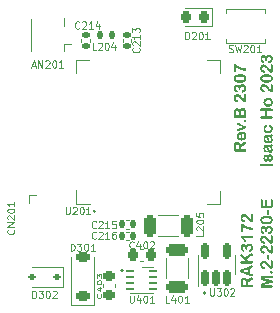
<source format=gbr>
%TF.GenerationSoftware,KiCad,Pcbnew,(7.0.0-rc2-153-g7d6218acb4)*%
%TF.CreationDate,2023-02-19T16:48:29+08:00*%
%TF.ProjectId,RAK3172-M.2-2230-Mod,52414b33-3137-4322-9d4d-2e322d323233,rev?*%
%TF.SameCoordinates,Original*%
%TF.FileFunction,Legend,Top*%
%TF.FilePolarity,Positive*%
%FSLAX46Y46*%
G04 Gerber Fmt 4.6, Leading zero omitted, Abs format (unit mm)*
G04 Created by KiCad (PCBNEW (7.0.0-rc2-153-g7d6218acb4)) date 2023-02-19 16:48:29*
%MOMM*%
%LPD*%
G01*
G04 APERTURE LIST*
G04 Aperture macros list*
%AMRoundRect*
0 Rectangle with rounded corners*
0 $1 Rounding radius*
0 $2 $3 $4 $5 $6 $7 $8 $9 X,Y pos of 4 corners*
0 Add a 4 corners polygon primitive as box body*
4,1,4,$2,$3,$4,$5,$6,$7,$8,$9,$2,$3,0*
0 Add four circle primitives for the rounded corners*
1,1,$1+$1,$2,$3*
1,1,$1+$1,$4,$5*
1,1,$1+$1,$6,$7*
1,1,$1+$1,$8,$9*
0 Add four rect primitives between the rounded corners*
20,1,$1+$1,$2,$3,$4,$5,0*
20,1,$1+$1,$4,$5,$6,$7,0*
20,1,$1+$1,$6,$7,$8,$9,0*
20,1,$1+$1,$8,$9,$2,$3,0*%
G04 Aperture macros list end*
%ADD10C,0.152400*%
%ADD11C,0.176200*%
%ADD12C,0.100000*%
%ADD13C,0.160000*%
%ADD14C,0.120000*%
%ADD15R,0.370000X1.170000*%
%ADD16R,1.170000X0.370000*%
%ADD17R,1.600000X1.600000*%
%ADD18RoundRect,0.150000X0.150000X-0.512500X0.150000X0.512500X-0.150000X0.512500X-0.150000X-0.512500X0*%
%ADD19RoundRect,0.140000X-0.170000X0.140000X-0.170000X-0.140000X0.170000X-0.140000X0.170000X0.140000X0*%
%ADD20RoundRect,0.250000X0.700000X-0.275000X0.700000X0.275000X-0.700000X0.275000X-0.700000X-0.275000X0*%
%ADD21RoundRect,0.062500X-0.300000X-0.062500X0.300000X-0.062500X0.300000X0.062500X-0.300000X0.062500X0*%
%ADD22R,0.900000X1.600000*%
%ADD23RoundRect,0.250000X-0.275000X-0.700000X0.275000X-0.700000X0.275000X0.700000X-0.275000X0.700000X0*%
%ADD24RoundRect,0.225000X0.225000X0.250000X-0.225000X0.250000X-0.225000X-0.250000X0.225000X-0.250000X0*%
%ADD25C,0.990600*%
%ADD26C,0.787400*%
%ADD27RoundRect,0.147500X0.147500X0.172500X-0.147500X0.172500X-0.147500X-0.172500X0.147500X-0.172500X0*%
%ADD28RoundRect,0.218750X0.218750X0.256250X-0.218750X0.256250X-0.218750X-0.256250X0.218750X-0.256250X0*%
%ADD29R,1.050000X1.000000*%
%ADD30R,2.200000X1.050000*%
%ADD31C,2.600000*%
%ADD32C,3.800000*%
%ADD33RoundRect,0.225000X0.250000X-0.225000X0.250000X0.225000X-0.250000X0.225000X-0.250000X-0.225000X0*%
%ADD34RoundRect,0.112500X0.187500X0.112500X-0.187500X0.112500X-0.187500X-0.112500X0.187500X-0.112500X0*%
%ADD35RoundRect,0.225000X0.375000X-0.225000X0.375000X0.225000X-0.375000X0.225000X-0.375000X-0.225000X0*%
%ADD36C,0.800000*%
%ADD37R,0.900000X1.700000*%
%ADD38RoundRect,0.140000X0.140000X0.170000X-0.140000X0.170000X-0.140000X-0.170000X0.140000X-0.170000X0*%
G04 APERTURE END LIST*
D10*
G36*
X159412763Y-94856786D02*
G01*
X158614822Y-94856786D01*
X158602917Y-94856520D01*
X158591566Y-94855721D01*
X158580769Y-94854390D01*
X158570526Y-94852527D01*
X158560836Y-94850131D01*
X158548779Y-94846109D01*
X158537706Y-94841140D01*
X158527618Y-94835225D01*
X158518514Y-94828363D01*
X158516392Y-94826500D01*
X158508492Y-94818596D01*
X158501646Y-94810151D01*
X158495852Y-94801163D01*
X158491113Y-94791634D01*
X158487426Y-94781563D01*
X158484793Y-94770950D01*
X158483213Y-94759795D01*
X158482686Y-94748098D01*
X158483205Y-94736000D01*
X158484762Y-94724498D01*
X158487357Y-94713591D01*
X158490990Y-94703279D01*
X158495662Y-94693563D01*
X158501371Y-94684442D01*
X158508118Y-94675917D01*
X158515903Y-94667986D01*
X158524662Y-94660773D01*
X158534450Y-94654522D01*
X158545270Y-94649233D01*
X158557119Y-94644905D01*
X158566683Y-94642291D01*
X158576826Y-94640217D01*
X158587548Y-94638684D01*
X158598850Y-94637692D01*
X158610732Y-94637242D01*
X158614822Y-94637212D01*
X159412763Y-94637212D01*
X159424801Y-94637482D01*
X159436276Y-94638294D01*
X159447189Y-94639646D01*
X159457540Y-94641539D01*
X159467328Y-94643974D01*
X159479503Y-94648061D01*
X159490680Y-94653110D01*
X159500856Y-94659121D01*
X159510032Y-94666093D01*
X159512170Y-94667986D01*
X159520012Y-94675917D01*
X159526809Y-94684442D01*
X159532560Y-94693563D01*
X159537266Y-94703279D01*
X159540926Y-94713591D01*
X159543540Y-94724498D01*
X159545108Y-94736000D01*
X159545631Y-94748098D01*
X159545104Y-94759684D01*
X159543524Y-94770751D01*
X159540891Y-94781300D01*
X159537205Y-94791329D01*
X159532465Y-94800839D01*
X159526672Y-94809830D01*
X159519825Y-94818302D01*
X159511926Y-94826256D01*
X159502950Y-94833411D01*
X159492997Y-94839613D01*
X159482067Y-94844860D01*
X159470160Y-94849153D01*
X159460589Y-94851747D01*
X159450468Y-94853804D01*
X159439798Y-94855325D01*
X159428578Y-94856309D01*
X159416808Y-94856756D01*
X159412763Y-94856786D01*
G37*
G36*
X159290397Y-93820952D02*
G01*
X159300412Y-93821105D01*
X159310246Y-93821563D01*
X159324656Y-93822822D01*
X159338659Y-93824768D01*
X159352254Y-93827402D01*
X159365441Y-93830722D01*
X159378220Y-93834729D01*
X159390591Y-93839423D01*
X159402555Y-93844804D01*
X159414110Y-93850872D01*
X159425258Y-93857627D01*
X159428883Y-93860031D01*
X159439444Y-93867680D01*
X159449511Y-93875973D01*
X159459084Y-93884911D01*
X159468164Y-93894492D01*
X159476750Y-93904717D01*
X159484842Y-93915587D01*
X159492441Y-93927100D01*
X159499545Y-93939257D01*
X159506156Y-93952058D01*
X159510290Y-93960950D01*
X159514203Y-93970129D01*
X159516078Y-93974825D01*
X159519656Y-93984413D01*
X159523004Y-93994246D01*
X159526121Y-94004326D01*
X159529007Y-94014652D01*
X159531662Y-94025224D01*
X159534087Y-94036042D01*
X159536280Y-94047107D01*
X159538243Y-94058417D01*
X159539974Y-94069974D01*
X159541475Y-94081777D01*
X159542745Y-94093826D01*
X159543784Y-94106121D01*
X159544592Y-94118662D01*
X159545169Y-94131450D01*
X159545516Y-94144483D01*
X159545631Y-94157763D01*
X159545507Y-94170504D01*
X159545135Y-94183019D01*
X159544515Y-94195310D01*
X159543647Y-94207375D01*
X159542530Y-94219215D01*
X159541166Y-94230830D01*
X159539554Y-94242219D01*
X159537693Y-94253384D01*
X159535585Y-94264323D01*
X159533228Y-94275038D01*
X159530623Y-94285527D01*
X159527771Y-94295791D01*
X159524670Y-94305829D01*
X159521321Y-94315643D01*
X159517724Y-94325231D01*
X159513879Y-94334595D01*
X159509816Y-94343666D01*
X159503481Y-94356715D01*
X159496859Y-94369094D01*
X159489949Y-94380803D01*
X159482751Y-94391843D01*
X159475265Y-94402213D01*
X159467492Y-94411913D01*
X159459432Y-94420943D01*
X159451083Y-94429304D01*
X159442447Y-94436995D01*
X159433524Y-94444016D01*
X159424402Y-94450388D01*
X159415263Y-94456134D01*
X159406106Y-94461253D01*
X159396933Y-94465746D01*
X159387742Y-94469611D01*
X159375462Y-94473790D01*
X159363150Y-94476854D01*
X159350808Y-94478804D01*
X159338436Y-94479640D01*
X159335338Y-94479675D01*
X159324820Y-94479085D01*
X159314792Y-94477314D01*
X159305252Y-94474362D01*
X159296202Y-94470230D01*
X159287640Y-94464917D01*
X159279568Y-94458423D01*
X159276475Y-94455495D01*
X159269439Y-94447558D01*
X159263595Y-94439013D01*
X159258944Y-94429860D01*
X159255486Y-94420099D01*
X159253220Y-94409729D01*
X159252147Y-94398751D01*
X159252051Y-94394190D01*
X159252439Y-94384408D01*
X159253927Y-94373646D01*
X159256532Y-94363949D01*
X159260981Y-94353982D01*
X159266950Y-94345463D01*
X159267927Y-94344364D01*
X159275303Y-94336883D01*
X159283755Y-94329612D01*
X159291855Y-94323547D01*
X159300745Y-94317636D01*
X159310425Y-94311880D01*
X159319186Y-94306567D01*
X159327518Y-94301070D01*
X159337960Y-94293452D01*
X159347638Y-94285507D01*
X159356553Y-94277233D01*
X159364704Y-94268631D01*
X159372093Y-94259701D01*
X159378718Y-94250443D01*
X159381744Y-94245690D01*
X159387182Y-94235650D01*
X159391895Y-94224701D01*
X159395883Y-94212844D01*
X159398399Y-94203355D01*
X159400506Y-94193355D01*
X159402205Y-94182844D01*
X159403497Y-94171822D01*
X159404381Y-94160290D01*
X159404857Y-94148246D01*
X159404947Y-94139933D01*
X159404745Y-94130036D01*
X159403849Y-94117395D01*
X159402234Y-94105387D01*
X159399902Y-94094012D01*
X159396853Y-94083271D01*
X159393087Y-94073164D01*
X159388602Y-94063690D01*
X159383401Y-94054850D01*
X159381988Y-94052739D01*
X159374694Y-94043099D01*
X159367162Y-94035093D01*
X159359391Y-94028721D01*
X159349751Y-94023231D01*
X159339768Y-94020094D01*
X159331186Y-94019277D01*
X159320439Y-94019827D01*
X159310425Y-94021475D01*
X159298938Y-94025082D01*
X159288596Y-94030406D01*
X159279399Y-94037447D01*
X159271346Y-94046205D01*
X159265729Y-94054448D01*
X159260493Y-94063958D01*
X159255287Y-94075026D01*
X159251403Y-94084348D01*
X159247536Y-94094546D01*
X159243687Y-94105620D01*
X159239854Y-94117570D01*
X159236039Y-94130395D01*
X159232241Y-94144097D01*
X159229718Y-94153718D01*
X159227203Y-94163728D01*
X159224696Y-94174127D01*
X159221632Y-94186170D01*
X159218548Y-94197937D01*
X159215442Y-94209427D01*
X159212316Y-94220640D01*
X159209168Y-94231577D01*
X159206000Y-94242237D01*
X159202810Y-94252620D01*
X159199600Y-94262726D01*
X159196369Y-94272556D01*
X159193116Y-94282109D01*
X159189843Y-94291386D01*
X159184893Y-94304782D01*
X159179896Y-94317555D01*
X159174853Y-94329706D01*
X159173161Y-94333618D01*
X159167919Y-94345037D01*
X159162359Y-94356032D01*
X159156481Y-94366601D01*
X159150286Y-94376746D01*
X159143773Y-94386465D01*
X159136942Y-94395759D01*
X159129794Y-94404629D01*
X159122328Y-94413073D01*
X159114544Y-94421092D01*
X159106442Y-94428686D01*
X159100865Y-94433513D01*
X159092206Y-94440279D01*
X159083173Y-94446379D01*
X159073767Y-94451813D01*
X159063988Y-94456583D01*
X159053835Y-94460686D01*
X159043308Y-94464125D01*
X159032408Y-94466897D01*
X159021135Y-94469005D01*
X159009488Y-94470446D01*
X158997467Y-94471223D01*
X158989246Y-94471371D01*
X158978267Y-94471064D01*
X158967404Y-94470143D01*
X158956657Y-94468608D01*
X158946026Y-94466459D01*
X158935511Y-94463696D01*
X158925112Y-94460320D01*
X158914829Y-94456329D01*
X158904661Y-94451724D01*
X158894610Y-94446506D01*
X158884675Y-94440673D01*
X158878115Y-94436444D01*
X158868504Y-94429610D01*
X158859270Y-94422204D01*
X158850415Y-94414228D01*
X158841937Y-94405681D01*
X158833837Y-94396563D01*
X158826115Y-94386873D01*
X158818770Y-94376613D01*
X158811803Y-94365782D01*
X158805215Y-94354379D01*
X158799004Y-94342406D01*
X158795073Y-94334106D01*
X158789529Y-94321228D01*
X158784531Y-94307874D01*
X158780078Y-94294043D01*
X158777413Y-94284558D01*
X158774989Y-94274860D01*
X158772808Y-94264951D01*
X158770870Y-94254831D01*
X158769173Y-94244498D01*
X158767719Y-94233954D01*
X158766508Y-94223197D01*
X158765538Y-94212229D01*
X158764811Y-94201049D01*
X158764327Y-94189658D01*
X158764084Y-94178054D01*
X158764054Y-94172173D01*
X158764193Y-94158472D01*
X158764612Y-94145028D01*
X158765310Y-94131842D01*
X158766286Y-94118913D01*
X158767542Y-94106242D01*
X158769077Y-94093829D01*
X158770891Y-94081673D01*
X158772984Y-94069774D01*
X158775356Y-94058134D01*
X158778007Y-94046751D01*
X158779930Y-94039305D01*
X158782959Y-94028390D01*
X158786187Y-94017810D01*
X158789611Y-94007565D01*
X158793233Y-93997654D01*
X158797053Y-93988079D01*
X158801070Y-93978838D01*
X158805285Y-93969932D01*
X158811211Y-93958579D01*
X158817489Y-93947820D01*
X158822428Y-93940143D01*
X158829190Y-93930422D01*
X158836167Y-93921290D01*
X158843357Y-93912745D01*
X158850760Y-93904788D01*
X158858377Y-93897419D01*
X158866209Y-93890638D01*
X158874253Y-93884444D01*
X158882512Y-93878838D01*
X158892874Y-93872646D01*
X158903201Y-93867503D01*
X158913492Y-93863410D01*
X158923747Y-93860367D01*
X158933966Y-93858373D01*
X158944150Y-93857428D01*
X158948213Y-93857344D01*
X158959199Y-93857929D01*
X158969565Y-93859682D01*
X158979311Y-93862604D01*
X158988437Y-93866694D01*
X158996942Y-93871953D01*
X159004828Y-93878382D01*
X159007808Y-93881280D01*
X159014563Y-93889231D01*
X159020173Y-93898124D01*
X159024638Y-93907960D01*
X159027958Y-93918737D01*
X159030134Y-93930457D01*
X159031050Y-93940511D01*
X159031256Y-93948447D01*
X159030629Y-93959919D01*
X159028748Y-93970703D01*
X159025614Y-93980801D01*
X159021226Y-93990212D01*
X159015585Y-93998936D01*
X159013426Y-94001692D01*
X159006099Y-94010015D01*
X158999153Y-94017214D01*
X158991444Y-94024651D01*
X158982972Y-94032326D01*
X158973736Y-94040240D01*
X158965799Y-94046743D01*
X158961646Y-94050052D01*
X158953812Y-94056560D01*
X158946491Y-94063414D01*
X158939682Y-94070613D01*
X158933387Y-94078159D01*
X158927604Y-94086050D01*
X158922334Y-94094287D01*
X158920369Y-94097679D01*
X158915866Y-94106652D01*
X158912126Y-94116627D01*
X158909149Y-94127604D01*
X158906936Y-94139582D01*
X158905715Y-94149886D01*
X158904982Y-94160831D01*
X158904738Y-94172418D01*
X158905047Y-94184290D01*
X158905974Y-94195605D01*
X158907520Y-94206363D01*
X158909684Y-94216564D01*
X158912466Y-94226208D01*
X158916813Y-94237479D01*
X158922126Y-94247880D01*
X158924521Y-94251796D01*
X158930824Y-94260662D01*
X158937521Y-94268025D01*
X158946076Y-94274877D01*
X158955198Y-94279566D01*
X158964886Y-94282090D01*
X158971660Y-94282571D01*
X158982376Y-94281496D01*
X158992297Y-94278270D01*
X159001423Y-94272894D01*
X159009755Y-94265367D01*
X159014159Y-94260101D01*
X159020390Y-94250939D01*
X159025307Y-94242320D01*
X159029973Y-94232807D01*
X159034389Y-94222399D01*
X159038555Y-94211097D01*
X159041707Y-94201411D01*
X159043224Y-94196353D01*
X159046303Y-94185591D01*
X159049559Y-94173822D01*
X159052115Y-94164334D01*
X159054771Y-94154279D01*
X159057525Y-94143657D01*
X159060378Y-94132469D01*
X159063329Y-94120713D01*
X159066380Y-94108392D01*
X159069529Y-94095503D01*
X159072777Y-94082048D01*
X159075467Y-94071149D01*
X159078227Y-94060497D01*
X159081054Y-94050091D01*
X159083951Y-94039931D01*
X159086916Y-94030017D01*
X159089950Y-94020350D01*
X159093053Y-94010928D01*
X159097836Y-93997257D01*
X159102773Y-93984141D01*
X159107865Y-93971578D01*
X159113111Y-93959568D01*
X159118512Y-93948113D01*
X159124068Y-93937212D01*
X159129758Y-93926823D01*
X159135654Y-93916907D01*
X159141756Y-93907463D01*
X159148065Y-93898492D01*
X159154579Y-93889992D01*
X159161300Y-93881965D01*
X159168226Y-93874410D01*
X159175359Y-93867328D01*
X159182698Y-93860717D01*
X159192803Y-93852638D01*
X159195387Y-93850750D01*
X159205954Y-93843766D01*
X159216895Y-93837713D01*
X159228211Y-93832592D01*
X159239900Y-93828401D01*
X159251963Y-93825142D01*
X159264401Y-93822814D01*
X159277212Y-93821418D01*
X159287066Y-93820981D01*
X159290397Y-93820952D01*
G37*
G36*
X159471602Y-92988073D02*
G01*
X159481270Y-92990237D01*
X159490617Y-92993845D01*
X159499641Y-92998896D01*
X159508343Y-93005389D01*
X159516724Y-93013326D01*
X159519986Y-93016905D01*
X159527374Y-93026331D01*
X159533510Y-93036139D01*
X159538393Y-93046328D01*
X159542025Y-93056899D01*
X159544404Y-93067852D01*
X159545531Y-93079187D01*
X159545631Y-93083827D01*
X159544921Y-93093772D01*
X159542793Y-93103610D01*
X159539245Y-93113340D01*
X159534278Y-93122963D01*
X159527891Y-93132479D01*
X159520086Y-93141887D01*
X159516566Y-93145621D01*
X159509044Y-93152978D01*
X159501011Y-93160275D01*
X159492466Y-93167511D01*
X159483410Y-93174685D01*
X159473843Y-93181799D01*
X159463764Y-93188852D01*
X159453174Y-93195843D01*
X159444895Y-93201047D01*
X159442072Y-93202773D01*
X159448094Y-93210510D01*
X159456813Y-93222161D01*
X159465153Y-93233869D01*
X159473116Y-93245632D01*
X159480701Y-93257450D01*
X159487908Y-93269325D01*
X159494737Y-93281255D01*
X159501188Y-93293242D01*
X159507262Y-93305284D01*
X159512958Y-93317382D01*
X159518276Y-93329535D01*
X159523165Y-93341809D01*
X159527572Y-93354357D01*
X159531499Y-93367179D01*
X159534945Y-93380277D01*
X159537911Y-93393649D01*
X159540395Y-93407296D01*
X159542399Y-93421218D01*
X159543921Y-93435415D01*
X159544963Y-93449886D01*
X159545391Y-93459686D01*
X159545604Y-93469609D01*
X159545631Y-93474616D01*
X159545373Y-93488337D01*
X159544601Y-93501750D01*
X159543313Y-93514853D01*
X159541509Y-93527647D01*
X159539191Y-93540132D01*
X159536357Y-93552308D01*
X159533009Y-93564175D01*
X159529145Y-93575732D01*
X159524765Y-93586981D01*
X159519871Y-93597920D01*
X159516322Y-93605041D01*
X159510644Y-93615395D01*
X159504601Y-93625297D01*
X159498193Y-93634749D01*
X159491421Y-93643750D01*
X159484283Y-93652300D01*
X159476780Y-93660400D01*
X159468913Y-93668048D01*
X159460680Y-93675246D01*
X159452083Y-93681993D01*
X159443121Y-93688289D01*
X159436943Y-93692236D01*
X159427434Y-93697692D01*
X159417775Y-93702612D01*
X159407965Y-93706994D01*
X159398005Y-93710841D01*
X159387895Y-93714150D01*
X159377635Y-93716923D01*
X159367224Y-93719159D01*
X159356663Y-93720858D01*
X159345952Y-93722021D01*
X159335091Y-93722647D01*
X159327766Y-93722766D01*
X159317936Y-93722569D01*
X159303533Y-93721532D01*
X159289542Y-93719607D01*
X159275964Y-93716792D01*
X159262798Y-93713089D01*
X159250044Y-93708498D01*
X159237702Y-93703017D01*
X159225772Y-93696648D01*
X159214255Y-93689390D01*
X159203149Y-93681243D01*
X159192456Y-93672208D01*
X159182295Y-93662402D01*
X159172787Y-93651944D01*
X159163931Y-93640832D01*
X159155728Y-93629069D01*
X159148177Y-93616652D01*
X159143506Y-93608012D01*
X159139125Y-93599082D01*
X159135034Y-93589862D01*
X159131233Y-93580352D01*
X159127722Y-93570552D01*
X159124501Y-93560461D01*
X159121570Y-93550081D01*
X159118929Y-93539411D01*
X159117718Y-93533967D01*
X159115529Y-93523630D01*
X159113378Y-93513141D01*
X159111306Y-93502887D01*
X159108921Y-93490976D01*
X159106927Y-93480956D01*
X159104756Y-93470005D01*
X159102410Y-93458121D01*
X159099888Y-93445307D01*
X159097253Y-93432206D01*
X159094661Y-93419466D01*
X159092113Y-93407087D01*
X159089607Y-93395069D01*
X159087144Y-93383411D01*
X159084724Y-93372114D01*
X159082347Y-93361177D01*
X159080013Y-93350601D01*
X159077721Y-93340386D01*
X159075473Y-93330531D01*
X159073998Y-93324162D01*
X159071018Y-93311542D01*
X159068717Y-93302021D01*
X159066361Y-93292453D01*
X159063949Y-93282839D01*
X159061481Y-93273176D01*
X159058957Y-93263467D01*
X159056377Y-93253710D01*
X159053742Y-93243907D01*
X159051051Y-93234056D01*
X159048304Y-93224157D01*
X159047376Y-93220847D01*
X159035663Y-93221588D01*
X159024521Y-93222711D01*
X159013950Y-93224215D01*
X159003950Y-93226102D01*
X158991505Y-93229213D01*
X158980075Y-93233002D01*
X158969661Y-93237471D01*
X158960261Y-93242619D01*
X158951877Y-93248447D01*
X158944492Y-93255465D01*
X158938092Y-93264185D01*
X158932677Y-93274608D01*
X158928246Y-93286732D01*
X158925569Y-93296942D01*
X158923446Y-93308110D01*
X158921877Y-93320235D01*
X158920862Y-93333317D01*
X158920400Y-93347357D01*
X158920369Y-93352250D01*
X158920533Y-93364993D01*
X158921022Y-93377117D01*
X158921838Y-93388623D01*
X158922980Y-93399511D01*
X158924448Y-93409781D01*
X158926243Y-93419432D01*
X158929143Y-93431339D01*
X158932623Y-93442147D01*
X158936684Y-93451855D01*
X158938932Y-93456297D01*
X158945216Y-93466768D01*
X158950938Y-93474836D01*
X158957279Y-93482629D01*
X158964238Y-93490147D01*
X158971815Y-93497390D01*
X158980011Y-93504359D01*
X158988824Y-93511053D01*
X158995840Y-93515893D01*
X159005049Y-93521980D01*
X159013502Y-93527662D01*
X159023006Y-93534196D01*
X159031329Y-93540099D01*
X159039758Y-93546347D01*
X159047444Y-93552486D01*
X159048353Y-93553262D01*
X159054443Y-93560910D01*
X159058345Y-93570331D01*
X159060629Y-93580435D01*
X159061785Y-93590285D01*
X159062261Y-93601434D01*
X159062274Y-93603820D01*
X159061714Y-93614367D01*
X159060032Y-93624485D01*
X159057230Y-93634174D01*
X159053306Y-93643433D01*
X159048261Y-93652263D01*
X159042096Y-93660664D01*
X159039316Y-93663904D01*
X159031825Y-93671222D01*
X159023702Y-93677299D01*
X159014947Y-93682136D01*
X159005560Y-93685733D01*
X158995542Y-93688090D01*
X158984890Y-93689206D01*
X158980453Y-93689305D01*
X158970500Y-93688985D01*
X158960606Y-93688026D01*
X158950773Y-93686426D01*
X158941000Y-93684188D01*
X158931287Y-93681309D01*
X158921634Y-93677790D01*
X158912042Y-93673632D01*
X158902509Y-93668835D01*
X158893037Y-93663397D01*
X158883624Y-93657320D01*
X158877383Y-93652913D01*
X158868199Y-93645742D01*
X158859333Y-93637875D01*
X158850785Y-93629313D01*
X158842555Y-93620055D01*
X158834642Y-93610101D01*
X158827048Y-93599452D01*
X158819770Y-93588108D01*
X158812811Y-93576068D01*
X158806169Y-93563333D01*
X158801918Y-93554456D01*
X158797808Y-93545270D01*
X158795806Y-93540561D01*
X158791961Y-93530925D01*
X158788364Y-93521007D01*
X158785015Y-93510806D01*
X158781914Y-93500322D01*
X158779062Y-93489556D01*
X158776457Y-93478508D01*
X158774100Y-93467178D01*
X158771992Y-93455565D01*
X158770131Y-93443669D01*
X158768519Y-93431492D01*
X158767155Y-93419031D01*
X158766038Y-93406289D01*
X158765170Y-93393264D01*
X158764550Y-93379956D01*
X158764178Y-93366366D01*
X158764054Y-93352494D01*
X158764172Y-93337037D01*
X158764527Y-93321991D01*
X158765119Y-93307354D01*
X158765947Y-93293128D01*
X158767012Y-93279312D01*
X158768313Y-93265906D01*
X158769851Y-93252911D01*
X158771625Y-93240326D01*
X158773637Y-93228151D01*
X158775079Y-93220603D01*
X159173893Y-93220603D01*
X159177536Y-93231536D01*
X159180638Y-93241956D01*
X159183909Y-93253865D01*
X159186472Y-93263773D01*
X159189130Y-93274519D01*
X159191882Y-93286101D01*
X159194728Y-93298521D01*
X159197669Y-93311778D01*
X159200704Y-93325873D01*
X159201737Y-93330757D01*
X159203748Y-93340424D01*
X159206636Y-93354199D01*
X159209370Y-93367103D01*
X159211949Y-93379135D01*
X159214373Y-93390296D01*
X159216643Y-93400585D01*
X159219429Y-93412947D01*
X159221940Y-93423761D01*
X159224692Y-93435099D01*
X159225673Y-93438956D01*
X159228985Y-93449810D01*
X159233241Y-93460389D01*
X159238441Y-93470693D01*
X159243497Y-93479069D01*
X159249208Y-93487255D01*
X159254249Y-93493667D01*
X159261201Y-93500984D01*
X159268928Y-93507062D01*
X159277430Y-93511899D01*
X159286707Y-93515496D01*
X159296759Y-93517852D01*
X159307587Y-93518969D01*
X159312135Y-93519068D01*
X159323850Y-93518340D01*
X159335028Y-93516158D01*
X159345669Y-93512521D01*
X159355774Y-93507428D01*
X159365342Y-93500881D01*
X159374374Y-93492879D01*
X159377836Y-93489270D01*
X159384190Y-93481462D01*
X159389697Y-93473059D01*
X159394357Y-93464060D01*
X159398169Y-93454466D01*
X159401135Y-93444276D01*
X159403253Y-93433491D01*
X159404524Y-93422111D01*
X159404947Y-93410136D01*
X159404745Y-93400136D01*
X159404140Y-93390286D01*
X159402705Y-93377387D01*
X159400553Y-93364755D01*
X159397683Y-93352390D01*
X159394096Y-93340293D01*
X159389791Y-93328462D01*
X159384769Y-93316899D01*
X159381988Y-93311217D01*
X159376046Y-93300245D01*
X159369700Y-93290044D01*
X159362949Y-93280614D01*
X159355793Y-93271955D01*
X159348233Y-93264067D01*
X159340269Y-93256950D01*
X159331899Y-93250603D01*
X159323126Y-93245027D01*
X159312215Y-93239303D01*
X159302935Y-93235511D01*
X159292715Y-93232147D01*
X159281554Y-93229214D01*
X159269453Y-93226709D01*
X159256412Y-93224634D01*
X159242431Y-93222988D01*
X159232588Y-93222130D01*
X159222327Y-93221462D01*
X159211648Y-93220985D01*
X159200551Y-93220699D01*
X159189036Y-93220603D01*
X159173893Y-93220603D01*
X158775079Y-93220603D01*
X158775884Y-93216386D01*
X158778369Y-93205032D01*
X158781090Y-93194088D01*
X158784047Y-93183554D01*
X158787242Y-93173430D01*
X158790673Y-93163716D01*
X158794340Y-93154413D01*
X158798235Y-93145453D01*
X158804599Y-93132641D01*
X158811590Y-93120586D01*
X158819207Y-93109286D01*
X158827452Y-93098741D01*
X158836324Y-93088952D01*
X158845822Y-93079919D01*
X158855947Y-93071642D01*
X158866699Y-93064120D01*
X158878078Y-93057353D01*
X158890083Y-93051343D01*
X158902761Y-93045930D01*
X158916155Y-93041050D01*
X158925483Y-93038093D01*
X158935130Y-93035372D01*
X158945095Y-93032887D01*
X158955379Y-93030639D01*
X158965982Y-93028628D01*
X158976903Y-93026854D01*
X158988143Y-93025316D01*
X158999702Y-93024014D01*
X159011579Y-93022950D01*
X159023775Y-93022121D01*
X159036289Y-93021530D01*
X159049123Y-93021175D01*
X159062274Y-93021057D01*
X159074509Y-93021059D01*
X159086392Y-93021065D01*
X159097922Y-93021076D01*
X159109100Y-93021091D01*
X159119927Y-93021110D01*
X159130401Y-93021134D01*
X159140523Y-93021162D01*
X159150293Y-93021194D01*
X159162773Y-93021244D01*
X159174626Y-93021301D01*
X159186331Y-93021370D01*
X159198364Y-93021454D01*
X159210724Y-93021553D01*
X159223414Y-93021667D01*
X159236431Y-93021797D01*
X159246409Y-93021904D01*
X159256572Y-93022020D01*
X159266920Y-93022145D01*
X159277452Y-93022278D01*
X159290485Y-93022007D01*
X159300375Y-93021448D01*
X159310363Y-93020584D01*
X159320450Y-93019416D01*
X159330636Y-93017943D01*
X159340921Y-93016164D01*
X159351304Y-93014081D01*
X159361787Y-93011694D01*
X159372367Y-93009001D01*
X159383047Y-93006004D01*
X159386629Y-93004937D01*
X159396999Y-93001794D01*
X159406679Y-92998960D01*
X159418509Y-92995663D01*
X159429111Y-92992915D01*
X159440635Y-92990254D01*
X159450239Y-92988450D01*
X159460459Y-92987368D01*
X159461612Y-92987351D01*
X159471602Y-92988073D01*
G37*
G36*
X159471602Y-92156670D02*
G01*
X159481270Y-92158835D01*
X159490617Y-92162442D01*
X159499641Y-92167493D01*
X159508343Y-92173987D01*
X159516724Y-92181923D01*
X159519986Y-92185502D01*
X159527374Y-92194928D01*
X159533510Y-92204736D01*
X159538393Y-92214926D01*
X159542025Y-92225497D01*
X159544404Y-92236449D01*
X159545531Y-92247784D01*
X159545631Y-92252424D01*
X159544921Y-92262370D01*
X159542793Y-92272207D01*
X159539245Y-92281938D01*
X159534278Y-92291561D01*
X159527891Y-92301076D01*
X159520086Y-92310485D01*
X159516566Y-92314218D01*
X159509044Y-92321576D01*
X159501011Y-92328872D01*
X159492466Y-92336108D01*
X159483410Y-92343283D01*
X159473843Y-92350396D01*
X159463764Y-92357449D01*
X159453174Y-92364440D01*
X159444895Y-92369644D01*
X159442072Y-92371371D01*
X159448094Y-92379107D01*
X159456813Y-92390759D01*
X159465153Y-92402466D01*
X159473116Y-92414229D01*
X159480701Y-92426048D01*
X159487908Y-92437922D01*
X159494737Y-92449853D01*
X159501188Y-92461839D01*
X159507262Y-92473881D01*
X159512958Y-92485979D01*
X159518276Y-92498133D01*
X159523165Y-92510406D01*
X159527572Y-92522954D01*
X159531499Y-92535777D01*
X159534945Y-92548874D01*
X159537911Y-92562247D01*
X159540395Y-92575894D01*
X159542399Y-92589815D01*
X159543921Y-92604012D01*
X159544963Y-92618483D01*
X159545391Y-92628284D01*
X159545604Y-92638206D01*
X159545631Y-92643213D01*
X159545373Y-92656935D01*
X159544601Y-92670347D01*
X159543313Y-92683450D01*
X159541509Y-92696244D01*
X159539191Y-92708729D01*
X159536357Y-92720905D01*
X159533009Y-92732772D01*
X159529145Y-92744330D01*
X159524765Y-92755578D01*
X159519871Y-92766518D01*
X159516322Y-92773639D01*
X159510644Y-92783992D01*
X159504601Y-92793895D01*
X159498193Y-92803346D01*
X159491421Y-92812347D01*
X159484283Y-92820898D01*
X159476780Y-92828997D01*
X159468913Y-92836646D01*
X159460680Y-92843843D01*
X159452083Y-92850590D01*
X159443121Y-92856886D01*
X159436943Y-92860833D01*
X159427434Y-92866290D01*
X159417775Y-92871209D01*
X159407965Y-92875592D01*
X159398005Y-92879438D01*
X159387895Y-92882747D01*
X159377635Y-92885520D01*
X159367224Y-92887756D01*
X159356663Y-92889456D01*
X159345952Y-92890618D01*
X159335091Y-92891245D01*
X159327766Y-92891364D01*
X159317936Y-92891166D01*
X159303533Y-92890129D01*
X159289542Y-92888204D01*
X159275964Y-92885390D01*
X159262798Y-92881687D01*
X159250044Y-92877095D01*
X159237702Y-92871614D01*
X159225772Y-92865245D01*
X159214255Y-92857987D01*
X159203149Y-92849841D01*
X159192456Y-92840806D01*
X159182295Y-92831000D01*
X159172787Y-92820541D01*
X159163931Y-92809430D01*
X159155728Y-92797666D01*
X159148177Y-92785250D01*
X159143506Y-92776610D01*
X159139125Y-92767680D01*
X159135034Y-92758459D01*
X159131233Y-92748949D01*
X159127722Y-92739149D01*
X159124501Y-92729059D01*
X159121570Y-92718678D01*
X159118929Y-92708008D01*
X159117718Y-92702564D01*
X159115529Y-92692227D01*
X159113378Y-92681739D01*
X159111306Y-92671484D01*
X159108921Y-92659573D01*
X159106927Y-92649554D01*
X159104756Y-92638602D01*
X159102410Y-92626719D01*
X159099888Y-92613904D01*
X159097253Y-92600804D01*
X159094661Y-92588064D01*
X159092113Y-92575685D01*
X159089607Y-92563666D01*
X159087144Y-92552008D01*
X159084724Y-92540711D01*
X159082347Y-92529775D01*
X159080013Y-92519199D01*
X159077721Y-92508983D01*
X159075473Y-92499129D01*
X159073998Y-92492759D01*
X159071018Y-92480139D01*
X159068717Y-92470618D01*
X159066361Y-92461051D01*
X159063949Y-92451436D01*
X159061481Y-92441774D01*
X159058957Y-92432064D01*
X159056377Y-92422308D01*
X159053742Y-92412504D01*
X159051051Y-92402653D01*
X159048304Y-92392755D01*
X159047376Y-92389445D01*
X159035663Y-92390185D01*
X159024521Y-92391308D01*
X159013950Y-92392813D01*
X159003950Y-92394700D01*
X158991505Y-92397810D01*
X158980075Y-92401600D01*
X158969661Y-92406068D01*
X158960261Y-92411217D01*
X158951877Y-92417044D01*
X158944492Y-92424062D01*
X158938092Y-92432783D01*
X158932677Y-92443205D01*
X158928246Y-92455329D01*
X158925569Y-92465539D01*
X158923446Y-92476707D01*
X158921877Y-92488832D01*
X158920862Y-92501915D01*
X158920400Y-92515955D01*
X158920369Y-92520847D01*
X158920533Y-92533590D01*
X158921022Y-92545714D01*
X158921838Y-92557220D01*
X158922980Y-92568108D01*
X158924448Y-92578378D01*
X158926243Y-92588029D01*
X158929143Y-92599936D01*
X158932623Y-92610744D01*
X158936684Y-92620453D01*
X158938932Y-92624895D01*
X158945216Y-92635366D01*
X158950938Y-92643433D01*
X158957279Y-92651226D01*
X158964238Y-92658744D01*
X158971815Y-92665988D01*
X158980011Y-92672956D01*
X158988824Y-92679650D01*
X158995840Y-92684490D01*
X159005049Y-92690577D01*
X159013502Y-92696260D01*
X159023006Y-92702794D01*
X159031329Y-92708696D01*
X159039758Y-92714944D01*
X159047444Y-92721083D01*
X159048353Y-92721859D01*
X159054443Y-92729507D01*
X159058345Y-92738929D01*
X159060629Y-92749032D01*
X159061785Y-92758882D01*
X159062261Y-92770032D01*
X159062274Y-92772418D01*
X159061714Y-92782965D01*
X159060032Y-92793083D01*
X159057230Y-92802771D01*
X159053306Y-92812031D01*
X159048261Y-92820861D01*
X159042096Y-92829261D01*
X159039316Y-92832501D01*
X159031825Y-92839819D01*
X159023702Y-92845896D01*
X159014947Y-92850734D01*
X159005560Y-92854330D01*
X158995542Y-92856687D01*
X158984890Y-92857803D01*
X158980453Y-92857903D01*
X158970500Y-92857583D01*
X158960606Y-92856623D01*
X158950773Y-92855024D01*
X158941000Y-92852785D01*
X158931287Y-92849906D01*
X158921634Y-92846388D01*
X158912042Y-92842230D01*
X158902509Y-92837432D01*
X158893037Y-92831994D01*
X158883624Y-92825917D01*
X158877383Y-92821510D01*
X158868199Y-92814339D01*
X158859333Y-92806472D01*
X158850785Y-92797910D01*
X158842555Y-92788652D01*
X158834642Y-92778699D01*
X158827048Y-92768050D01*
X158819770Y-92756705D01*
X158812811Y-92744665D01*
X158806169Y-92731930D01*
X158801918Y-92723053D01*
X158797808Y-92713867D01*
X158795806Y-92709159D01*
X158791961Y-92699522D01*
X158788364Y-92689604D01*
X158785015Y-92679403D01*
X158781914Y-92668920D01*
X158779062Y-92658154D01*
X158776457Y-92647106D01*
X158774100Y-92635775D01*
X158771992Y-92624162D01*
X158770131Y-92612267D01*
X158768519Y-92600089D01*
X158767155Y-92587629D01*
X158766038Y-92574886D01*
X158765170Y-92561861D01*
X158764550Y-92548554D01*
X158764178Y-92534964D01*
X158764054Y-92521092D01*
X158764172Y-92505635D01*
X158764527Y-92490588D01*
X158765119Y-92475952D01*
X158765947Y-92461725D01*
X158767012Y-92447909D01*
X158768313Y-92434504D01*
X158769851Y-92421508D01*
X158771625Y-92408923D01*
X158773637Y-92396748D01*
X158775079Y-92389200D01*
X159173893Y-92389200D01*
X159177536Y-92400133D01*
X159180638Y-92410553D01*
X159183909Y-92422462D01*
X159186472Y-92432370D01*
X159189130Y-92443116D01*
X159191882Y-92454699D01*
X159194728Y-92467118D01*
X159197669Y-92480376D01*
X159200704Y-92494470D01*
X159201737Y-92499354D01*
X159203748Y-92509022D01*
X159206636Y-92522797D01*
X159209370Y-92535700D01*
X159211949Y-92547732D01*
X159214373Y-92558893D01*
X159216643Y-92569182D01*
X159219429Y-92581545D01*
X159221940Y-92592358D01*
X159224692Y-92603696D01*
X159225673Y-92607554D01*
X159228985Y-92618407D01*
X159233241Y-92628986D01*
X159238441Y-92639290D01*
X159243497Y-92647667D01*
X159249208Y-92655853D01*
X159254249Y-92662264D01*
X159261201Y-92669582D01*
X159268928Y-92675659D01*
X159277430Y-92680496D01*
X159286707Y-92684093D01*
X159296759Y-92686450D01*
X159307587Y-92687566D01*
X159312135Y-92687665D01*
X159323850Y-92686938D01*
X159335028Y-92684755D01*
X159345669Y-92681118D01*
X159355774Y-92676026D01*
X159365342Y-92669478D01*
X159374374Y-92661476D01*
X159377836Y-92657868D01*
X159384190Y-92650059D01*
X159389697Y-92641656D01*
X159394357Y-92632657D01*
X159398169Y-92623063D01*
X159401135Y-92612873D01*
X159403253Y-92602089D01*
X159404524Y-92590708D01*
X159404947Y-92578733D01*
X159404745Y-92568733D01*
X159404140Y-92558883D01*
X159402705Y-92545984D01*
X159400553Y-92533352D01*
X159397683Y-92520988D01*
X159394096Y-92508890D01*
X159389791Y-92497059D01*
X159384769Y-92485496D01*
X159381988Y-92479815D01*
X159376046Y-92468843D01*
X159369700Y-92458642D01*
X159362949Y-92449212D01*
X159355793Y-92440553D01*
X159348233Y-92432664D01*
X159340269Y-92425547D01*
X159331899Y-92419200D01*
X159323126Y-92413625D01*
X159312215Y-92407900D01*
X159302935Y-92404108D01*
X159292715Y-92400745D01*
X159281554Y-92397811D01*
X159269453Y-92395307D01*
X159256412Y-92393231D01*
X159242431Y-92391586D01*
X159232588Y-92390727D01*
X159222327Y-92390059D01*
X159211648Y-92389582D01*
X159200551Y-92389296D01*
X159189036Y-92389200D01*
X159173893Y-92389200D01*
X158775079Y-92389200D01*
X158775884Y-92384983D01*
X158778369Y-92373629D01*
X158781090Y-92362685D01*
X158784047Y-92352151D01*
X158787242Y-92342027D01*
X158790673Y-92332314D01*
X158794340Y-92323011D01*
X158798235Y-92314050D01*
X158804599Y-92301239D01*
X158811590Y-92289183D01*
X158819207Y-92277883D01*
X158827452Y-92267339D01*
X158836324Y-92257550D01*
X158845822Y-92248517D01*
X158855947Y-92240239D01*
X158866699Y-92232717D01*
X158878078Y-92225951D01*
X158890083Y-92219940D01*
X158902761Y-92214528D01*
X158916155Y-92209648D01*
X158925483Y-92206690D01*
X158935130Y-92203969D01*
X158945095Y-92201485D01*
X158955379Y-92199237D01*
X158965982Y-92197226D01*
X158976903Y-92195451D01*
X158988143Y-92193913D01*
X158999702Y-92192612D01*
X159011579Y-92191547D01*
X159023775Y-92190719D01*
X159036289Y-92190127D01*
X159049123Y-92189772D01*
X159062274Y-92189654D01*
X159074509Y-92189656D01*
X159086392Y-92189663D01*
X159097922Y-92189673D01*
X159109100Y-92189688D01*
X159119927Y-92189708D01*
X159130401Y-92189731D01*
X159140523Y-92189759D01*
X159150293Y-92189791D01*
X159162773Y-92189841D01*
X159174626Y-92189898D01*
X159186331Y-92189967D01*
X159198364Y-92190051D01*
X159210724Y-92190150D01*
X159223414Y-92190265D01*
X159236431Y-92190394D01*
X159246409Y-92190502D01*
X159256572Y-92190618D01*
X159266920Y-92190742D01*
X159277452Y-92190875D01*
X159290485Y-92190604D01*
X159300375Y-92190045D01*
X159310363Y-92189182D01*
X159320450Y-92188013D01*
X159330636Y-92186540D01*
X159340921Y-92184762D01*
X159351304Y-92182679D01*
X159361787Y-92180291D01*
X159372367Y-92177598D01*
X159383047Y-92174601D01*
X159386629Y-92173534D01*
X159396999Y-92170391D01*
X159406679Y-92167558D01*
X159418509Y-92164260D01*
X159429111Y-92161513D01*
X159440635Y-92158851D01*
X159450239Y-92157048D01*
X159460459Y-92155966D01*
X159461612Y-92155949D01*
X159471602Y-92156670D01*
G37*
G36*
X159304563Y-91331385D02*
G01*
X159316349Y-91331921D01*
X159328348Y-91333531D01*
X159338103Y-91335592D01*
X159347995Y-91338340D01*
X159358024Y-91341775D01*
X159368191Y-91345896D01*
X159378495Y-91350705D01*
X159383698Y-91353367D01*
X159394071Y-91359148D01*
X159404306Y-91365625D01*
X159414404Y-91372795D01*
X159424364Y-91380661D01*
X159434188Y-91389221D01*
X159441465Y-91396096D01*
X159448665Y-91403363D01*
X159455787Y-91411020D01*
X159462833Y-91419068D01*
X159469711Y-91427511D01*
X159476331Y-91436353D01*
X159482694Y-91445594D01*
X159488799Y-91455235D01*
X159494646Y-91465275D01*
X159500236Y-91475714D01*
X159505569Y-91486553D01*
X159510643Y-91497790D01*
X159515460Y-91509427D01*
X159520020Y-91521464D01*
X159522916Y-91529710D01*
X159526976Y-91542312D01*
X159530636Y-91555207D01*
X159533897Y-91568393D01*
X159536758Y-91581871D01*
X159539220Y-91595641D01*
X159541283Y-91609703D01*
X159542947Y-91624057D01*
X159543834Y-91633789D01*
X159544544Y-91643650D01*
X159545076Y-91653641D01*
X159545431Y-91663762D01*
X159545609Y-91674013D01*
X159545631Y-91679187D01*
X159545529Y-91690193D01*
X159545225Y-91701048D01*
X159544717Y-91711751D01*
X159544005Y-91722303D01*
X159543091Y-91732703D01*
X159541973Y-91742951D01*
X159540652Y-91753048D01*
X159539128Y-91762992D01*
X159537401Y-91772785D01*
X159535470Y-91782427D01*
X159530999Y-91801255D01*
X159525716Y-91819475D01*
X159519619Y-91837090D01*
X159512710Y-91854097D01*
X159504988Y-91870497D01*
X159496452Y-91886291D01*
X159487104Y-91901478D01*
X159476943Y-91916058D01*
X159465970Y-91930032D01*
X159454183Y-91943398D01*
X159441584Y-91956158D01*
X159428303Y-91968225D01*
X159414473Y-91979514D01*
X159400093Y-91990024D01*
X159385163Y-91999755D01*
X159369685Y-92008708D01*
X159353656Y-92016883D01*
X159337078Y-92024279D01*
X159319951Y-92030896D01*
X159302274Y-92036735D01*
X159284047Y-92041796D01*
X159265271Y-92046077D01*
X159255677Y-92047926D01*
X159245945Y-92049581D01*
X159236076Y-92051041D01*
X159226070Y-92052306D01*
X159215926Y-92053376D01*
X159205645Y-92054252D01*
X159195227Y-92054933D01*
X159184671Y-92055420D01*
X159173977Y-92055712D01*
X159163147Y-92055809D01*
X159148506Y-92055632D01*
X159134078Y-92055099D01*
X159119861Y-92054212D01*
X159105857Y-92052970D01*
X159092063Y-92051373D01*
X159078482Y-92049421D01*
X159065113Y-92047114D01*
X159051955Y-92044452D01*
X159039009Y-92041435D01*
X159026275Y-92038063D01*
X159013753Y-92034337D01*
X159001443Y-92030255D01*
X158989344Y-92025819D01*
X158977457Y-92021027D01*
X158965782Y-92015881D01*
X158954319Y-92010380D01*
X158943123Y-92004512D01*
X158932249Y-91998328D01*
X158921698Y-91991827D01*
X158911470Y-91985009D01*
X158901564Y-91977875D01*
X158891980Y-91970423D01*
X158882719Y-91962655D01*
X158873780Y-91954570D01*
X158865164Y-91946169D01*
X158856870Y-91937450D01*
X158848899Y-91928415D01*
X158841250Y-91919064D01*
X158833924Y-91909395D01*
X158826920Y-91899410D01*
X158820238Y-91889108D01*
X158813879Y-91878489D01*
X158807846Y-91867551D01*
X158802202Y-91856354D01*
X158796947Y-91844898D01*
X158792081Y-91833182D01*
X158787604Y-91821206D01*
X158783517Y-91808971D01*
X158779819Y-91796477D01*
X158776510Y-91783722D01*
X158773591Y-91770709D01*
X158771061Y-91757436D01*
X158768920Y-91743903D01*
X158767168Y-91730111D01*
X158765806Y-91716060D01*
X158764832Y-91701748D01*
X158764249Y-91687178D01*
X158764054Y-91672348D01*
X158764245Y-91658577D01*
X158764818Y-91645016D01*
X158765773Y-91631666D01*
X158767111Y-91618527D01*
X158768830Y-91605597D01*
X158770932Y-91592878D01*
X158773416Y-91580370D01*
X158776281Y-91568071D01*
X158779529Y-91555983D01*
X158783159Y-91544106D01*
X158785792Y-91536304D01*
X158789935Y-91524794D01*
X158794307Y-91513618D01*
X158798906Y-91502778D01*
X158803732Y-91492272D01*
X158808786Y-91482101D01*
X158814067Y-91472265D01*
X158819576Y-91462764D01*
X158825313Y-91453598D01*
X158831277Y-91444766D01*
X158837469Y-91436270D01*
X158841723Y-91430792D01*
X158848182Y-91422818D01*
X158854735Y-91415201D01*
X158861382Y-91407940D01*
X158870393Y-91398814D01*
X158879571Y-91390320D01*
X158888917Y-91382461D01*
X158898431Y-91375235D01*
X158908113Y-91368642D01*
X158915484Y-91364113D01*
X158925247Y-91358675D01*
X158934871Y-91353962D01*
X158944359Y-91349974D01*
X158953709Y-91346711D01*
X158965203Y-91343652D01*
X158976482Y-91341726D01*
X158987547Y-91340933D01*
X158989734Y-91340910D01*
X159000979Y-91341584D01*
X159011664Y-91343605D01*
X159021788Y-91346975D01*
X159031351Y-91351691D01*
X159040354Y-91357756D01*
X159048796Y-91365167D01*
X159052016Y-91368510D01*
X159059334Y-91377338D01*
X159065411Y-91386728D01*
X159070249Y-91396677D01*
X159073845Y-91407188D01*
X159076202Y-91418259D01*
X159077318Y-91429890D01*
X159077418Y-91434699D01*
X159076786Y-91445689D01*
X159074893Y-91455790D01*
X159071184Y-91466247D01*
X159065826Y-91475543D01*
X159064228Y-91477686D01*
X159057650Y-91485211D01*
X159049669Y-91493040D01*
X159041712Y-91499992D01*
X159032725Y-91507168D01*
X159024448Y-91513318D01*
X159022707Y-91514567D01*
X159013274Y-91520906D01*
X159004300Y-91527284D01*
X158995786Y-91533700D01*
X158987731Y-91540155D01*
X158980135Y-91546649D01*
X158970722Y-91555367D01*
X158962126Y-91564154D01*
X158954347Y-91573010D01*
X158947384Y-91581934D01*
X158945771Y-91584176D01*
X158939817Y-91593396D01*
X158934658Y-91603227D01*
X158930292Y-91613668D01*
X158926720Y-91624720D01*
X158923941Y-91636383D01*
X158921957Y-91648656D01*
X158920766Y-91661540D01*
X158920394Y-91671604D01*
X158920369Y-91675034D01*
X158920616Y-91684837D01*
X158921914Y-91699095D01*
X158924323Y-91712816D01*
X158927844Y-91726000D01*
X158932478Y-91738647D01*
X158938223Y-91750758D01*
X158945080Y-91762332D01*
X158953049Y-91773370D01*
X158962130Y-91783870D01*
X158972323Y-91793834D01*
X158983628Y-91803262D01*
X158991694Y-91809177D01*
X159000138Y-91814711D01*
X159008959Y-91819863D01*
X159018158Y-91824633D01*
X159027735Y-91829022D01*
X159037690Y-91833029D01*
X159048022Y-91836654D01*
X159058733Y-91839898D01*
X159069821Y-91842761D01*
X159081287Y-91845241D01*
X159093131Y-91847340D01*
X159105353Y-91849057D01*
X159117952Y-91850393D01*
X159130930Y-91851347D01*
X159144285Y-91851920D01*
X159158018Y-91852110D01*
X159170951Y-91851912D01*
X159183617Y-91851317D01*
X159196016Y-91850324D01*
X159208148Y-91848935D01*
X159220013Y-91847149D01*
X159231611Y-91844966D01*
X159242942Y-91842387D01*
X159254005Y-91839410D01*
X159264668Y-91836063D01*
X159274918Y-91832373D01*
X159284757Y-91828339D01*
X159294183Y-91823961D01*
X159303197Y-91819241D01*
X159311799Y-91814176D01*
X159319989Y-91808769D01*
X159327766Y-91803018D01*
X159336873Y-91795381D01*
X159345264Y-91787280D01*
X159352940Y-91778714D01*
X159359900Y-91769682D01*
X159366144Y-91760186D01*
X159371673Y-91750224D01*
X159373684Y-91746109D01*
X159378187Y-91735485D01*
X159381927Y-91724528D01*
X159384904Y-91713236D01*
X159387117Y-91701611D01*
X159388568Y-91689652D01*
X159389178Y-91679844D01*
X159389316Y-91672348D01*
X159389095Y-91662364D01*
X159388112Y-91649480D01*
X159386343Y-91637085D01*
X159383788Y-91625178D01*
X159380447Y-91613760D01*
X159376319Y-91602830D01*
X159371406Y-91592389D01*
X159365706Y-91582436D01*
X159364159Y-91580024D01*
X159357385Y-91570514D01*
X159349764Y-91561278D01*
X159341295Y-91552318D01*
X159331980Y-91543632D01*
X159324437Y-91537298D01*
X159316418Y-91531118D01*
X159307922Y-91525093D01*
X159298950Y-91519223D01*
X159289501Y-91513507D01*
X159286245Y-91511636D01*
X159276269Y-91505975D01*
X159266949Y-91500135D01*
X159258285Y-91494116D01*
X159250277Y-91487918D01*
X159241532Y-91480244D01*
X159233733Y-91472313D01*
X159227093Y-91463809D01*
X159221826Y-91454601D01*
X159217933Y-91444690D01*
X159215415Y-91434074D01*
X159214270Y-91422753D01*
X159214193Y-91418824D01*
X159214897Y-91407315D01*
X159217008Y-91396451D01*
X159220526Y-91386230D01*
X159225452Y-91376654D01*
X159231784Y-91367721D01*
X159239524Y-91359433D01*
X159243014Y-91356297D01*
X159252116Y-91349120D01*
X159261409Y-91343160D01*
X159270892Y-91338416D01*
X159280566Y-91334888D01*
X159290432Y-91332577D01*
X159300488Y-91331482D01*
X159304563Y-91331385D01*
G37*
G36*
X158617020Y-90604274D02*
G01*
X158904738Y-90604274D01*
X158904738Y-90179535D01*
X158617020Y-90179535D01*
X158604893Y-90179271D01*
X158593332Y-90178479D01*
X158582338Y-90177159D01*
X158571911Y-90175311D01*
X158562051Y-90172934D01*
X158549785Y-90168945D01*
X158538527Y-90164016D01*
X158528277Y-90158148D01*
X158519034Y-90151342D01*
X158516880Y-90149494D01*
X158508866Y-90141693D01*
X158501920Y-90133312D01*
X158496043Y-90124352D01*
X158491235Y-90114811D01*
X158487495Y-90104690D01*
X158484823Y-90093989D01*
X158483220Y-90082708D01*
X158482686Y-90070847D01*
X158483205Y-90058750D01*
X158484762Y-90047247D01*
X158487357Y-90036340D01*
X158490990Y-90026029D01*
X158495662Y-90016313D01*
X158501371Y-90007192D01*
X158508118Y-89998666D01*
X158515903Y-89990736D01*
X158524662Y-89983523D01*
X158534450Y-89977272D01*
X158545270Y-89971982D01*
X158557119Y-89967655D01*
X158566683Y-89965040D01*
X158576826Y-89962966D01*
X158587548Y-89961434D01*
X158598850Y-89960442D01*
X158610732Y-89959991D01*
X158614822Y-89959961D01*
X159412763Y-89959961D01*
X159424842Y-89960234D01*
X159436350Y-89961052D01*
X159447288Y-89962415D01*
X159457654Y-89964323D01*
X159467449Y-89966777D01*
X159479621Y-89970896D01*
X159490778Y-89975986D01*
X159500920Y-89982044D01*
X159510047Y-89989072D01*
X159512170Y-89990980D01*
X159520012Y-89999013D01*
X159526809Y-90007604D01*
X159532560Y-90016751D01*
X159537266Y-90026456D01*
X159540926Y-90036718D01*
X159543540Y-90047537D01*
X159545108Y-90058914D01*
X159545631Y-90070847D01*
X159545101Y-90082930D01*
X159543509Y-90094386D01*
X159540857Y-90105217D01*
X159537144Y-90115422D01*
X159532369Y-90125001D01*
X159526534Y-90133954D01*
X159519638Y-90142281D01*
X159511681Y-90149982D01*
X159502640Y-90156909D01*
X159492615Y-90162912D01*
X159481605Y-90167991D01*
X159469610Y-90172147D01*
X159459968Y-90174658D01*
X159449772Y-90176649D01*
X159439023Y-90178121D01*
X159427719Y-90179074D01*
X159415862Y-90179507D01*
X159411786Y-90179535D01*
X159076685Y-90179535D01*
X159076685Y-90604274D01*
X159411786Y-90604274D01*
X159423955Y-90604546D01*
X159435548Y-90605364D01*
X159446566Y-90606727D01*
X159457009Y-90608636D01*
X159466877Y-90611089D01*
X159479138Y-90615209D01*
X159490377Y-90620298D01*
X159500594Y-90626356D01*
X159509787Y-90633384D01*
X159511926Y-90635293D01*
X159519825Y-90643326D01*
X159526672Y-90651916D01*
X159532465Y-90661064D01*
X159537205Y-90670769D01*
X159540891Y-90681031D01*
X159543524Y-90691850D01*
X159545104Y-90703226D01*
X159545631Y-90715160D01*
X159545104Y-90727242D01*
X159543524Y-90738699D01*
X159540891Y-90749530D01*
X159537205Y-90759734D01*
X159532465Y-90769313D01*
X159526672Y-90778266D01*
X159519825Y-90786593D01*
X159511926Y-90794295D01*
X159502950Y-90801221D01*
X159492997Y-90807224D01*
X159482067Y-90812304D01*
X159470160Y-90816460D01*
X159460589Y-90818971D01*
X159450468Y-90820962D01*
X159439798Y-90822434D01*
X159428578Y-90823386D01*
X159416808Y-90823819D01*
X159412763Y-90823848D01*
X158614822Y-90823848D01*
X158602917Y-90823593D01*
X158591566Y-90822826D01*
X158580769Y-90821549D01*
X158570526Y-90819761D01*
X158560836Y-90817462D01*
X158548779Y-90813602D01*
X158537706Y-90808833D01*
X158527618Y-90803156D01*
X158518514Y-90796571D01*
X158516392Y-90794783D01*
X158508492Y-90787128D01*
X158501646Y-90778816D01*
X158495852Y-90769848D01*
X158491113Y-90760223D01*
X158487426Y-90749942D01*
X158484793Y-90739004D01*
X158483213Y-90727410D01*
X158482686Y-90715160D01*
X158483213Y-90703062D01*
X158484793Y-90691560D01*
X158487426Y-90680653D01*
X158491113Y-90670341D01*
X158495852Y-90660625D01*
X158501646Y-90651504D01*
X158508492Y-90642979D01*
X158516392Y-90635048D01*
X158525337Y-90627836D01*
X158535321Y-90621584D01*
X158546342Y-90616295D01*
X158558401Y-90611967D01*
X158568127Y-90609353D01*
X158578437Y-90607279D01*
X158589331Y-90605746D01*
X158600808Y-90604755D01*
X158612870Y-90604304D01*
X158617020Y-90604274D01*
G37*
G36*
X159165722Y-89057832D02*
G01*
X159176256Y-89058144D01*
X159186689Y-89058664D01*
X159197020Y-89059392D01*
X159207251Y-89060328D01*
X159217380Y-89061472D01*
X159227408Y-89062824D01*
X159237336Y-89064384D01*
X159247162Y-89066152D01*
X159256886Y-89068127D01*
X159266510Y-89070311D01*
X159276033Y-89072703D01*
X159285454Y-89075303D01*
X159299397Y-89079593D01*
X159313112Y-89084351D01*
X159326491Y-89089555D01*
X159339519Y-89095184D01*
X159352194Y-89101238D01*
X159364517Y-89107718D01*
X159376489Y-89114622D01*
X159388108Y-89121952D01*
X159399375Y-89129706D01*
X159410290Y-89137885D01*
X159420853Y-89146490D01*
X159431064Y-89155520D01*
X159437676Y-89161775D01*
X159447261Y-89171427D01*
X159456418Y-89181422D01*
X159465144Y-89191760D01*
X159473442Y-89202442D01*
X159481310Y-89213467D01*
X159488749Y-89224836D01*
X159495759Y-89236548D01*
X159502339Y-89248604D01*
X159508490Y-89261003D01*
X159514211Y-89273746D01*
X159517787Y-89282431D01*
X159522763Y-89295727D01*
X159527250Y-89309328D01*
X159531247Y-89323233D01*
X159534755Y-89337443D01*
X159536821Y-89347086D01*
X159538670Y-89356864D01*
X159540302Y-89366778D01*
X159541716Y-89376828D01*
X159542912Y-89387012D01*
X159543891Y-89397332D01*
X159544652Y-89407788D01*
X159545196Y-89418379D01*
X159545522Y-89429106D01*
X159545631Y-89439968D01*
X159545521Y-89450710D01*
X159545192Y-89461320D01*
X159544644Y-89471799D01*
X159543876Y-89482146D01*
X159542888Y-89492361D01*
X159541681Y-89502445D01*
X159540255Y-89512397D01*
X159538609Y-89522217D01*
X159536744Y-89531905D01*
X159534659Y-89541462D01*
X159531121Y-89555551D01*
X159527089Y-89569343D01*
X159522563Y-89582839D01*
X159517543Y-89596039D01*
X159512018Y-89608884D01*
X159506068Y-89621407D01*
X159499694Y-89633608D01*
X159492894Y-89645487D01*
X159485669Y-89657044D01*
X159478019Y-89668279D01*
X159469944Y-89679192D01*
X159461444Y-89689783D01*
X159452518Y-89700052D01*
X159443168Y-89709999D01*
X159436699Y-89716451D01*
X159426644Y-89725805D01*
X159416262Y-89734726D01*
X159405555Y-89743213D01*
X159394521Y-89751267D01*
X159383161Y-89758887D01*
X159371474Y-89766073D01*
X159359462Y-89772826D01*
X159347123Y-89779145D01*
X159334457Y-89785031D01*
X159321466Y-89790482D01*
X159312623Y-89793876D01*
X159299118Y-89798546D01*
X159285346Y-89802757D01*
X159271309Y-89806509D01*
X159257005Y-89809801D01*
X159247321Y-89811741D01*
X159237519Y-89813476D01*
X159227598Y-89815008D01*
X159217559Y-89816335D01*
X159207402Y-89817458D01*
X159197127Y-89818377D01*
X159186733Y-89819091D01*
X159176221Y-89819602D01*
X159165591Y-89819908D01*
X159154842Y-89820010D01*
X159144031Y-89819906D01*
X159133334Y-89819594D01*
X159122751Y-89819074D01*
X159112283Y-89818346D01*
X159101930Y-89817410D01*
X159091690Y-89816266D01*
X159081566Y-89814914D01*
X159071556Y-89813354D01*
X159061660Y-89811586D01*
X159051879Y-89809611D01*
X159042212Y-89807427D01*
X159032660Y-89805035D01*
X159023222Y-89802435D01*
X159009280Y-89798145D01*
X158995596Y-89793387D01*
X158982179Y-89788192D01*
X158969132Y-89782588D01*
X158956454Y-89776577D01*
X158944145Y-89770158D01*
X158932205Y-89763331D01*
X158920635Y-89756096D01*
X158909433Y-89748453D01*
X158898601Y-89740402D01*
X158888138Y-89731943D01*
X158878045Y-89723077D01*
X158871521Y-89716939D01*
X158862023Y-89707369D01*
X158852945Y-89697433D01*
X158844288Y-89687133D01*
X158836052Y-89676468D01*
X158828237Y-89665437D01*
X158820842Y-89654042D01*
X158813869Y-89642282D01*
X158807315Y-89630157D01*
X158801183Y-89617667D01*
X158795472Y-89604812D01*
X158791898Y-89596039D01*
X158786922Y-89582632D01*
X158782435Y-89568971D01*
X158778438Y-89555057D01*
X158774930Y-89540890D01*
X158772864Y-89531304D01*
X158771015Y-89521606D01*
X158769383Y-89511796D01*
X158767969Y-89501872D01*
X158766773Y-89491836D01*
X158765794Y-89481688D01*
X158765033Y-89471427D01*
X158764489Y-89461053D01*
X158764163Y-89450567D01*
X158764054Y-89439968D01*
X158920369Y-89439968D01*
X158920797Y-89452902D01*
X158922079Y-89465446D01*
X158924216Y-89477601D01*
X158927208Y-89489366D01*
X158931055Y-89500743D01*
X158935757Y-89511730D01*
X158941313Y-89522328D01*
X158947725Y-89532536D01*
X158954918Y-89542210D01*
X158962944Y-89551328D01*
X158971802Y-89559888D01*
X158981491Y-89567890D01*
X158992013Y-89575336D01*
X159000450Y-89580554D01*
X159009355Y-89585460D01*
X159018728Y-89590051D01*
X159028569Y-89594330D01*
X159038811Y-89598258D01*
X159049389Y-89601800D01*
X159060301Y-89604956D01*
X159071548Y-89607725D01*
X159083130Y-89610108D01*
X159095047Y-89612104D01*
X159107299Y-89613714D01*
X159119885Y-89614938D01*
X159132807Y-89615775D01*
X159146063Y-89616226D01*
X159155087Y-89616311D01*
X159168475Y-89616123D01*
X159181528Y-89615556D01*
X159194246Y-89614611D01*
X159206630Y-89613289D01*
X159218678Y-89611589D01*
X159230392Y-89609511D01*
X159241771Y-89607055D01*
X159252814Y-89604221D01*
X159263523Y-89601010D01*
X159273898Y-89597421D01*
X159280628Y-89594818D01*
X159290344Y-89590586D01*
X159299618Y-89586040D01*
X159308450Y-89581180D01*
X159316840Y-89576008D01*
X159327339Y-89568623D01*
X159337051Y-89560681D01*
X159345978Y-89552182D01*
X159354118Y-89543126D01*
X159361472Y-89533513D01*
X159367998Y-89523396D01*
X159373654Y-89512829D01*
X159378439Y-89501811D01*
X159382355Y-89490343D01*
X159385400Y-89478425D01*
X159387575Y-89466056D01*
X159388881Y-89453237D01*
X159389288Y-89443328D01*
X159389316Y-89439968D01*
X159389075Y-89429930D01*
X159388354Y-89420150D01*
X159386370Y-89405963D01*
X159383305Y-89392355D01*
X159379158Y-89379327D01*
X159373928Y-89366878D01*
X159367617Y-89355010D01*
X159360224Y-89343720D01*
X159351749Y-89333010D01*
X159342192Y-89322880D01*
X159331553Y-89313330D01*
X159327766Y-89310275D01*
X159319850Y-89304389D01*
X159311551Y-89298884D01*
X159302868Y-89293757D01*
X159293801Y-89289011D01*
X159284351Y-89284644D01*
X159274518Y-89280657D01*
X159264300Y-89277050D01*
X159253700Y-89273822D01*
X159242716Y-89270974D01*
X159231348Y-89268506D01*
X159219596Y-89266417D01*
X159207462Y-89264709D01*
X159194943Y-89263380D01*
X159182041Y-89262430D01*
X159168756Y-89261861D01*
X159155087Y-89261671D01*
X159141272Y-89261861D01*
X159127854Y-89262430D01*
X159114832Y-89263380D01*
X159102208Y-89264709D01*
X159089981Y-89266417D01*
X159078150Y-89268506D01*
X159066717Y-89270974D01*
X159055680Y-89273822D01*
X159045040Y-89277050D01*
X159034797Y-89280657D01*
X159024951Y-89284644D01*
X159015502Y-89289011D01*
X159006450Y-89293757D01*
X158997794Y-89298884D01*
X158989536Y-89304389D01*
X158981674Y-89310275D01*
X158970718Y-89319632D01*
X158960840Y-89329569D01*
X158952040Y-89340086D01*
X158944317Y-89351182D01*
X158937671Y-89362858D01*
X158932104Y-89375113D01*
X158927613Y-89387948D01*
X158924201Y-89401362D01*
X158921866Y-89415357D01*
X158920609Y-89429930D01*
X158920369Y-89439968D01*
X158764054Y-89439968D01*
X158764165Y-89429192D01*
X158764497Y-89418540D01*
X158765050Y-89408011D01*
X158765825Y-89397607D01*
X158766821Y-89387327D01*
X158768038Y-89377171D01*
X158769477Y-89367139D01*
X158771137Y-89357231D01*
X158773018Y-89347447D01*
X158775121Y-89337787D01*
X158777445Y-89328251D01*
X158781347Y-89314179D01*
X158785746Y-89300387D01*
X158790643Y-89286874D01*
X158792386Y-89282431D01*
X158797867Y-89269329D01*
X158803778Y-89256583D01*
X158810118Y-89244193D01*
X158816887Y-89232159D01*
X158824085Y-89220482D01*
X158831713Y-89209161D01*
X158839770Y-89198197D01*
X158848257Y-89187589D01*
X158857172Y-89177337D01*
X158866518Y-89167442D01*
X158872986Y-89161043D01*
X158882958Y-89151734D01*
X158893274Y-89142859D01*
X158903933Y-89134418D01*
X158914935Y-89126410D01*
X158926281Y-89118836D01*
X158937970Y-89111695D01*
X158950003Y-89104988D01*
X158962379Y-89098715D01*
X158975099Y-89092875D01*
X158988162Y-89087469D01*
X158997062Y-89084106D01*
X159010611Y-89079392D01*
X159024422Y-89075142D01*
X159038494Y-89071355D01*
X159048022Y-89069088D01*
X159057666Y-89067027D01*
X159067426Y-89065173D01*
X159077302Y-89063524D01*
X159087295Y-89062081D01*
X159097405Y-89060845D01*
X159107630Y-89059815D01*
X159117973Y-89058990D01*
X159128431Y-89058372D01*
X159139006Y-89057960D01*
X159149697Y-89057754D01*
X159155087Y-89057728D01*
X159165722Y-89057832D01*
G37*
G36*
X159358053Y-88341364D02*
G01*
X159358053Y-87997226D01*
X159358256Y-87986874D01*
X159358868Y-87976978D01*
X159360318Y-87964491D01*
X159362494Y-87952813D01*
X159365394Y-87941945D01*
X159369020Y-87931885D01*
X159373370Y-87922634D01*
X159378446Y-87914193D01*
X159381256Y-87910275D01*
X159388924Y-87901409D01*
X159397427Y-87894046D01*
X159406765Y-87888186D01*
X159416938Y-87883828D01*
X159427946Y-87880973D01*
X159439788Y-87879621D01*
X159444759Y-87879501D01*
X159455640Y-87880103D01*
X159465996Y-87881910D01*
X159475828Y-87884921D01*
X159485135Y-87889137D01*
X159493917Y-87894557D01*
X159502175Y-87901182D01*
X159505331Y-87904169D01*
X159512438Y-87912456D01*
X159518340Y-87921901D01*
X159523037Y-87932501D01*
X159526530Y-87944259D01*
X159528458Y-87954498D01*
X159529614Y-87965478D01*
X159530000Y-87977198D01*
X159530000Y-88482780D01*
X159529735Y-88492832D01*
X159528562Y-88505594D01*
X159526450Y-88517623D01*
X159523399Y-88528919D01*
X159519409Y-88539483D01*
X159514480Y-88549314D01*
X159508612Y-88558412D01*
X159501806Y-88566777D01*
X159499958Y-88568754D01*
X159492275Y-88576024D01*
X159484250Y-88582325D01*
X159475881Y-88587656D01*
X159464936Y-88592957D01*
X159453455Y-88596744D01*
X159441437Y-88599015D01*
X159431437Y-88599742D01*
X159428883Y-88599773D01*
X159418633Y-88599103D01*
X159407302Y-88597094D01*
X159397032Y-88594396D01*
X159386012Y-88590768D01*
X159376654Y-88587196D01*
X159366816Y-88583029D01*
X159361716Y-88580722D01*
X159351672Y-88575841D01*
X159342177Y-88570845D01*
X159333231Y-88565735D01*
X159324836Y-88560511D01*
X159315113Y-88553819D01*
X159306250Y-88546949D01*
X159298245Y-88539899D01*
X159296748Y-88538468D01*
X159284856Y-88527089D01*
X159273178Y-88515849D01*
X159261714Y-88504748D01*
X159250464Y-88493787D01*
X159239427Y-88482965D01*
X159228604Y-88472282D01*
X159217995Y-88461738D01*
X159207599Y-88451334D01*
X159197417Y-88441069D01*
X159187449Y-88430944D01*
X159177694Y-88420957D01*
X159168154Y-88411110D01*
X159158827Y-88401403D01*
X159149713Y-88391834D01*
X159140814Y-88382405D01*
X159132128Y-88373115D01*
X159123732Y-88364058D01*
X159115703Y-88355328D01*
X159108039Y-88346923D01*
X159100743Y-88338845D01*
X159093812Y-88331093D01*
X159087248Y-88323668D01*
X159078089Y-88313141D01*
X159069754Y-88303349D01*
X159062244Y-88294290D01*
X159055558Y-88285966D01*
X159047925Y-88276010D01*
X159041758Y-88267358D01*
X159034293Y-88257084D01*
X159026829Y-88247145D01*
X159019364Y-88237541D01*
X159011899Y-88228272D01*
X159004435Y-88219337D01*
X158996970Y-88210738D01*
X158989505Y-88202473D01*
X158982041Y-88194543D01*
X158974576Y-88186948D01*
X158967111Y-88179688D01*
X158962135Y-88175034D01*
X158954657Y-88168320D01*
X158947154Y-88161914D01*
X158937110Y-88153854D01*
X158927019Y-88146343D01*
X158916883Y-88139383D01*
X158906701Y-88132971D01*
X158896474Y-88127109D01*
X158886200Y-88121797D01*
X158881046Y-88119347D01*
X158870700Y-88114882D01*
X158860423Y-88111012D01*
X158850214Y-88107738D01*
X158840075Y-88105059D01*
X158830003Y-88102975D01*
X158820001Y-88101487D01*
X158810067Y-88100594D01*
X158800202Y-88100296D01*
X158789780Y-88100609D01*
X158779640Y-88101548D01*
X158769782Y-88103113D01*
X158760207Y-88105303D01*
X158748635Y-88108921D01*
X158737505Y-88113518D01*
X158726816Y-88119092D01*
X158724731Y-88120324D01*
X158714714Y-88126858D01*
X158705425Y-88134096D01*
X158696864Y-88142038D01*
X158689029Y-88150683D01*
X158681923Y-88160031D01*
X158675544Y-88170084D01*
X158673196Y-88174302D01*
X158667848Y-88185148D01*
X158663407Y-88196317D01*
X158659872Y-88207808D01*
X158657243Y-88219620D01*
X158655793Y-88229302D01*
X158654923Y-88239190D01*
X158654633Y-88249284D01*
X158654932Y-88259857D01*
X158655828Y-88270144D01*
X158657321Y-88280145D01*
X158659411Y-88289859D01*
X158662099Y-88299287D01*
X158667250Y-88312893D01*
X158673745Y-88325854D01*
X158681584Y-88338172D01*
X158687557Y-88346026D01*
X158694126Y-88353594D01*
X158701293Y-88360875D01*
X158709058Y-88367870D01*
X158717419Y-88374579D01*
X158726378Y-88381002D01*
X158731081Y-88384106D01*
X158740555Y-88389053D01*
X158749766Y-88392960D01*
X158759461Y-88396754D01*
X158770994Y-88401036D01*
X158781542Y-88404814D01*
X158787257Y-88406821D01*
X158798614Y-88410942D01*
X158809361Y-88415247D01*
X158819497Y-88419735D01*
X158829023Y-88424406D01*
X158837937Y-88429261D01*
X158848222Y-88435586D01*
X158857553Y-88442198D01*
X158861018Y-88444923D01*
X158868758Y-88452235D01*
X158875186Y-88460584D01*
X158880303Y-88469971D01*
X158884107Y-88480395D01*
X158886599Y-88491857D01*
X158887649Y-88501774D01*
X158887885Y-88509647D01*
X158887271Y-88521027D01*
X158885428Y-88531810D01*
X158882357Y-88541997D01*
X158878058Y-88551588D01*
X158872530Y-88560583D01*
X158865774Y-88568981D01*
X158862728Y-88572173D01*
X158854437Y-88579350D01*
X158845288Y-88585311D01*
X158835279Y-88590055D01*
X158824412Y-88593583D01*
X158812687Y-88595894D01*
X158802688Y-88596867D01*
X158794829Y-88597086D01*
X158782429Y-88596746D01*
X158769900Y-88595727D01*
X158757242Y-88594029D01*
X158744453Y-88591652D01*
X158734777Y-88589423D01*
X158725028Y-88586812D01*
X158715205Y-88583818D01*
X158705310Y-88580443D01*
X158695341Y-88576686D01*
X158692002Y-88575348D01*
X158682061Y-88571040D01*
X158672296Y-88566358D01*
X158662707Y-88561303D01*
X158653294Y-88555874D01*
X158644057Y-88550071D01*
X158634995Y-88543895D01*
X158626110Y-88537346D01*
X158617401Y-88530423D01*
X158608868Y-88523126D01*
X158600511Y-88515456D01*
X158595038Y-88510136D01*
X158587034Y-88501782D01*
X158579327Y-88493025D01*
X158571916Y-88483865D01*
X158564801Y-88474301D01*
X158557983Y-88464333D01*
X158551461Y-88453962D01*
X158545235Y-88443187D01*
X158539305Y-88432008D01*
X158533671Y-88420426D01*
X158528334Y-88408441D01*
X158524940Y-88400226D01*
X158520182Y-88387575D01*
X158515893Y-88374532D01*
X158512071Y-88361099D01*
X158508717Y-88347275D01*
X158505831Y-88333061D01*
X158504167Y-88323367D01*
X158502711Y-88313500D01*
X158501464Y-88303460D01*
X158500424Y-88293245D01*
X158499592Y-88282857D01*
X158498968Y-88272296D01*
X158498552Y-88261561D01*
X158498344Y-88250652D01*
X158498318Y-88245132D01*
X158498450Y-88231911D01*
X158498848Y-88218933D01*
X158499511Y-88206197D01*
X158500440Y-88193704D01*
X158501633Y-88181452D01*
X158503092Y-88169444D01*
X158504816Y-88157677D01*
X158506805Y-88146153D01*
X158509060Y-88134871D01*
X158511579Y-88123831D01*
X158514364Y-88113034D01*
X158517414Y-88102479D01*
X158520730Y-88092166D01*
X158524310Y-88082096D01*
X158528156Y-88072268D01*
X158532267Y-88062683D01*
X158536723Y-88053494D01*
X158541478Y-88044519D01*
X158546534Y-88035759D01*
X158551891Y-88027214D01*
X158557548Y-88018884D01*
X158563506Y-88010768D01*
X158569764Y-88002867D01*
X158576323Y-87995180D01*
X158583182Y-87987708D01*
X158590342Y-87980451D01*
X158595282Y-87975732D01*
X158602858Y-87968828D01*
X158610658Y-87962220D01*
X158618681Y-87955908D01*
X158626927Y-87949892D01*
X158635396Y-87944173D01*
X158644089Y-87938749D01*
X158653005Y-87933623D01*
X158662144Y-87928792D01*
X158671506Y-87924257D01*
X158681092Y-87920019D01*
X158687606Y-87917358D01*
X158697441Y-87913648D01*
X158707344Y-87910303D01*
X158717316Y-87907323D01*
X158727356Y-87904707D01*
X158737466Y-87902457D01*
X158747644Y-87900571D01*
X158757891Y-87899051D01*
X158768206Y-87897895D01*
X158778590Y-87897104D01*
X158789043Y-87896679D01*
X158796050Y-87896598D01*
X158807008Y-87896766D01*
X158817841Y-87897273D01*
X158828547Y-87898117D01*
X158839128Y-87899299D01*
X158849583Y-87900819D01*
X158859912Y-87902677D01*
X158870114Y-87904872D01*
X158880191Y-87907405D01*
X158890142Y-87910276D01*
X158899967Y-87913485D01*
X158909667Y-87917031D01*
X158919240Y-87920915D01*
X158928687Y-87925137D01*
X158938008Y-87929696D01*
X158947204Y-87934594D01*
X158956273Y-87939829D01*
X158965126Y-87945208D01*
X158973733Y-87950598D01*
X158982093Y-87956000D01*
X158994172Y-87964124D01*
X159005698Y-87972275D01*
X159016669Y-87980451D01*
X159027087Y-87988652D01*
X159036951Y-87996880D01*
X159046261Y-88005133D01*
X159055018Y-88013412D01*
X159063220Y-88021717D01*
X159068381Y-88027267D01*
X159076332Y-88036117D01*
X159085073Y-88045998D01*
X159094604Y-88056909D01*
X159101397Y-88064755D01*
X159108541Y-88073059D01*
X159116036Y-88081821D01*
X159123883Y-88091042D01*
X159132080Y-88100720D01*
X159140629Y-88110856D01*
X159149528Y-88121450D01*
X159158779Y-88132502D01*
X159168381Y-88144012D01*
X159178334Y-88155980D01*
X159188638Y-88168405D01*
X159193921Y-88174790D01*
X159204426Y-88187421D01*
X159214629Y-88199546D01*
X159224530Y-88211166D01*
X159234130Y-88222280D01*
X159243428Y-88232888D01*
X159252425Y-88242991D01*
X159261121Y-88252588D01*
X159269515Y-88261680D01*
X159277607Y-88270265D01*
X159285398Y-88278345D01*
X159292887Y-88285920D01*
X159300075Y-88292988D01*
X159310292Y-88302643D01*
X159319830Y-88311161D01*
X159325812Y-88316207D01*
X159333616Y-88322837D01*
X159342020Y-88329641D01*
X159349874Y-88335621D01*
X159358053Y-88341364D01*
G37*
G36*
X159041391Y-87061097D02*
G01*
X159055188Y-87061260D01*
X159068738Y-87061532D01*
X159082043Y-87061913D01*
X159095101Y-87062402D01*
X159107914Y-87063001D01*
X159120480Y-87063707D01*
X159132800Y-87064523D01*
X159144873Y-87065448D01*
X159156701Y-87066481D01*
X159168283Y-87067623D01*
X159179618Y-87068874D01*
X159190707Y-87070233D01*
X159201550Y-87071702D01*
X159212147Y-87073279D01*
X159222498Y-87074965D01*
X159232668Y-87076769D01*
X159242724Y-87078762D01*
X159252666Y-87080944D01*
X159262493Y-87083315D01*
X159272205Y-87085874D01*
X159281803Y-87088623D01*
X159291286Y-87091561D01*
X159300655Y-87094687D01*
X159309910Y-87098003D01*
X159319050Y-87101507D01*
X159332545Y-87107118D01*
X159345783Y-87113153D01*
X159358763Y-87119614D01*
X159371486Y-87126500D01*
X159381749Y-87132565D01*
X159391716Y-87138853D01*
X159401388Y-87145365D01*
X159410763Y-87152100D01*
X159419843Y-87159058D01*
X159428627Y-87166239D01*
X159437116Y-87173643D01*
X159445308Y-87181271D01*
X159453205Y-87189122D01*
X159460806Y-87197197D01*
X159468112Y-87205494D01*
X159475121Y-87214015D01*
X159481835Y-87222759D01*
X159488253Y-87231727D01*
X159494375Y-87240917D01*
X159500202Y-87250331D01*
X159505703Y-87259892D01*
X159510849Y-87269584D01*
X159515641Y-87279408D01*
X159520077Y-87289364D01*
X159524159Y-87299451D01*
X159527885Y-87309671D01*
X159531257Y-87320021D01*
X159534274Y-87330504D01*
X159536936Y-87341118D01*
X159539243Y-87351863D01*
X159541195Y-87362741D01*
X159542792Y-87373750D01*
X159544034Y-87384891D01*
X159544921Y-87396163D01*
X159545454Y-87407567D01*
X159545631Y-87419103D01*
X159545394Y-87432388D01*
X159544685Y-87445500D01*
X159543502Y-87458438D01*
X159541845Y-87471203D01*
X159539716Y-87483794D01*
X159537113Y-87496211D01*
X159534037Y-87508455D01*
X159530488Y-87520525D01*
X159526466Y-87532421D01*
X159521970Y-87544144D01*
X159517001Y-87555693D01*
X159511559Y-87567068D01*
X159505644Y-87578270D01*
X159499255Y-87589298D01*
X159492394Y-87600153D01*
X159485059Y-87610833D01*
X159477275Y-87621235D01*
X159469130Y-87631312D01*
X159460621Y-87641064D01*
X159451750Y-87650492D01*
X159442517Y-87659596D01*
X159432921Y-87668376D01*
X159422962Y-87676831D01*
X159412641Y-87684961D01*
X159401957Y-87692767D01*
X159390911Y-87700249D01*
X159379502Y-87707407D01*
X159367731Y-87714240D01*
X159355597Y-87720748D01*
X159343100Y-87726933D01*
X159330241Y-87732793D01*
X159317020Y-87738328D01*
X159306063Y-87742259D01*
X159294900Y-87745993D01*
X159283532Y-87749529D01*
X159271957Y-87752868D01*
X159260176Y-87756010D01*
X159248189Y-87758953D01*
X159235996Y-87761700D01*
X159223597Y-87764248D01*
X159210992Y-87766600D01*
X159198180Y-87768754D01*
X159189525Y-87770080D01*
X159176333Y-87771869D01*
X159162952Y-87773483D01*
X159149382Y-87774920D01*
X159135624Y-87776182D01*
X159121676Y-87777268D01*
X159107540Y-87778177D01*
X159093214Y-87778910D01*
X159078700Y-87779468D01*
X159068919Y-87779742D01*
X159059053Y-87779937D01*
X159049104Y-87780055D01*
X159039071Y-87780094D01*
X159026145Y-87780051D01*
X159013376Y-87779922D01*
X159000766Y-87779707D01*
X158988315Y-87779407D01*
X158976021Y-87779020D01*
X158963887Y-87778548D01*
X158951910Y-87777990D01*
X158940092Y-87777346D01*
X158928432Y-87776616D01*
X158916931Y-87775800D01*
X158905588Y-87774899D01*
X158894403Y-87773911D01*
X158883377Y-87772838D01*
X158872509Y-87771679D01*
X158861800Y-87770434D01*
X158851249Y-87769103D01*
X158840867Y-87767650D01*
X158830667Y-87766099D01*
X158820649Y-87764452D01*
X158810811Y-87762707D01*
X158801155Y-87760864D01*
X158787011Y-87757918D01*
X158773274Y-87754754D01*
X158759945Y-87751370D01*
X158747025Y-87747767D01*
X158734512Y-87743945D01*
X158722407Y-87739904D01*
X158710710Y-87735645D01*
X158706901Y-87734176D01*
X158694388Y-87728839D01*
X158682252Y-87723208D01*
X158670491Y-87717283D01*
X158659106Y-87711065D01*
X158648097Y-87704552D01*
X158637464Y-87697746D01*
X158627206Y-87690645D01*
X158617325Y-87683251D01*
X158607820Y-87675563D01*
X158598690Y-87667582D01*
X158589936Y-87659306D01*
X158581559Y-87650737D01*
X158573557Y-87641873D01*
X158565931Y-87632716D01*
X158558681Y-87623265D01*
X158551807Y-87613520D01*
X158545330Y-87603480D01*
X158539270Y-87593206D01*
X158533629Y-87582697D01*
X158528405Y-87571953D01*
X158523600Y-87560974D01*
X158519212Y-87549761D01*
X158515242Y-87538313D01*
X158511690Y-87526631D01*
X158508556Y-87514713D01*
X158505840Y-87502561D01*
X158503541Y-87490175D01*
X158501661Y-87477553D01*
X158500198Y-87464697D01*
X158499153Y-87451606D01*
X158498527Y-87438281D01*
X158498318Y-87424720D01*
X158498360Y-87422034D01*
X158654633Y-87422034D01*
X158654978Y-87432489D01*
X158656011Y-87442546D01*
X158657733Y-87452204D01*
X158661608Y-87465944D01*
X158667032Y-87478786D01*
X158674007Y-87490731D01*
X158682531Y-87501778D01*
X158692606Y-87511928D01*
X158700183Y-87518196D01*
X158708449Y-87524066D01*
X158717404Y-87529537D01*
X158727048Y-87534608D01*
X158737380Y-87539281D01*
X158742805Y-87541468D01*
X158754189Y-87545609D01*
X158766359Y-87549483D01*
X158779315Y-87553089D01*
X158793058Y-87556428D01*
X158807586Y-87559500D01*
X158822901Y-87562305D01*
X158839002Y-87564843D01*
X158855889Y-87567114D01*
X158873563Y-87569117D01*
X158892022Y-87570854D01*
X158911267Y-87572323D01*
X158921185Y-87572958D01*
X158931299Y-87573525D01*
X158941610Y-87574026D01*
X158952117Y-87574460D01*
X158962821Y-87574828D01*
X158973721Y-87575128D01*
X158984818Y-87575362D01*
X158996111Y-87575529D01*
X159007601Y-87575629D01*
X159019288Y-87575662D01*
X159035132Y-87575604D01*
X159050608Y-87575430D01*
X159065716Y-87575139D01*
X159080455Y-87574731D01*
X159094826Y-87574207D01*
X159108829Y-87573567D01*
X159122464Y-87572811D01*
X159135730Y-87571938D01*
X159148629Y-87570948D01*
X159161158Y-87569843D01*
X159173320Y-87568620D01*
X159185113Y-87567282D01*
X159196538Y-87565827D01*
X159207595Y-87564256D01*
X159218284Y-87562568D01*
X159228604Y-87560764D01*
X159238550Y-87558828D01*
X159248178Y-87556745D01*
X159262021Y-87553345D01*
X159275148Y-87549615D01*
X159287558Y-87545555D01*
X159299251Y-87541163D01*
X159310227Y-87536441D01*
X159320486Y-87531389D01*
X159330028Y-87526006D01*
X159338853Y-87520292D01*
X159346961Y-87514248D01*
X159349504Y-87512159D01*
X159358835Y-87503302D01*
X159366922Y-87493704D01*
X159373764Y-87483365D01*
X159379363Y-87472287D01*
X159383717Y-87460468D01*
X159386827Y-87447908D01*
X159388344Y-87438003D01*
X159389160Y-87427681D01*
X159389316Y-87420568D01*
X159388951Y-87409663D01*
X159387856Y-87399205D01*
X159386031Y-87389193D01*
X159383477Y-87379627D01*
X159378935Y-87367568D01*
X159373096Y-87356302D01*
X159365960Y-87345830D01*
X159357526Y-87336152D01*
X159350349Y-87329414D01*
X159347794Y-87327267D01*
X159339624Y-87321076D01*
X159330776Y-87315232D01*
X159321249Y-87309736D01*
X159311043Y-87304587D01*
X159300160Y-87299787D01*
X159288598Y-87295334D01*
X159276358Y-87291229D01*
X159263439Y-87287471D01*
X159249842Y-87284062D01*
X159235567Y-87281000D01*
X159225673Y-87279152D01*
X159215428Y-87277436D01*
X159204783Y-87275831D01*
X159193736Y-87274337D01*
X159182289Y-87272954D01*
X159170442Y-87271681D01*
X159158193Y-87270519D01*
X159145544Y-87269468D01*
X159132494Y-87268527D01*
X159119044Y-87267697D01*
X159105192Y-87266978D01*
X159090941Y-87266369D01*
X159076288Y-87265871D01*
X159061235Y-87265484D01*
X159045780Y-87265207D01*
X159029926Y-87265041D01*
X159013670Y-87264986D01*
X158998250Y-87265044D01*
X158983193Y-87265218D01*
X158968499Y-87265509D01*
X158954166Y-87265917D01*
X158940197Y-87266441D01*
X158926590Y-87267081D01*
X158913345Y-87267837D01*
X158900464Y-87268710D01*
X158887944Y-87269700D01*
X158875787Y-87270805D01*
X158863993Y-87272028D01*
X158852561Y-87273366D01*
X158841492Y-87274821D01*
X158830786Y-87276392D01*
X158820442Y-87278080D01*
X158810460Y-87279884D01*
X158800815Y-87281821D01*
X158786931Y-87285005D01*
X158773747Y-87288524D01*
X158761263Y-87292378D01*
X158749479Y-87296567D01*
X158738394Y-87301091D01*
X158728009Y-87305950D01*
X158718324Y-87311143D01*
X158709339Y-87316672D01*
X158701053Y-87322535D01*
X158693468Y-87328733D01*
X158684366Y-87337564D01*
X158676478Y-87347204D01*
X158669803Y-87357653D01*
X158664342Y-87368911D01*
X158660094Y-87380978D01*
X158657705Y-87390559D01*
X158655998Y-87400596D01*
X158654974Y-87411087D01*
X158654633Y-87422034D01*
X158498360Y-87422034D01*
X158498526Y-87411281D01*
X158499151Y-87398073D01*
X158500192Y-87385097D01*
X158501649Y-87372353D01*
X158503523Y-87359841D01*
X158505814Y-87347561D01*
X158508521Y-87335512D01*
X158511644Y-87323695D01*
X158515184Y-87312111D01*
X158519140Y-87300758D01*
X158522009Y-87293318D01*
X158526642Y-87282362D01*
X158531658Y-87271659D01*
X158537055Y-87261210D01*
X158542835Y-87251014D01*
X158548996Y-87241071D01*
X158555540Y-87231382D01*
X158562466Y-87221946D01*
X158569774Y-87212763D01*
X158577464Y-87203834D01*
X158585536Y-87195158D01*
X158591130Y-87189515D01*
X158599833Y-87181215D01*
X158608904Y-87173168D01*
X158618345Y-87165375D01*
X158628156Y-87157835D01*
X158638335Y-87150549D01*
X158648884Y-87143516D01*
X158659802Y-87136736D01*
X158671089Y-87130209D01*
X158682745Y-87123936D01*
X158694771Y-87117916D01*
X158702993Y-87114043D01*
X158717741Y-87107625D01*
X158733226Y-87101621D01*
X158749447Y-87096032D01*
X158766405Y-87090856D01*
X158784099Y-87086094D01*
X158802530Y-87081746D01*
X158821697Y-87077813D01*
X158831557Y-87076001D01*
X158841601Y-87074293D01*
X158851829Y-87072688D01*
X158862241Y-87071187D01*
X158872838Y-87069790D01*
X158883618Y-87068496D01*
X158894583Y-87067306D01*
X158905732Y-87066219D01*
X158917065Y-87065235D01*
X158928582Y-87064355D01*
X158940283Y-87063579D01*
X158952169Y-87062906D01*
X158964238Y-87062337D01*
X158976492Y-87061871D01*
X158988930Y-87061509D01*
X159001551Y-87061250D01*
X159014358Y-87061095D01*
X159027348Y-87061043D01*
X159041391Y-87061097D01*
G37*
G36*
X159358053Y-86678558D02*
G01*
X159358053Y-86334420D01*
X159358256Y-86324069D01*
X159358868Y-86314173D01*
X159360318Y-86301686D01*
X159362494Y-86290008D01*
X159365394Y-86279139D01*
X159369020Y-86269080D01*
X159373370Y-86259829D01*
X159378446Y-86251387D01*
X159381256Y-86247470D01*
X159388924Y-86238604D01*
X159397427Y-86231241D01*
X159406765Y-86225381D01*
X159416938Y-86221023D01*
X159427946Y-86218168D01*
X159439788Y-86216815D01*
X159444759Y-86216695D01*
X159455640Y-86217298D01*
X159465996Y-86219104D01*
X159475828Y-86222116D01*
X159485135Y-86226331D01*
X159493917Y-86231752D01*
X159502175Y-86238377D01*
X159505331Y-86241364D01*
X159512438Y-86249651D01*
X159518340Y-86259095D01*
X159523037Y-86269696D01*
X159526530Y-86281454D01*
X159528458Y-86291693D01*
X159529614Y-86302673D01*
X159530000Y-86314392D01*
X159530000Y-86819975D01*
X159529735Y-86830027D01*
X159528562Y-86842789D01*
X159526450Y-86854818D01*
X159523399Y-86866114D01*
X159519409Y-86876678D01*
X159514480Y-86886508D01*
X159508612Y-86895606D01*
X159501806Y-86903972D01*
X159499958Y-86905949D01*
X159492275Y-86913219D01*
X159484250Y-86919519D01*
X159475881Y-86924851D01*
X159464936Y-86930152D01*
X159453455Y-86933938D01*
X159441437Y-86936210D01*
X159431437Y-86936937D01*
X159428883Y-86936967D01*
X159418633Y-86936298D01*
X159407302Y-86934288D01*
X159397032Y-86931591D01*
X159386012Y-86927963D01*
X159376654Y-86924391D01*
X159366816Y-86920223D01*
X159361716Y-86917916D01*
X159351672Y-86913035D01*
X159342177Y-86908040D01*
X159333231Y-86902930D01*
X159324836Y-86897705D01*
X159315113Y-86891014D01*
X159306250Y-86884143D01*
X159298245Y-86877094D01*
X159296748Y-86875662D01*
X159284856Y-86864283D01*
X159273178Y-86853043D01*
X159261714Y-86841943D01*
X159250464Y-86830981D01*
X159239427Y-86820159D01*
X159228604Y-86809476D01*
X159217995Y-86798933D01*
X159207599Y-86788529D01*
X159197417Y-86778264D01*
X159187449Y-86768138D01*
X159177694Y-86758152D01*
X159168154Y-86748305D01*
X159158827Y-86738597D01*
X159149713Y-86729029D01*
X159140814Y-86719600D01*
X159132128Y-86710310D01*
X159123732Y-86701253D01*
X159115703Y-86692522D01*
X159108039Y-86684118D01*
X159100743Y-86676040D01*
X159093812Y-86668288D01*
X159087248Y-86660862D01*
X159078089Y-86650336D01*
X159069754Y-86640543D01*
X159062244Y-86631485D01*
X159055558Y-86623161D01*
X159047925Y-86613204D01*
X159041758Y-86604553D01*
X159034293Y-86594279D01*
X159026829Y-86584340D01*
X159019364Y-86574736D01*
X159011899Y-86565466D01*
X159004435Y-86556532D01*
X158996970Y-86547932D01*
X158989505Y-86539668D01*
X158982041Y-86531738D01*
X158974576Y-86524143D01*
X158967111Y-86516883D01*
X158962135Y-86512229D01*
X158954657Y-86505514D01*
X158947154Y-86499109D01*
X158937110Y-86491049D01*
X158927019Y-86483538D01*
X158916883Y-86476577D01*
X158906701Y-86470166D01*
X158896474Y-86464304D01*
X158886200Y-86458992D01*
X158881046Y-86456542D01*
X158870700Y-86452077D01*
X158860423Y-86448207D01*
X158850214Y-86444933D01*
X158840075Y-86442254D01*
X158830003Y-86440170D01*
X158820001Y-86438681D01*
X158810067Y-86437788D01*
X158800202Y-86437491D01*
X158789780Y-86437804D01*
X158779640Y-86438743D01*
X158769782Y-86440307D01*
X158760207Y-86442498D01*
X158748635Y-86446116D01*
X158737505Y-86450712D01*
X158726816Y-86456287D01*
X158724731Y-86457519D01*
X158714714Y-86464053D01*
X158705425Y-86471291D01*
X158696864Y-86479232D01*
X158689029Y-86487877D01*
X158681923Y-86497226D01*
X158675544Y-86507278D01*
X158673196Y-86511496D01*
X158667848Y-86522343D01*
X158663407Y-86533512D01*
X158659872Y-86545002D01*
X158657243Y-86556815D01*
X158655793Y-86566497D01*
X158654923Y-86576385D01*
X158654633Y-86586479D01*
X158654932Y-86597052D01*
X158655828Y-86607339D01*
X158657321Y-86617339D01*
X158659411Y-86627054D01*
X158662099Y-86636482D01*
X158667250Y-86650087D01*
X158673745Y-86663049D01*
X158681584Y-86675367D01*
X158687557Y-86683221D01*
X158694126Y-86690788D01*
X158701293Y-86698070D01*
X158709058Y-86705065D01*
X158717419Y-86711774D01*
X158726378Y-86718197D01*
X158731081Y-86721301D01*
X158740555Y-86726248D01*
X158749766Y-86730155D01*
X158759461Y-86733948D01*
X158770994Y-86738231D01*
X158781542Y-86742009D01*
X158787257Y-86744016D01*
X158798614Y-86748137D01*
X158809361Y-86752442D01*
X158819497Y-86756930D01*
X158829023Y-86761601D01*
X158837937Y-86766455D01*
X158848222Y-86772781D01*
X158857553Y-86779393D01*
X158861018Y-86782117D01*
X158868758Y-86789429D01*
X158875186Y-86797779D01*
X158880303Y-86807165D01*
X158884107Y-86817590D01*
X158886599Y-86829052D01*
X158887649Y-86838969D01*
X158887885Y-86846842D01*
X158887271Y-86858222D01*
X158885428Y-86869005D01*
X158882357Y-86879192D01*
X158878058Y-86888783D01*
X158872530Y-86897777D01*
X158865774Y-86906176D01*
X158862728Y-86909368D01*
X158854437Y-86916545D01*
X158845288Y-86922506D01*
X158835279Y-86927250D01*
X158824412Y-86930777D01*
X158812687Y-86933089D01*
X158802688Y-86934062D01*
X158794829Y-86934281D01*
X158782429Y-86933941D01*
X158769900Y-86932922D01*
X158757242Y-86931224D01*
X158744453Y-86928846D01*
X158734777Y-86926617D01*
X158725028Y-86924006D01*
X158715205Y-86921013D01*
X158705310Y-86917638D01*
X158695341Y-86913880D01*
X158692002Y-86912543D01*
X158682061Y-86908235D01*
X158672296Y-86903553D01*
X158662707Y-86898497D01*
X158653294Y-86893069D01*
X158644057Y-86887266D01*
X158634995Y-86881090D01*
X158626110Y-86874541D01*
X158617401Y-86867618D01*
X158608868Y-86860321D01*
X158600511Y-86852651D01*
X158595038Y-86847330D01*
X158587034Y-86838977D01*
X158579327Y-86830220D01*
X158571916Y-86821059D01*
X158564801Y-86811495D01*
X158557983Y-86801528D01*
X158551461Y-86791156D01*
X158545235Y-86780381D01*
X158539305Y-86769203D01*
X158533671Y-86757621D01*
X158528334Y-86745636D01*
X158524940Y-86737421D01*
X158520182Y-86724769D01*
X158515893Y-86711727D01*
X158512071Y-86698294D01*
X158508717Y-86684470D01*
X158505831Y-86670255D01*
X158504167Y-86660562D01*
X158502711Y-86650695D01*
X158501464Y-86640654D01*
X158500424Y-86630440D01*
X158499592Y-86620052D01*
X158498968Y-86609490D01*
X158498552Y-86598755D01*
X158498344Y-86587846D01*
X158498318Y-86582327D01*
X158498450Y-86569106D01*
X158498848Y-86556128D01*
X158499511Y-86543392D01*
X158500440Y-86530898D01*
X158501633Y-86518647D01*
X158503092Y-86506638D01*
X158504816Y-86494872D01*
X158506805Y-86483347D01*
X158509060Y-86472065D01*
X158511579Y-86461026D01*
X158514364Y-86450229D01*
X158517414Y-86439674D01*
X158520730Y-86429361D01*
X158524310Y-86419291D01*
X158528156Y-86409463D01*
X158532267Y-86399877D01*
X158536723Y-86390688D01*
X158541478Y-86381714D01*
X158546534Y-86372954D01*
X158551891Y-86364409D01*
X158557548Y-86356078D01*
X158563506Y-86347962D01*
X158569764Y-86340061D01*
X158576323Y-86332375D01*
X158583182Y-86324903D01*
X158590342Y-86317646D01*
X158595282Y-86312927D01*
X158602858Y-86306023D01*
X158610658Y-86299414D01*
X158618681Y-86293102D01*
X158626927Y-86287087D01*
X158635396Y-86281367D01*
X158644089Y-86275944D01*
X158653005Y-86270817D01*
X158662144Y-86265987D01*
X158671506Y-86261452D01*
X158681092Y-86257214D01*
X158687606Y-86254553D01*
X158697441Y-86250843D01*
X158707344Y-86247498D01*
X158717316Y-86244517D01*
X158727356Y-86241902D01*
X158737466Y-86239651D01*
X158747644Y-86237766D01*
X158757891Y-86236245D01*
X158768206Y-86235090D01*
X158778590Y-86234299D01*
X158789043Y-86233873D01*
X158796050Y-86233792D01*
X158807008Y-86233961D01*
X158817841Y-86234468D01*
X158828547Y-86235312D01*
X158839128Y-86236494D01*
X158849583Y-86238014D01*
X158859912Y-86239872D01*
X158870114Y-86242067D01*
X158880191Y-86244600D01*
X158890142Y-86247471D01*
X158899967Y-86250679D01*
X158909667Y-86254226D01*
X158919240Y-86258110D01*
X158928687Y-86262331D01*
X158938008Y-86266891D01*
X158947204Y-86271788D01*
X158956273Y-86277023D01*
X158965126Y-86282402D01*
X158973733Y-86287793D01*
X158982093Y-86293195D01*
X158994172Y-86301319D01*
X159005698Y-86309469D01*
X159016669Y-86317645D01*
X159027087Y-86325847D01*
X159036951Y-86334074D01*
X159046261Y-86342328D01*
X159055018Y-86350607D01*
X159063220Y-86358911D01*
X159068381Y-86364462D01*
X159076332Y-86373312D01*
X159085073Y-86383193D01*
X159094604Y-86394103D01*
X159101397Y-86401950D01*
X159108541Y-86410254D01*
X159116036Y-86419016D01*
X159123883Y-86428236D01*
X159132080Y-86437914D01*
X159140629Y-86448050D01*
X159149528Y-86458644D01*
X159158779Y-86469696D01*
X159168381Y-86481206D01*
X159178334Y-86493174D01*
X159188638Y-86505600D01*
X159193921Y-86511985D01*
X159204426Y-86524616D01*
X159214629Y-86536741D01*
X159224530Y-86548361D01*
X159234130Y-86559475D01*
X159243428Y-86570083D01*
X159252425Y-86580186D01*
X159261121Y-86589783D01*
X159269515Y-86598874D01*
X159277607Y-86607460D01*
X159285398Y-86615540D01*
X159292887Y-86623114D01*
X159300075Y-86630183D01*
X159310292Y-86639838D01*
X159319830Y-86648355D01*
X159325812Y-86653401D01*
X159333616Y-86660032D01*
X159342020Y-86666836D01*
X159349874Y-86672816D01*
X159358053Y-86678558D01*
G37*
G36*
X158904738Y-85790003D02*
G01*
X158904457Y-85778800D01*
X158903613Y-85767907D01*
X158902207Y-85757322D01*
X158900238Y-85747047D01*
X158897707Y-85737081D01*
X158894614Y-85727423D01*
X158890958Y-85718075D01*
X158886740Y-85709036D01*
X158881960Y-85700307D01*
X158876616Y-85691886D01*
X158872742Y-85686444D01*
X158866457Y-85678718D01*
X158857328Y-85669599D01*
X158847345Y-85661831D01*
X158836506Y-85655414D01*
X158824813Y-85650348D01*
X158815482Y-85647435D01*
X158805671Y-85645282D01*
X158795378Y-85643889D01*
X158784605Y-85643255D01*
X158780907Y-85643213D01*
X158769805Y-85643747D01*
X158759093Y-85645350D01*
X158748770Y-85648022D01*
X158738836Y-85651762D01*
X158729291Y-85656570D01*
X158720136Y-85662447D01*
X158711370Y-85669393D01*
X158702993Y-85677407D01*
X158695322Y-85686284D01*
X158688674Y-85695939D01*
X158683049Y-85706373D01*
X158678447Y-85717585D01*
X158674867Y-85729576D01*
X158672310Y-85742345D01*
X158671064Y-85752433D01*
X158670393Y-85762959D01*
X158670265Y-85770219D01*
X158670410Y-85780065D01*
X158670999Y-85791729D01*
X158672041Y-85802677D01*
X158673537Y-85812909D01*
X158675929Y-85824244D01*
X158678975Y-85834548D01*
X158679546Y-85836165D01*
X158683232Y-85845404D01*
X158688054Y-85855228D01*
X158693437Y-85864024D01*
X158699381Y-85871791D01*
X158703970Y-85876709D01*
X158712045Y-85884098D01*
X158720138Y-85890462D01*
X158729189Y-85896733D01*
X158737710Y-85902034D01*
X158743782Y-85905530D01*
X158753030Y-85910582D01*
X158762089Y-85915479D01*
X158770959Y-85920222D01*
X158779640Y-85924810D01*
X158789529Y-85929967D01*
X158790921Y-85930687D01*
X158800175Y-85936167D01*
X158808154Y-85943541D01*
X158814176Y-85951685D01*
X158818032Y-85958775D01*
X158822199Y-85969002D01*
X158824869Y-85978503D01*
X158826627Y-85988517D01*
X158827473Y-85999046D01*
X158827557Y-86003715D01*
X158826733Y-86014984D01*
X158824260Y-86025892D01*
X158820138Y-86036439D01*
X158814368Y-86046626D01*
X158808300Y-86054839D01*
X158804110Y-86059647D01*
X158796336Y-86066965D01*
X158787824Y-86073042D01*
X158778572Y-86077879D01*
X158768580Y-86081476D01*
X158757849Y-86083833D01*
X158746379Y-86084949D01*
X158741584Y-86085048D01*
X158730075Y-86084500D01*
X158718447Y-86082854D01*
X158706700Y-86080111D01*
X158697217Y-86077127D01*
X158687657Y-86073440D01*
X158678021Y-86069051D01*
X158668308Y-86063960D01*
X158665868Y-86062578D01*
X158656106Y-86056644D01*
X158646482Y-86050076D01*
X158636994Y-86042874D01*
X158627644Y-86035040D01*
X158618432Y-86026571D01*
X158609357Y-86017469D01*
X158602640Y-86010227D01*
X158596001Y-86002629D01*
X158591618Y-85997365D01*
X158585146Y-85989173D01*
X158578919Y-85980624D01*
X158572936Y-85971719D01*
X158567198Y-85962458D01*
X158561705Y-85952840D01*
X158556456Y-85942866D01*
X158551452Y-85932535D01*
X158546693Y-85921848D01*
X158542179Y-85910805D01*
X158537909Y-85899406D01*
X158535198Y-85891608D01*
X158531401Y-85879622D01*
X158527977Y-85867388D01*
X158524927Y-85854904D01*
X158522250Y-85842172D01*
X158519946Y-85829190D01*
X158518016Y-85815960D01*
X158516460Y-85802480D01*
X158515277Y-85788751D01*
X158514468Y-85774774D01*
X158514032Y-85760547D01*
X158513949Y-85750924D01*
X158514108Y-85738296D01*
X158514585Y-85725874D01*
X158515379Y-85713658D01*
X158516491Y-85701648D01*
X158517921Y-85689844D01*
X158519668Y-85678247D01*
X158521733Y-85666855D01*
X158524116Y-85655669D01*
X158526816Y-85644690D01*
X158529835Y-85633917D01*
X158532023Y-85626849D01*
X158535556Y-85616399D01*
X158539376Y-85606206D01*
X158543484Y-85596272D01*
X158547880Y-85586594D01*
X158552563Y-85577175D01*
X158557534Y-85568013D01*
X158562793Y-85559109D01*
X158568339Y-85550462D01*
X158574173Y-85542073D01*
X158580295Y-85533941D01*
X158584535Y-85528663D01*
X158591094Y-85521012D01*
X158597853Y-85513722D01*
X158604815Y-85506793D01*
X158614411Y-85498115D01*
X158624366Y-85490078D01*
X158634679Y-85482682D01*
X158645352Y-85475927D01*
X158656383Y-85469813D01*
X158664891Y-85465648D01*
X158676413Y-85460611D01*
X158688140Y-85456245D01*
X158700074Y-85452551D01*
X158712213Y-85449528D01*
X158724559Y-85447178D01*
X158737111Y-85445498D01*
X158749869Y-85444491D01*
X158762833Y-85444155D01*
X158775619Y-85444428D01*
X158788057Y-85445246D01*
X158800148Y-85446609D01*
X158811891Y-85448517D01*
X158823286Y-85450971D01*
X158834334Y-85453970D01*
X158845034Y-85457514D01*
X158855385Y-85461603D01*
X158865390Y-85466238D01*
X158875046Y-85471418D01*
X158881290Y-85475174D01*
X158890407Y-85481092D01*
X158899348Y-85487307D01*
X158908113Y-85493818D01*
X158916702Y-85500625D01*
X158925115Y-85507728D01*
X158933351Y-85515128D01*
X158941412Y-85522823D01*
X158949297Y-85530816D01*
X158957006Y-85539104D01*
X158964538Y-85547688D01*
X158969462Y-85553576D01*
X158975610Y-85542627D01*
X158982209Y-85531884D01*
X158989257Y-85521347D01*
X158996756Y-85511017D01*
X159004706Y-85500892D01*
X159013105Y-85490973D01*
X159019701Y-85483670D01*
X159026549Y-85476482D01*
X159031256Y-85471755D01*
X159038473Y-85464822D01*
X159045836Y-85458219D01*
X159053345Y-85451947D01*
X159063584Y-85444099D01*
X159074083Y-85436839D01*
X159084841Y-85430166D01*
X159095858Y-85424081D01*
X159107135Y-85418583D01*
X159115764Y-85414846D01*
X159127480Y-85410324D01*
X159139425Y-85406404D01*
X159151599Y-85403088D01*
X159164002Y-85400375D01*
X159176634Y-85398264D01*
X159189494Y-85396757D01*
X159199290Y-85396022D01*
X159209215Y-85395626D01*
X159215903Y-85395551D01*
X159227865Y-85395776D01*
X159239754Y-85396452D01*
X159251570Y-85397579D01*
X159263313Y-85399157D01*
X159274983Y-85401186D01*
X159286580Y-85403665D01*
X159298104Y-85406595D01*
X159309555Y-85409976D01*
X159320933Y-85413808D01*
X159332238Y-85418091D01*
X159339734Y-85421196D01*
X159350840Y-85426219D01*
X159361719Y-85431672D01*
X159372370Y-85437554D01*
X159382794Y-85443865D01*
X159392990Y-85450606D01*
X159402958Y-85457775D01*
X159412699Y-85465375D01*
X159422212Y-85473403D01*
X159431498Y-85481861D01*
X159440556Y-85490748D01*
X159446468Y-85496912D01*
X159455037Y-85506417D01*
X159463250Y-85516249D01*
X159471106Y-85526407D01*
X159478605Y-85536891D01*
X159485749Y-85547702D01*
X159492536Y-85558839D01*
X159498967Y-85570302D01*
X159505041Y-85582091D01*
X159510759Y-85594207D01*
X159516121Y-85606649D01*
X159519497Y-85615125D01*
X159524167Y-85628072D01*
X159528379Y-85641269D01*
X159532130Y-85654714D01*
X159535422Y-85668408D01*
X159538255Y-85682352D01*
X159540629Y-85696544D01*
X159542543Y-85710985D01*
X159543564Y-85720751D01*
X159544380Y-85730628D01*
X159544993Y-85740615D01*
X159545401Y-85750713D01*
X159545606Y-85760921D01*
X159545631Y-85766067D01*
X159545514Y-85776503D01*
X159545162Y-85786805D01*
X159544575Y-85796973D01*
X159543753Y-85807008D01*
X159542697Y-85816910D01*
X159541406Y-85826678D01*
X159539030Y-85841079D01*
X159536126Y-85855180D01*
X159532693Y-85868980D01*
X159528732Y-85882479D01*
X159524244Y-85895679D01*
X159519227Y-85908577D01*
X159515589Y-85917009D01*
X159509823Y-85929305D01*
X159503791Y-85941189D01*
X159497493Y-85952661D01*
X159490928Y-85963721D01*
X159484098Y-85974368D01*
X159477001Y-85984603D01*
X159469638Y-85994427D01*
X159462008Y-86003838D01*
X159454113Y-86012836D01*
X159445951Y-86021423D01*
X159440362Y-86026919D01*
X159431816Y-86034840D01*
X159423215Y-86042392D01*
X159414557Y-86049574D01*
X159405844Y-86056388D01*
X159397075Y-86062832D01*
X159388250Y-86068907D01*
X159379369Y-86074613D01*
X159370433Y-86079950D01*
X159361440Y-86084917D01*
X159352392Y-86089515D01*
X159346329Y-86092376D01*
X159337357Y-86096348D01*
X159325836Y-86101036D01*
X159314818Y-86105030D01*
X159304304Y-86108329D01*
X159294294Y-86110934D01*
X159282490Y-86113213D01*
X159271473Y-86114406D01*
X159265240Y-86114602D01*
X159254696Y-86114163D01*
X159244678Y-86112846D01*
X159232896Y-86109966D01*
X159221938Y-86105715D01*
X159211802Y-86100091D01*
X159202489Y-86093097D01*
X159195631Y-86086514D01*
X159187961Y-86077402D01*
X159181592Y-86067623D01*
X159176522Y-86057176D01*
X159172752Y-86046061D01*
X159170282Y-86034278D01*
X159169243Y-86024371D01*
X159169009Y-86016660D01*
X159169741Y-86006112D01*
X159171939Y-85995717D01*
X159175603Y-85985474D01*
X159180011Y-85976636D01*
X159180732Y-85975383D01*
X159186945Y-85966224D01*
X159193860Y-85958775D01*
X159202479Y-85952438D01*
X159209797Y-85949005D01*
X159221148Y-85944593D01*
X159232119Y-85940151D01*
X159242710Y-85935679D01*
X159252921Y-85931175D01*
X159262753Y-85926642D01*
X159272205Y-85922077D01*
X159281277Y-85917482D01*
X159289970Y-85912857D01*
X159302297Y-85905862D01*
X159313769Y-85898798D01*
X159324387Y-85891665D01*
X159334151Y-85884464D01*
X159343060Y-85877194D01*
X159345840Y-85874755D01*
X159353610Y-85867105D01*
X159360615Y-85858901D01*
X159366856Y-85850144D01*
X159372333Y-85840832D01*
X159377046Y-85830967D01*
X159380994Y-85820548D01*
X159384178Y-85809575D01*
X159386598Y-85798048D01*
X159388254Y-85785967D01*
X159389146Y-85773332D01*
X159389316Y-85764602D01*
X159389010Y-85754508D01*
X159388094Y-85744497D01*
X159386568Y-85734571D01*
X159384431Y-85724729D01*
X159381683Y-85714971D01*
X159378325Y-85705297D01*
X159374356Y-85695706D01*
X159369776Y-85686200D01*
X159364594Y-85676945D01*
X159358816Y-85668111D01*
X159352443Y-85659696D01*
X159345474Y-85651700D01*
X159337910Y-85644125D01*
X159329751Y-85636970D01*
X159320996Y-85630234D01*
X159311646Y-85623918D01*
X159301747Y-85618136D01*
X159291466Y-85613125D01*
X159280803Y-85608885D01*
X159269759Y-85605416D01*
X159258333Y-85602718D01*
X159246525Y-85600791D01*
X159234336Y-85599635D01*
X159221765Y-85599249D01*
X159207860Y-85599616D01*
X159194540Y-85600718D01*
X159181803Y-85602553D01*
X159169650Y-85605123D01*
X159158081Y-85608426D01*
X159147095Y-85612464D01*
X159136694Y-85617236D01*
X159126877Y-85622742D01*
X159117643Y-85628983D01*
X159108994Y-85635957D01*
X159103551Y-85641015D01*
X159095957Y-85649096D01*
X159089109Y-85657770D01*
X159083008Y-85667037D01*
X159077654Y-85676896D01*
X159073047Y-85687347D01*
X159069188Y-85698391D01*
X159066075Y-85710027D01*
X159063709Y-85722256D01*
X159062091Y-85735077D01*
X159061219Y-85748491D01*
X159061053Y-85757763D01*
X159061339Y-85767533D01*
X159061981Y-85777547D01*
X159062842Y-85787912D01*
X159063804Y-85797987D01*
X159063984Y-85799773D01*
X159064897Y-85809876D01*
X159065724Y-85819884D01*
X159066408Y-85829935D01*
X159066671Y-85837386D01*
X159066339Y-85847362D01*
X159064990Y-85859037D01*
X159062604Y-85869830D01*
X159059180Y-85879741D01*
X159054718Y-85888769D01*
X159049219Y-85896914D01*
X159045422Y-85901378D01*
X159036887Y-85909180D01*
X159027218Y-85915368D01*
X159016416Y-85919942D01*
X159006548Y-85922520D01*
X158995894Y-85923978D01*
X158986803Y-85924337D01*
X158975560Y-85923669D01*
X158965031Y-85921665D01*
X158955219Y-85918326D01*
X158946122Y-85913651D01*
X158937740Y-85907640D01*
X158930074Y-85900294D01*
X158927208Y-85896981D01*
X158920735Y-85887843D01*
X158915359Y-85877523D01*
X158911080Y-85866023D01*
X158908446Y-85855973D01*
X158906515Y-85845167D01*
X158905286Y-85833605D01*
X158904760Y-85821288D01*
X158904738Y-85818091D01*
X158904738Y-85790003D01*
G37*
G36*
X157216344Y-92763553D02*
G01*
X157225991Y-92765742D01*
X157235591Y-92769263D01*
X157245145Y-92774117D01*
X157249225Y-92776605D01*
X157258196Y-92783163D01*
X157266302Y-92790656D01*
X157273543Y-92799084D01*
X157279919Y-92808448D01*
X157283175Y-92814218D01*
X157287408Y-92823351D01*
X157290765Y-92832983D01*
X157293247Y-92843112D01*
X157294853Y-92853739D01*
X157295582Y-92864865D01*
X157295631Y-92868684D01*
X157295208Y-92879917D01*
X157293938Y-92890566D01*
X157291821Y-92900630D01*
X157288857Y-92910110D01*
X157284183Y-92920714D01*
X157278290Y-92930478D01*
X157271412Y-92939554D01*
X157263967Y-92948097D01*
X157255956Y-92956109D01*
X157247378Y-92963588D01*
X157238233Y-92970534D01*
X157235059Y-92972732D01*
X157226408Y-92978437D01*
X157216636Y-92984715D01*
X157208011Y-92990149D01*
X157198669Y-92995950D01*
X157188609Y-93002117D01*
X157177832Y-93008650D01*
X157169278Y-93013791D01*
X157160321Y-93019138D01*
X157022568Y-93100959D01*
X157013337Y-93106356D01*
X157004391Y-93111679D01*
X156995728Y-93116927D01*
X156987351Y-93122101D01*
X156975317Y-93129723D01*
X156963923Y-93137177D01*
X156953169Y-93144463D01*
X156943055Y-93151582D01*
X156933580Y-93158534D01*
X156924745Y-93165318D01*
X156916550Y-93171935D01*
X156908995Y-93178384D01*
X156899732Y-93186818D01*
X156891241Y-93195267D01*
X156883521Y-93203732D01*
X156876571Y-93212212D01*
X156870393Y-93220707D01*
X156864985Y-93229217D01*
X156859310Y-93239876D01*
X156856482Y-93246284D01*
X156852401Y-93257422D01*
X156849635Y-93266986D01*
X156847310Y-93277130D01*
X156845429Y-93287853D01*
X156843990Y-93299157D01*
X156842994Y-93311041D01*
X156842441Y-93323505D01*
X156842316Y-93333234D01*
X156842316Y-93396737D01*
X157162030Y-93396737D01*
X157174369Y-93397005D01*
X157186107Y-93397810D01*
X157197244Y-93399152D01*
X157207780Y-93401030D01*
X157217715Y-93403445D01*
X157227048Y-93406397D01*
X157238558Y-93411167D01*
X157249000Y-93416892D01*
X157258373Y-93423570D01*
X157262658Y-93427267D01*
X157270386Y-93435129D01*
X157277084Y-93443571D01*
X157282751Y-93452592D01*
X157287388Y-93462194D01*
X157290994Y-93472376D01*
X157293570Y-93483138D01*
X157295116Y-93494480D01*
X157295631Y-93506402D01*
X157295104Y-93519107D01*
X157293524Y-93531086D01*
X157290891Y-93542340D01*
X157287205Y-93552869D01*
X157282465Y-93562673D01*
X157276672Y-93571752D01*
X157269825Y-93580106D01*
X157261926Y-93587735D01*
X157252976Y-93594490D01*
X157243104Y-93600344D01*
X157232307Y-93605298D01*
X157220587Y-93609351D01*
X157207944Y-93612503D01*
X157197855Y-93614276D01*
X157187247Y-93615542D01*
X157176120Y-93616302D01*
X157164473Y-93616556D01*
X156395840Y-93616556D01*
X156383298Y-93616277D01*
X156371408Y-93615439D01*
X156360171Y-93614044D01*
X156349587Y-93612091D01*
X156339655Y-93609579D01*
X156330376Y-93606509D01*
X156319018Y-93601548D01*
X156308821Y-93595595D01*
X156299784Y-93588649D01*
X156295701Y-93584804D01*
X156288259Y-93576225D01*
X156281810Y-93566486D01*
X156276352Y-93555587D01*
X156271887Y-93543527D01*
X156269190Y-93533721D01*
X156267050Y-93523263D01*
X156265469Y-93512151D01*
X156264445Y-93500388D01*
X156263980Y-93487971D01*
X156263949Y-93483688D01*
X156263949Y-93396737D01*
X156435896Y-93396737D01*
X156686001Y-93396737D01*
X156686001Y-93221859D01*
X156685898Y-93208470D01*
X156685589Y-93195507D01*
X156685074Y-93182968D01*
X156684352Y-93170854D01*
X156683425Y-93159166D01*
X156682291Y-93147902D01*
X156680952Y-93137064D01*
X156679406Y-93126650D01*
X156677655Y-93116662D01*
X156674999Y-93104005D01*
X156674277Y-93100959D01*
X156671049Y-93089182D01*
X156667347Y-93078153D01*
X156663172Y-93067872D01*
X156658524Y-93058339D01*
X156653402Y-93049554D01*
X156647807Y-93041516D01*
X156640149Y-93032522D01*
X156635198Y-93027686D01*
X156626131Y-93020580D01*
X156616026Y-93014677D01*
X156604884Y-93009980D01*
X156595223Y-93007089D01*
X156584898Y-93004969D01*
X156573909Y-93003620D01*
X156562256Y-93003042D01*
X156559239Y-93003018D01*
X156547699Y-93003507D01*
X156536589Y-93004973D01*
X156525908Y-93007418D01*
X156515657Y-93010841D01*
X156505835Y-93015242D01*
X156496442Y-93020620D01*
X156492805Y-93023046D01*
X156484156Y-93029616D01*
X156476223Y-93036961D01*
X156469005Y-93045081D01*
X156462503Y-93053977D01*
X156456717Y-93063647D01*
X156451646Y-93074093D01*
X156449818Y-93078489D01*
X156446555Y-93088121D01*
X156443727Y-93099921D01*
X156441892Y-93110194D01*
X156440301Y-93121685D01*
X156438955Y-93134396D01*
X156437854Y-93148327D01*
X156437256Y-93158291D01*
X156436766Y-93168797D01*
X156436386Y-93179846D01*
X156436114Y-93191436D01*
X156435951Y-93203568D01*
X156435896Y-93216242D01*
X156435896Y-93396737D01*
X156263949Y-93396737D01*
X156263949Y-93151762D01*
X156264003Y-93138973D01*
X156264164Y-93126528D01*
X156264432Y-93114427D01*
X156264808Y-93102669D01*
X156265291Y-93091254D01*
X156265881Y-93080183D01*
X156266579Y-93069456D01*
X156267384Y-93059071D01*
X156268296Y-93049031D01*
X156269680Y-93036177D01*
X156270055Y-93033060D01*
X156271776Y-93020756D01*
X156273887Y-93008757D01*
X156276387Y-92997064D01*
X156279275Y-92985676D01*
X156282554Y-92974594D01*
X156286221Y-92963817D01*
X156290278Y-92953345D01*
X156294724Y-92943178D01*
X156298588Y-92934164D01*
X156304221Y-92922451D01*
X156310403Y-92911090D01*
X156317135Y-92900080D01*
X156324417Y-92889421D01*
X156332248Y-92879114D01*
X156340628Y-92869157D01*
X156347274Y-92861920D01*
X156351877Y-92857205D01*
X156358989Y-92850311D01*
X156366311Y-92843735D01*
X156373844Y-92837477D01*
X156384214Y-92829627D01*
X156394959Y-92822341D01*
X156406078Y-92815621D01*
X156414662Y-92810951D01*
X156423457Y-92806599D01*
X156432463Y-92802565D01*
X156438583Y-92800052D01*
X156447883Y-92796560D01*
X156457282Y-92793411D01*
X156466779Y-92790607D01*
X156476376Y-92788145D01*
X156486071Y-92786027D01*
X156495865Y-92784252D01*
X156505757Y-92782821D01*
X156515748Y-92781734D01*
X156525838Y-92780989D01*
X156536027Y-92780589D01*
X156542875Y-92780512D01*
X156556803Y-92780769D01*
X156570379Y-92781539D01*
X156583601Y-92782822D01*
X156596471Y-92784619D01*
X156608987Y-92786929D01*
X156621151Y-92789752D01*
X156632961Y-92793088D01*
X156644419Y-92796938D01*
X156655523Y-92801301D01*
X156666274Y-92806177D01*
X156676673Y-92811567D01*
X156686718Y-92817469D01*
X156696411Y-92823886D01*
X156705750Y-92830815D01*
X156714737Y-92838258D01*
X156723370Y-92846214D01*
X156731654Y-92854572D01*
X156739593Y-92863284D01*
X156747187Y-92872349D01*
X156754435Y-92881766D01*
X156761337Y-92891537D01*
X156767895Y-92901661D01*
X156774107Y-92912137D01*
X156779973Y-92922967D01*
X156785495Y-92934150D01*
X156790670Y-92945685D01*
X156795501Y-92957574D01*
X156799986Y-92969816D01*
X156804126Y-92982411D01*
X156807920Y-92995358D01*
X156811369Y-93008659D01*
X156814473Y-93022313D01*
X156820010Y-93012940D01*
X156826731Y-93003140D01*
X156834634Y-92992912D01*
X156841338Y-92984961D01*
X156848708Y-92976769D01*
X156856743Y-92968337D01*
X156865443Y-92959665D01*
X156874809Y-92950752D01*
X156884840Y-92941598D01*
X156891898Y-92935362D01*
X156902768Y-92926027D01*
X156913762Y-92916890D01*
X156924881Y-92907949D01*
X156936125Y-92899207D01*
X156947493Y-92890662D01*
X156958985Y-92882314D01*
X156970602Y-92874164D01*
X156982344Y-92866211D01*
X156994210Y-92858456D01*
X157006200Y-92850898D01*
X157014263Y-92845969D01*
X157026252Y-92838749D01*
X157038040Y-92831833D01*
X157049625Y-92825222D01*
X157061009Y-92818916D01*
X157072191Y-92812914D01*
X157083171Y-92807218D01*
X157093950Y-92801826D01*
X157104526Y-92796739D01*
X157114901Y-92791957D01*
X157125074Y-92787480D01*
X157131744Y-92784665D01*
X157141355Y-92780736D01*
X157153294Y-92776099D01*
X157164233Y-92772149D01*
X157174173Y-92768887D01*
X157185191Y-92765774D01*
X157196351Y-92763455D01*
X157205261Y-92762683D01*
X157216344Y-92763553D01*
G37*
G36*
X156858466Y-91946072D02*
G01*
X156871468Y-91947219D01*
X156883522Y-91949129D01*
X156894626Y-91951804D01*
X156904782Y-91955243D01*
X156913989Y-91959446D01*
X156924789Y-91966239D01*
X156933903Y-91974391D01*
X156941329Y-91983901D01*
X156944410Y-91989166D01*
X156949791Y-92000534D01*
X156953356Y-92009717D01*
X156956517Y-92019462D01*
X156959275Y-92029770D01*
X156961629Y-92040640D01*
X156963580Y-92052072D01*
X156965127Y-92064067D01*
X156966270Y-92076624D01*
X156967010Y-92089744D01*
X156967346Y-92103426D01*
X156967369Y-92108112D01*
X156967369Y-92467149D01*
X156980210Y-92466603D01*
X156992846Y-92465332D01*
X157005276Y-92463336D01*
X157017500Y-92460615D01*
X157029517Y-92457169D01*
X157041328Y-92452998D01*
X157052934Y-92448102D01*
X157064333Y-92442480D01*
X157075278Y-92436195D01*
X157085521Y-92429429D01*
X157095062Y-92422181D01*
X157103900Y-92414453D01*
X157112037Y-92406245D01*
X157119471Y-92397555D01*
X157126203Y-92388384D01*
X157132233Y-92378733D01*
X157137556Y-92368650D01*
X157142170Y-92358308D01*
X157146074Y-92347706D01*
X157149269Y-92336845D01*
X157151753Y-92325725D01*
X157153528Y-92314344D01*
X157154592Y-92302705D01*
X157154947Y-92290806D01*
X157154768Y-92280797D01*
X157154081Y-92269165D01*
X157152879Y-92257945D01*
X157151162Y-92247138D01*
X157148929Y-92236742D01*
X157147620Y-92231699D01*
X157144580Y-92221675D01*
X157140957Y-92211755D01*
X157136749Y-92201937D01*
X157131958Y-92192223D01*
X157126583Y-92182612D01*
X157124661Y-92179431D01*
X157118622Y-92170034D01*
X157112411Y-92160895D01*
X157106028Y-92152014D01*
X157099474Y-92143390D01*
X157092747Y-92135023D01*
X157090467Y-92132292D01*
X157083125Y-92123677D01*
X157076286Y-92115789D01*
X157068790Y-92107257D01*
X157060639Y-92098081D01*
X157053646Y-92090277D01*
X157046233Y-92082060D01*
X157040397Y-92075628D01*
X157034306Y-92066499D01*
X157030405Y-92057159D01*
X157027835Y-92046557D01*
X157026693Y-92036465D01*
X157026475Y-92029221D01*
X157027094Y-92017718D01*
X157028948Y-92007022D01*
X157032040Y-91997133D01*
X157036367Y-91988051D01*
X157041931Y-91979777D01*
X157044061Y-91977198D01*
X157051171Y-91970225D01*
X157059311Y-91964696D01*
X157068481Y-91960608D01*
X157078682Y-91957964D01*
X157089914Y-91956761D01*
X157093886Y-91956681D01*
X157104336Y-91957420D01*
X157115353Y-91959635D01*
X157124967Y-91962609D01*
X157134974Y-91966609D01*
X157145374Y-91971635D01*
X157153978Y-91976394D01*
X157156168Y-91977686D01*
X157164850Y-91983254D01*
X157173433Y-91989456D01*
X157181917Y-91996291D01*
X157190301Y-92003759D01*
X157198586Y-92011861D01*
X157206772Y-92020597D01*
X157214859Y-92029966D01*
X157222847Y-92039968D01*
X157228660Y-92047890D01*
X157234284Y-92056177D01*
X157239719Y-92064829D01*
X157244966Y-92073845D01*
X157250023Y-92083227D01*
X157254892Y-92092974D01*
X157259572Y-92103085D01*
X157264063Y-92113562D01*
X157268365Y-92124403D01*
X157272478Y-92135609D01*
X157275115Y-92143283D01*
X157278781Y-92155032D01*
X157282087Y-92167108D01*
X157285032Y-92179510D01*
X157287617Y-92192238D01*
X157289841Y-92205293D01*
X157291704Y-92218674D01*
X157293207Y-92232381D01*
X157294349Y-92246414D01*
X157295130Y-92260774D01*
X157295551Y-92275460D01*
X157295631Y-92285432D01*
X157295528Y-92296862D01*
X157295219Y-92308133D01*
X157294704Y-92319245D01*
X157293982Y-92330197D01*
X157293055Y-92340990D01*
X157291922Y-92351624D01*
X157290582Y-92362098D01*
X157289036Y-92372413D01*
X157287285Y-92382569D01*
X157285327Y-92392565D01*
X157283163Y-92402402D01*
X157280793Y-92412080D01*
X157278217Y-92421598D01*
X157272447Y-92440157D01*
X157265852Y-92458078D01*
X157258434Y-92475362D01*
X157250190Y-92492009D01*
X157241123Y-92508018D01*
X157231231Y-92523390D01*
X157220515Y-92538125D01*
X157208974Y-92552222D01*
X157196610Y-92565682D01*
X157190118Y-92572173D01*
X157176607Y-92584566D01*
X157162515Y-92596159D01*
X157147840Y-92606952D01*
X157132584Y-92616946D01*
X157116745Y-92626140D01*
X157100325Y-92634535D01*
X157083322Y-92642131D01*
X157065737Y-92648927D01*
X157047571Y-92654923D01*
X157028822Y-92660120D01*
X157019230Y-92662418D01*
X157009492Y-92664517D01*
X156999608Y-92666416D01*
X156989579Y-92668115D01*
X156979405Y-92669614D01*
X156969085Y-92670913D01*
X156958620Y-92672013D01*
X156948009Y-92672912D01*
X156937252Y-92673612D01*
X156926350Y-92674111D01*
X156915303Y-92674411D01*
X156904110Y-92674511D01*
X156893592Y-92674413D01*
X156883166Y-92674118D01*
X156872831Y-92673627D01*
X156862588Y-92672939D01*
X156852437Y-92672054D01*
X156842377Y-92670973D01*
X156832409Y-92669696D01*
X156822533Y-92668222D01*
X156812748Y-92666551D01*
X156803054Y-92664684D01*
X156793452Y-92662620D01*
X156783942Y-92660360D01*
X156769849Y-92656601D01*
X156755961Y-92652400D01*
X156746817Y-92649354D01*
X156733353Y-92644387D01*
X156720253Y-92639013D01*
X156707518Y-92633230D01*
X156695149Y-92627040D01*
X156683144Y-92620442D01*
X156671504Y-92613436D01*
X156660229Y-92606022D01*
X156649319Y-92598200D01*
X156638774Y-92589971D01*
X156628593Y-92581333D01*
X156622009Y-92575348D01*
X156612424Y-92566040D01*
X156603267Y-92556340D01*
X156594541Y-92546250D01*
X156586243Y-92535770D01*
X156578375Y-92524898D01*
X156570936Y-92513636D01*
X156563926Y-92501983D01*
X156557346Y-92489940D01*
X156551195Y-92477506D01*
X156545473Y-92464681D01*
X156541898Y-92455914D01*
X156536922Y-92442500D01*
X156532435Y-92428820D01*
X156528438Y-92414874D01*
X156524930Y-92400661D01*
X156522864Y-92391039D01*
X156521015Y-92381297D01*
X156519383Y-92371438D01*
X156517969Y-92361460D01*
X156516773Y-92351364D01*
X156515794Y-92341150D01*
X156515033Y-92330817D01*
X156514489Y-92320367D01*
X156514163Y-92309797D01*
X156514116Y-92305216D01*
X156670369Y-92305216D01*
X156670766Y-92317510D01*
X156671958Y-92329387D01*
X156673944Y-92340848D01*
X156676723Y-92351893D01*
X156680298Y-92362521D01*
X156684666Y-92372733D01*
X156689829Y-92382528D01*
X156695786Y-92391907D01*
X156702537Y-92400869D01*
X156710083Y-92409415D01*
X156715554Y-92414881D01*
X156724346Y-92422638D01*
X156733778Y-92429790D01*
X156743849Y-92436337D01*
X156754561Y-92442278D01*
X156765911Y-92447614D01*
X156777902Y-92452344D01*
X156790532Y-92456470D01*
X156803802Y-92459989D01*
X156817712Y-92462904D01*
X156832261Y-92465213D01*
X156842316Y-92466416D01*
X156842316Y-92143283D01*
X156832116Y-92144190D01*
X156822216Y-92145386D01*
X156807927Y-92147719D01*
X156794312Y-92150701D01*
X156781371Y-92154331D01*
X156769105Y-92158609D01*
X156757512Y-92163536D01*
X156746593Y-92169111D01*
X156736349Y-92175334D01*
X156726778Y-92182205D01*
X156717882Y-92189725D01*
X156715066Y-92192376D01*
X156707078Y-92200672D01*
X156699876Y-92209440D01*
X156693460Y-92218681D01*
X156687829Y-92228394D01*
X156682984Y-92238579D01*
X156678925Y-92249237D01*
X156675651Y-92260366D01*
X156673163Y-92271968D01*
X156671461Y-92284043D01*
X156670544Y-92296589D01*
X156670369Y-92305216D01*
X156514116Y-92305216D01*
X156514054Y-92299110D01*
X156514244Y-92285220D01*
X156514813Y-92271579D01*
X156515763Y-92258186D01*
X156517092Y-92245040D01*
X156518800Y-92232143D01*
X156520889Y-92219494D01*
X156523357Y-92207093D01*
X156526205Y-92194940D01*
X156529433Y-92183035D01*
X156533040Y-92171378D01*
X156537027Y-92159970D01*
X156541394Y-92148809D01*
X156546140Y-92137896D01*
X156551267Y-92127231D01*
X156556773Y-92116815D01*
X156562658Y-92106646D01*
X156568815Y-92096730D01*
X156575195Y-92087130D01*
X156581798Y-92077847D01*
X156588624Y-92068880D01*
X156595674Y-92060231D01*
X156602947Y-92051898D01*
X156610443Y-92043882D01*
X156618162Y-92036182D01*
X156626105Y-92028800D01*
X156634271Y-92021734D01*
X156642660Y-92014985D01*
X156651273Y-92008552D01*
X156660108Y-92002437D01*
X156669167Y-91996638D01*
X156678449Y-91991156D01*
X156687955Y-91985990D01*
X156697554Y-91981110D01*
X156707178Y-91976545D01*
X156716826Y-91972295D01*
X156726499Y-91968359D01*
X156736198Y-91964738D01*
X156745921Y-91961433D01*
X156755668Y-91958442D01*
X156765441Y-91955765D01*
X156775238Y-91953404D01*
X156785060Y-91951358D01*
X156794907Y-91949626D01*
X156804779Y-91948209D01*
X156814676Y-91947107D01*
X156824597Y-91946320D01*
X156834543Y-91945848D01*
X156844515Y-91945690D01*
X156858466Y-91946072D01*
G37*
G36*
X156637152Y-91695341D02*
G01*
X157045771Y-91550994D01*
X156618101Y-91394923D01*
X156608022Y-91391211D01*
X156598484Y-91387495D01*
X156586607Y-91382534D01*
X156575693Y-91377565D01*
X156565740Y-91372589D01*
X156556749Y-91367605D01*
X156546862Y-91361364D01*
X156538478Y-91355111D01*
X156531442Y-91348263D01*
X156525598Y-91340390D01*
X156520947Y-91331491D01*
X156517489Y-91321566D01*
X156515223Y-91310616D01*
X156514149Y-91298640D01*
X156514054Y-91293562D01*
X156514698Y-91281636D01*
X156516630Y-91270283D01*
X156519850Y-91259502D01*
X156524358Y-91249293D01*
X156530154Y-91239657D01*
X156537238Y-91230593D01*
X156540432Y-91227128D01*
X156548890Y-91219247D01*
X156557777Y-91212702D01*
X156567094Y-91207493D01*
X156576840Y-91203620D01*
X156587015Y-91201082D01*
X156597619Y-91199880D01*
X156601981Y-91199773D01*
X156612606Y-91200460D01*
X156622299Y-91202082D01*
X156632756Y-91204658D01*
X156642199Y-91207365D01*
X156652284Y-91210599D01*
X156661939Y-91214072D01*
X156664752Y-91215160D01*
X156674293Y-91218862D01*
X156683532Y-91222520D01*
X156693389Y-91226487D01*
X156697969Y-91228349D01*
X157146643Y-91408356D01*
X157156962Y-91412432D01*
X157167093Y-91416474D01*
X157176596Y-91420292D01*
X157186854Y-91424437D01*
X157195980Y-91428140D01*
X157205177Y-91432040D01*
X157215710Y-91436940D01*
X157225694Y-91442080D01*
X157235128Y-91447461D01*
X157244012Y-91453083D01*
X157248248Y-91455983D01*
X157256239Y-91462037D01*
X157263544Y-91468657D01*
X157271197Y-91477097D01*
X157277916Y-91486309D01*
X157282930Y-91494818D01*
X157287247Y-91503863D01*
X157290670Y-91513594D01*
X157293200Y-91524013D01*
X157294837Y-91535118D01*
X157295519Y-91544897D01*
X157295631Y-91550994D01*
X157295326Y-91561351D01*
X157294410Y-91571174D01*
X157292406Y-91582702D01*
X157289449Y-91593395D01*
X157285537Y-91603253D01*
X157280671Y-91612276D01*
X157276092Y-91618893D01*
X157269844Y-91626503D01*
X157262173Y-91634769D01*
X157254313Y-91642091D01*
X157246265Y-91648468D01*
X157238027Y-91653901D01*
X157233838Y-91656263D01*
X157223851Y-91661200D01*
X157213286Y-91666141D01*
X157203366Y-91670635D01*
X157192140Y-91675609D01*
X157182864Y-91679656D01*
X157172854Y-91683972D01*
X157162110Y-91688560D01*
X157150632Y-91693418D01*
X157146643Y-91695097D01*
X156702609Y-91873639D01*
X156693267Y-91877112D01*
X156683925Y-91880663D01*
X156674583Y-91884290D01*
X156669392Y-91886339D01*
X156659835Y-91889795D01*
X156650124Y-91893020D01*
X156640258Y-91896012D01*
X156634710Y-91897575D01*
X156624910Y-91899818D01*
X156614883Y-91901449D01*
X156604900Y-91902197D01*
X156603203Y-91902215D01*
X156592502Y-91901421D01*
X156581892Y-91899040D01*
X156572684Y-91895654D01*
X156563547Y-91891052D01*
X156560949Y-91889515D01*
X156552240Y-91883407D01*
X156544279Y-91876411D01*
X156537066Y-91868527D01*
X156530601Y-91859755D01*
X156527243Y-91854344D01*
X156522104Y-91844421D01*
X156518227Y-91834101D01*
X156515612Y-91823384D01*
X156514260Y-91812269D01*
X156514054Y-91805739D01*
X156514512Y-91793539D01*
X156515886Y-91782338D01*
X156518176Y-91772137D01*
X156522326Y-91760792D01*
X156527907Y-91751009D01*
X156534920Y-91742788D01*
X156543363Y-91736130D01*
X156553316Y-91730111D01*
X156562533Y-91725201D01*
X156572864Y-91720208D01*
X156584309Y-91715130D01*
X156593624Y-91711267D01*
X156603566Y-91707356D01*
X156614134Y-91703399D01*
X156625330Y-91699394D01*
X156637152Y-91695341D01*
G37*
G36*
X157295631Y-91022208D02*
G01*
X157295177Y-91033436D01*
X157293814Y-91044282D01*
X157291544Y-91054746D01*
X157288365Y-91064829D01*
X157284278Y-91074530D01*
X157279282Y-91083849D01*
X157273378Y-91092787D01*
X157266566Y-91101343D01*
X157258937Y-91109128D01*
X157250584Y-91115875D01*
X157241505Y-91121584D01*
X157231700Y-91126256D01*
X157221171Y-91129889D01*
X157209917Y-91132484D01*
X157197938Y-91134041D01*
X157185233Y-91134560D01*
X157174315Y-91134064D01*
X157163786Y-91132575D01*
X157153646Y-91130095D01*
X157143895Y-91126622D01*
X157134534Y-91122157D01*
X157125562Y-91116700D01*
X157116979Y-91110250D01*
X157108785Y-91102808D01*
X157101286Y-91094584D01*
X157094787Y-91085910D01*
X157089288Y-91076785D01*
X157084788Y-91067210D01*
X157081289Y-91057184D01*
X157078789Y-91046709D01*
X157077289Y-91035783D01*
X157076789Y-91024406D01*
X157077282Y-91012961D01*
X157078759Y-91001951D01*
X157081220Y-90991376D01*
X157084666Y-90981236D01*
X157089097Y-90971532D01*
X157094512Y-90962262D01*
X157100912Y-90953427D01*
X157108297Y-90945027D01*
X157116391Y-90937299D01*
X157124921Y-90930602D01*
X157133885Y-90924935D01*
X157143285Y-90920298D01*
X157153119Y-90916691D01*
X157163389Y-90914115D01*
X157174094Y-90912570D01*
X157185233Y-90912055D01*
X157197716Y-90912570D01*
X157209520Y-90914115D01*
X157220645Y-90916691D01*
X157231090Y-90920298D01*
X157240856Y-90924935D01*
X157249942Y-90930602D01*
X157258350Y-90937299D01*
X157266078Y-90945027D01*
X157273004Y-90953446D01*
X157279007Y-90962216D01*
X157284087Y-90971337D01*
X157288243Y-90980809D01*
X157291475Y-90990632D01*
X157293784Y-91000806D01*
X157295169Y-91011332D01*
X157295631Y-91022208D01*
G37*
G36*
X156994076Y-89905703D02*
G01*
X157004772Y-89906224D01*
X157015333Y-89907093D01*
X157025758Y-89908308D01*
X157036048Y-89909871D01*
X157046202Y-89911781D01*
X157056221Y-89914038D01*
X157066104Y-89916643D01*
X157075852Y-89919595D01*
X157085464Y-89922894D01*
X157094941Y-89926540D01*
X157104282Y-89930534D01*
X157113488Y-89934875D01*
X157122558Y-89939564D01*
X157131493Y-89944599D01*
X157140293Y-89949982D01*
X157148882Y-89955661D01*
X157157187Y-89961584D01*
X157165208Y-89967751D01*
X157172945Y-89974162D01*
X157180397Y-89980818D01*
X157187565Y-89987718D01*
X157194449Y-89994862D01*
X157201048Y-90002250D01*
X157207363Y-90009883D01*
X157213394Y-90017759D01*
X157219140Y-90025881D01*
X157224602Y-90034246D01*
X157229780Y-90042855D01*
X157234673Y-90051709D01*
X157239283Y-90060807D01*
X157243607Y-90070150D01*
X157248431Y-90082091D01*
X157251809Y-90091332D01*
X157254980Y-90100818D01*
X157257945Y-90110549D01*
X157260704Y-90120525D01*
X157263257Y-90130745D01*
X157265604Y-90141210D01*
X157267745Y-90151920D01*
X157269680Y-90162874D01*
X157271409Y-90174073D01*
X157271939Y-90177861D01*
X157273380Y-90189390D01*
X157274679Y-90201262D01*
X157275836Y-90213478D01*
X157276851Y-90226038D01*
X157277725Y-90238940D01*
X157278457Y-90252187D01*
X157279047Y-90265777D01*
X157279496Y-90279710D01*
X157279803Y-90293987D01*
X157279968Y-90308607D01*
X157280000Y-90318545D01*
X157280000Y-90626535D01*
X157279718Y-90639332D01*
X157278875Y-90651439D01*
X157277469Y-90662854D01*
X157275500Y-90673578D01*
X157272969Y-90683611D01*
X157269876Y-90692953D01*
X157264876Y-90704333D01*
X157258877Y-90714484D01*
X157251878Y-90723407D01*
X157248004Y-90727407D01*
X157239440Y-90734563D01*
X157229747Y-90740764D01*
X157218924Y-90746011D01*
X157206971Y-90750305D01*
X157197265Y-90752899D01*
X157186924Y-90754956D01*
X157175947Y-90756476D01*
X157164335Y-90757460D01*
X157152088Y-90757908D01*
X157147864Y-90757937D01*
X156396085Y-90757937D01*
X156383370Y-90757660D01*
X156371329Y-90756830D01*
X156359963Y-90755445D01*
X156349270Y-90753507D01*
X156339252Y-90751014D01*
X156329907Y-90747968D01*
X156318497Y-90743045D01*
X156308284Y-90737138D01*
X156299270Y-90730245D01*
X156295212Y-90726430D01*
X156287885Y-90717977D01*
X156281535Y-90708371D01*
X156276161Y-90697613D01*
X156271765Y-90685703D01*
X156269109Y-90676013D01*
X156267002Y-90665676D01*
X156265445Y-90654690D01*
X156264438Y-90643055D01*
X156263980Y-90630773D01*
X156263949Y-90626535D01*
X156263949Y-90538119D01*
X156435896Y-90538119D01*
X156670369Y-90538119D01*
X156826685Y-90538119D01*
X157108053Y-90538119D01*
X157108053Y-90326849D01*
X157107913Y-90314617D01*
X157107494Y-90302774D01*
X157106797Y-90291319D01*
X157105820Y-90280252D01*
X157104564Y-90269573D01*
X157103029Y-90259283D01*
X157101215Y-90249381D01*
X157096750Y-90230743D01*
X157091169Y-90213657D01*
X157084471Y-90198125D01*
X157076658Y-90184146D01*
X157067727Y-90171720D01*
X157057681Y-90160847D01*
X157046518Y-90151528D01*
X157034239Y-90143762D01*
X157020844Y-90137549D01*
X157006333Y-90132889D01*
X156990705Y-90129782D01*
X156973961Y-90128229D01*
X156965170Y-90128035D01*
X156951875Y-90128482D01*
X156939285Y-90129821D01*
X156927398Y-90132054D01*
X156916215Y-90135179D01*
X156905736Y-90139198D01*
X156895962Y-90144109D01*
X156886892Y-90149914D01*
X156878525Y-90156612D01*
X156870863Y-90164202D01*
X156863905Y-90172686D01*
X156859658Y-90178838D01*
X156853765Y-90188831D01*
X156848452Y-90199760D01*
X156843719Y-90211626D01*
X156839565Y-90224427D01*
X156835991Y-90238164D01*
X156833930Y-90247842D01*
X156832127Y-90257937D01*
X156830581Y-90268447D01*
X156829293Y-90279373D01*
X156828263Y-90290715D01*
X156827490Y-90302473D01*
X156826975Y-90314647D01*
X156826717Y-90327237D01*
X156826685Y-90333688D01*
X156826685Y-90538119D01*
X156670369Y-90538119D01*
X156670369Y-90359089D01*
X156670256Y-90345343D01*
X156669914Y-90332224D01*
X156669345Y-90319732D01*
X156668549Y-90307867D01*
X156667525Y-90296628D01*
X156666274Y-90286016D01*
X156664794Y-90276031D01*
X156662468Y-90263693D01*
X156659738Y-90252470D01*
X156657424Y-90244783D01*
X156653761Y-90235189D01*
X156649364Y-90226190D01*
X156644235Y-90217787D01*
X156636794Y-90208120D01*
X156630016Y-90201056D01*
X156622505Y-90194587D01*
X156614262Y-90188714D01*
X156607599Y-90184699D01*
X156597667Y-90179138D01*
X156587289Y-90174727D01*
X156576464Y-90171467D01*
X156565192Y-90169358D01*
X156555458Y-90168479D01*
X156549469Y-90168335D01*
X156537091Y-90168786D01*
X156525512Y-90170138D01*
X156514732Y-90172392D01*
X156504750Y-90175548D01*
X156495566Y-90179605D01*
X156484564Y-90186417D01*
X156474981Y-90194832D01*
X156466818Y-90204850D01*
X156461628Y-90213415D01*
X156458611Y-90219626D01*
X156454551Y-90229713D01*
X156450891Y-90240829D01*
X156447631Y-90252977D01*
X156444769Y-90266154D01*
X156442307Y-90280362D01*
X156440887Y-90290407D01*
X156439645Y-90300909D01*
X156438580Y-90311870D01*
X156437693Y-90323288D01*
X156436983Y-90335164D01*
X156436451Y-90347499D01*
X156436096Y-90360291D01*
X156435918Y-90373541D01*
X156435896Y-90380338D01*
X156435896Y-90538119D01*
X156263949Y-90538119D01*
X156263949Y-90299982D01*
X156264033Y-90286500D01*
X156264284Y-90273349D01*
X156264703Y-90260528D01*
X156265289Y-90248038D01*
X156266042Y-90235879D01*
X156266963Y-90224050D01*
X156268052Y-90212552D01*
X156269307Y-90201384D01*
X156270731Y-90190547D01*
X156272321Y-90180041D01*
X156273475Y-90173220D01*
X156275367Y-90163196D01*
X156277565Y-90153365D01*
X156280067Y-90143727D01*
X156282874Y-90134282D01*
X156287091Y-90121990D01*
X156291850Y-90110041D01*
X156297151Y-90098436D01*
X156302994Y-90087174D01*
X156309378Y-90076256D01*
X156314874Y-90067169D01*
X156320736Y-90058350D01*
X156326964Y-90049797D01*
X156333558Y-90041512D01*
X156340519Y-90033494D01*
X156347847Y-90025743D01*
X156355540Y-90018259D01*
X156363600Y-90011043D01*
X156371897Y-90004170D01*
X156380423Y-89997716D01*
X156389177Y-89991683D01*
X156398161Y-89986069D01*
X156407373Y-89980875D01*
X156416815Y-89976101D01*
X156426485Y-89971746D01*
X156436385Y-89967812D01*
X156446406Y-89964320D01*
X156456565Y-89961294D01*
X156466862Y-89958733D01*
X156477295Y-89956638D01*
X156487867Y-89955008D01*
X156498575Y-89953844D01*
X156509421Y-89953146D01*
X156520404Y-89952913D01*
X156539132Y-89953449D01*
X156557151Y-89955058D01*
X156574463Y-89957739D01*
X156591067Y-89961492D01*
X156606963Y-89966318D01*
X156622150Y-89972216D01*
X156636630Y-89979186D01*
X156650403Y-89987229D01*
X156663467Y-89996344D01*
X156675823Y-90006532D01*
X156687471Y-90017792D01*
X156698411Y-90030124D01*
X156708644Y-90043529D01*
X156718168Y-90058006D01*
X156726985Y-90073556D01*
X156735094Y-90090177D01*
X156738915Y-90078817D01*
X156742990Y-90067818D01*
X156747318Y-90057179D01*
X156751901Y-90046901D01*
X156756737Y-90036983D01*
X156761827Y-90027426D01*
X156767171Y-90018230D01*
X156772768Y-90009394D01*
X156778620Y-90000919D01*
X156784725Y-89992805D01*
X156791084Y-89985051D01*
X156797696Y-89977658D01*
X156804563Y-89970625D01*
X156819057Y-89957642D01*
X156834566Y-89946102D01*
X156851091Y-89936004D01*
X156868631Y-89927349D01*
X156877781Y-89923562D01*
X156887185Y-89920136D01*
X156896844Y-89917070D01*
X156906755Y-89914366D01*
X156916921Y-89912021D01*
X156927340Y-89910038D01*
X156938014Y-89908415D01*
X156948941Y-89907153D01*
X156960122Y-89906251D01*
X156971556Y-89905710D01*
X156983244Y-89905530D01*
X156994076Y-89905703D01*
G37*
G36*
X157108053Y-89174267D02*
G01*
X157108053Y-88830129D01*
X157108256Y-88819777D01*
X157108868Y-88809881D01*
X157110318Y-88797394D01*
X157112494Y-88785716D01*
X157115394Y-88774848D01*
X157119020Y-88764788D01*
X157123370Y-88755537D01*
X157128446Y-88747096D01*
X157131256Y-88743178D01*
X157138924Y-88734312D01*
X157147427Y-88726949D01*
X157156765Y-88721089D01*
X157166938Y-88716731D01*
X157177946Y-88713876D01*
X157189788Y-88712524D01*
X157194759Y-88712404D01*
X157205640Y-88713006D01*
X157215996Y-88714813D01*
X157225828Y-88717824D01*
X157235135Y-88722040D01*
X157243917Y-88727460D01*
X157252175Y-88734085D01*
X157255331Y-88737072D01*
X157262438Y-88745359D01*
X157268340Y-88754804D01*
X157273037Y-88765404D01*
X157276530Y-88777162D01*
X157278458Y-88787401D01*
X157279614Y-88798381D01*
X157280000Y-88810101D01*
X157280000Y-89315683D01*
X157279735Y-89325735D01*
X157278562Y-89338497D01*
X157276450Y-89350526D01*
X157273399Y-89361822D01*
X157269409Y-89372386D01*
X157264480Y-89382217D01*
X157258612Y-89391315D01*
X157251806Y-89399680D01*
X157249958Y-89401657D01*
X157242275Y-89408927D01*
X157234250Y-89415228D01*
X157225881Y-89420559D01*
X157214936Y-89425860D01*
X157203455Y-89429647D01*
X157191437Y-89431918D01*
X157181437Y-89432645D01*
X157178883Y-89432676D01*
X157168633Y-89432006D01*
X157157302Y-89429997D01*
X157147032Y-89427299D01*
X157136012Y-89423671D01*
X157126654Y-89420099D01*
X157116816Y-89415932D01*
X157111716Y-89413625D01*
X157101672Y-89408744D01*
X157092177Y-89403748D01*
X157083231Y-89398638D01*
X157074836Y-89393414D01*
X157065113Y-89386722D01*
X157056250Y-89379852D01*
X157048245Y-89372802D01*
X157046748Y-89371371D01*
X157034856Y-89359992D01*
X157023178Y-89348752D01*
X157011714Y-89337651D01*
X157000464Y-89326690D01*
X156989427Y-89315868D01*
X156978604Y-89305185D01*
X156967995Y-89294641D01*
X156957599Y-89284237D01*
X156947417Y-89273972D01*
X156937449Y-89263847D01*
X156927694Y-89253860D01*
X156918154Y-89244013D01*
X156908827Y-89234306D01*
X156899713Y-89224737D01*
X156890814Y-89215308D01*
X156882128Y-89206018D01*
X156873732Y-89196961D01*
X156865703Y-89188231D01*
X156858039Y-89179826D01*
X156850743Y-89171748D01*
X156843812Y-89163996D01*
X156837248Y-89156571D01*
X156828089Y-89146044D01*
X156819754Y-89136252D01*
X156812244Y-89127193D01*
X156805558Y-89118869D01*
X156797925Y-89108913D01*
X156791758Y-89100261D01*
X156784293Y-89089987D01*
X156776829Y-89080048D01*
X156769364Y-89070444D01*
X156761899Y-89061175D01*
X156754435Y-89052240D01*
X156746970Y-89043641D01*
X156739505Y-89035376D01*
X156732041Y-89027446D01*
X156724576Y-89019851D01*
X156717111Y-89012591D01*
X156712135Y-89007937D01*
X156704657Y-89001223D01*
X156697154Y-88994817D01*
X156687110Y-88986757D01*
X156677019Y-88979246D01*
X156666883Y-88972286D01*
X156656701Y-88965874D01*
X156646474Y-88960012D01*
X156636200Y-88954700D01*
X156631046Y-88952250D01*
X156620700Y-88947785D01*
X156610423Y-88943915D01*
X156600214Y-88940641D01*
X156590075Y-88937962D01*
X156580003Y-88935878D01*
X156570001Y-88934390D01*
X156560067Y-88933497D01*
X156550202Y-88933199D01*
X156539780Y-88933512D01*
X156529640Y-88934451D01*
X156519782Y-88936016D01*
X156510207Y-88938206D01*
X156498635Y-88941824D01*
X156487505Y-88946421D01*
X156476816Y-88951995D01*
X156474731Y-88953227D01*
X156464714Y-88959761D01*
X156455425Y-88966999D01*
X156446864Y-88974941D01*
X156439029Y-88983586D01*
X156431923Y-88992934D01*
X156425544Y-89002987D01*
X156423196Y-89007205D01*
X156417848Y-89018051D01*
X156413407Y-89029220D01*
X156409872Y-89040711D01*
X156407243Y-89052523D01*
X156405793Y-89062205D01*
X156404923Y-89072093D01*
X156404633Y-89082187D01*
X156404932Y-89092760D01*
X156405828Y-89103047D01*
X156407321Y-89113048D01*
X156409411Y-89122762D01*
X156412099Y-89132190D01*
X156417250Y-89145796D01*
X156423745Y-89158757D01*
X156431584Y-89171075D01*
X156437557Y-89178929D01*
X156444126Y-89186497D01*
X156451293Y-89193778D01*
X156459058Y-89200773D01*
X156467419Y-89207482D01*
X156476378Y-89213905D01*
X156481081Y-89217009D01*
X156490555Y-89221956D01*
X156499766Y-89225863D01*
X156509461Y-89229657D01*
X156520994Y-89233939D01*
X156531542Y-89237717D01*
X156537257Y-89239724D01*
X156548614Y-89243845D01*
X156559361Y-89248150D01*
X156569497Y-89252638D01*
X156579023Y-89257309D01*
X156587937Y-89262164D01*
X156598222Y-89268489D01*
X156607553Y-89275101D01*
X156611018Y-89277826D01*
X156618758Y-89285138D01*
X156625186Y-89293487D01*
X156630303Y-89302874D01*
X156634107Y-89313298D01*
X156636599Y-89324760D01*
X156637649Y-89334677D01*
X156637885Y-89342550D01*
X156637271Y-89353930D01*
X156635428Y-89364713D01*
X156632357Y-89374900D01*
X156628058Y-89384491D01*
X156622530Y-89393486D01*
X156615774Y-89401884D01*
X156612728Y-89405076D01*
X156604437Y-89412253D01*
X156595288Y-89418214D01*
X156585279Y-89422958D01*
X156574412Y-89426486D01*
X156562687Y-89428797D01*
X156552688Y-89429770D01*
X156544829Y-89429989D01*
X156532429Y-89429649D01*
X156519900Y-89428630D01*
X156507242Y-89426932D01*
X156494453Y-89424555D01*
X156484777Y-89422326D01*
X156475028Y-89419715D01*
X156465205Y-89416721D01*
X156455310Y-89413346D01*
X156445341Y-89409589D01*
X156442002Y-89408251D01*
X156432061Y-89403943D01*
X156422296Y-89399261D01*
X156412707Y-89394206D01*
X156403294Y-89388777D01*
X156394057Y-89382974D01*
X156384995Y-89376798D01*
X156376110Y-89370249D01*
X156367401Y-89363326D01*
X156358868Y-89356029D01*
X156350511Y-89348359D01*
X156345038Y-89343039D01*
X156337034Y-89334685D01*
X156329327Y-89325928D01*
X156321916Y-89316768D01*
X156314801Y-89307204D01*
X156307983Y-89297236D01*
X156301461Y-89286865D01*
X156295235Y-89276090D01*
X156289305Y-89264911D01*
X156283671Y-89253329D01*
X156278334Y-89241344D01*
X156274940Y-89233129D01*
X156270182Y-89220478D01*
X156265893Y-89207435D01*
X156262071Y-89194002D01*
X156258717Y-89180178D01*
X156255831Y-89165964D01*
X156254167Y-89156270D01*
X156252711Y-89146403D01*
X156251464Y-89136363D01*
X156250424Y-89126148D01*
X156249592Y-89115760D01*
X156248968Y-89105199D01*
X156248552Y-89094464D01*
X156248344Y-89083555D01*
X156248318Y-89078035D01*
X156248450Y-89064814D01*
X156248848Y-89051836D01*
X156249511Y-89039100D01*
X156250440Y-89026607D01*
X156251633Y-89014355D01*
X156253092Y-89002347D01*
X156254816Y-88990580D01*
X156256805Y-88979056D01*
X156259060Y-88967774D01*
X156261579Y-88956734D01*
X156264364Y-88945937D01*
X156267414Y-88935382D01*
X156270730Y-88925069D01*
X156274310Y-88914999D01*
X156278156Y-88905171D01*
X156282267Y-88895586D01*
X156286723Y-88886397D01*
X156291478Y-88877422D01*
X156296534Y-88868662D01*
X156301891Y-88860117D01*
X156307548Y-88851787D01*
X156313506Y-88843671D01*
X156319764Y-88835770D01*
X156326323Y-88828083D01*
X156333182Y-88820611D01*
X156340342Y-88813354D01*
X156345282Y-88808635D01*
X156352858Y-88801731D01*
X156360658Y-88795123D01*
X156368681Y-88788811D01*
X156376927Y-88782795D01*
X156385396Y-88777076D01*
X156394089Y-88771652D01*
X156403005Y-88766526D01*
X156412144Y-88761695D01*
X156421506Y-88757160D01*
X156431092Y-88752922D01*
X156437606Y-88750261D01*
X156447441Y-88746551D01*
X156457344Y-88743206D01*
X156467316Y-88740226D01*
X156477356Y-88737610D01*
X156487466Y-88735360D01*
X156497644Y-88733474D01*
X156507891Y-88731954D01*
X156518206Y-88730798D01*
X156528590Y-88730007D01*
X156539043Y-88729582D01*
X156546050Y-88729501D01*
X156557008Y-88729669D01*
X156567841Y-88730176D01*
X156578547Y-88731020D01*
X156589128Y-88732202D01*
X156599583Y-88733722D01*
X156609912Y-88735580D01*
X156620114Y-88737775D01*
X156630191Y-88740308D01*
X156640142Y-88743179D01*
X156649967Y-88746388D01*
X156659667Y-88749934D01*
X156669240Y-88753818D01*
X156678687Y-88758040D01*
X156688008Y-88762599D01*
X156697204Y-88767497D01*
X156706273Y-88772732D01*
X156715126Y-88778111D01*
X156723733Y-88783501D01*
X156732093Y-88788903D01*
X156744172Y-88797027D01*
X156755698Y-88805178D01*
X156766669Y-88813354D01*
X156777087Y-88821555D01*
X156786951Y-88829783D01*
X156796261Y-88838036D01*
X156805018Y-88846315D01*
X156813220Y-88854620D01*
X156818381Y-88860170D01*
X156826332Y-88869020D01*
X156835073Y-88878901D01*
X156844604Y-88889812D01*
X156851397Y-88897658D01*
X156858541Y-88905962D01*
X156866036Y-88914724D01*
X156873883Y-88923945D01*
X156882080Y-88933623D01*
X156890629Y-88943759D01*
X156899528Y-88954353D01*
X156908779Y-88965405D01*
X156918381Y-88976915D01*
X156928334Y-88988883D01*
X156938638Y-89001308D01*
X156943921Y-89007693D01*
X156954426Y-89020324D01*
X156964629Y-89032449D01*
X156974530Y-89044069D01*
X156984130Y-89055183D01*
X156993428Y-89065791D01*
X157002425Y-89075894D01*
X157011121Y-89085491D01*
X157019515Y-89094583D01*
X157027607Y-89103168D01*
X157035398Y-89111248D01*
X157042887Y-89118823D01*
X157050075Y-89125891D01*
X157060292Y-89135546D01*
X157069830Y-89144064D01*
X157075812Y-89149110D01*
X157083616Y-89155740D01*
X157092020Y-89162544D01*
X157099874Y-89168524D01*
X157108053Y-89174267D01*
G37*
G36*
X156654738Y-88285711D02*
G01*
X156654457Y-88274509D01*
X156653613Y-88263615D01*
X156652207Y-88253030D01*
X156650238Y-88242755D01*
X156647707Y-88232789D01*
X156644614Y-88223132D01*
X156640958Y-88213784D01*
X156636740Y-88204745D01*
X156631960Y-88196015D01*
X156626616Y-88187594D01*
X156622742Y-88182152D01*
X156616457Y-88174426D01*
X156607328Y-88165307D01*
X156597345Y-88157539D01*
X156586506Y-88151122D01*
X156574813Y-88146056D01*
X156565482Y-88143143D01*
X156555671Y-88140990D01*
X156545378Y-88139597D01*
X156534605Y-88138964D01*
X156530907Y-88138921D01*
X156519805Y-88139456D01*
X156509093Y-88141058D01*
X156498770Y-88143730D01*
X156488836Y-88147470D01*
X156479291Y-88152278D01*
X156470136Y-88158155D01*
X156461370Y-88165101D01*
X156452993Y-88173115D01*
X156445322Y-88181992D01*
X156438674Y-88191647D01*
X156433049Y-88202081D01*
X156428447Y-88213293D01*
X156424867Y-88225284D01*
X156422310Y-88238053D01*
X156421064Y-88248141D01*
X156420393Y-88258667D01*
X156420265Y-88265928D01*
X156420410Y-88275774D01*
X156420999Y-88287437D01*
X156422041Y-88298385D01*
X156423537Y-88308618D01*
X156425929Y-88319952D01*
X156428975Y-88330256D01*
X156429546Y-88331873D01*
X156433232Y-88341112D01*
X156438054Y-88350937D01*
X156443437Y-88359732D01*
X156449381Y-88367499D01*
X156453970Y-88372418D01*
X156462045Y-88379806D01*
X156470138Y-88386170D01*
X156479189Y-88392442D01*
X156487710Y-88397742D01*
X156493782Y-88401238D01*
X156503030Y-88406290D01*
X156512089Y-88411187D01*
X156520959Y-88415930D01*
X156529640Y-88420518D01*
X156539529Y-88425676D01*
X156540921Y-88426395D01*
X156550175Y-88431876D01*
X156558154Y-88439249D01*
X156564176Y-88447393D01*
X156568032Y-88454483D01*
X156572199Y-88464711D01*
X156574869Y-88474211D01*
X156576627Y-88484225D01*
X156577473Y-88494754D01*
X156577557Y-88499424D01*
X156576733Y-88510692D01*
X156574260Y-88521600D01*
X156570138Y-88532148D01*
X156564368Y-88542334D01*
X156558300Y-88550548D01*
X156554110Y-88555355D01*
X156546336Y-88562673D01*
X156537824Y-88568751D01*
X156528572Y-88573588D01*
X156518580Y-88577185D01*
X156507849Y-88579541D01*
X156496379Y-88580657D01*
X156491584Y-88580757D01*
X156480075Y-88580208D01*
X156468447Y-88578562D01*
X156456700Y-88575819D01*
X156447217Y-88572835D01*
X156437657Y-88569148D01*
X156428021Y-88564760D01*
X156418308Y-88559669D01*
X156415868Y-88558286D01*
X156406106Y-88552352D01*
X156396482Y-88545784D01*
X156386994Y-88538583D01*
X156377644Y-88530748D01*
X156368432Y-88522280D01*
X156359357Y-88513178D01*
X156352640Y-88505936D01*
X156346001Y-88498337D01*
X156341618Y-88493073D01*
X156335146Y-88484881D01*
X156328919Y-88476332D01*
X156322936Y-88467427D01*
X156317198Y-88458166D01*
X156311705Y-88448548D01*
X156306456Y-88438574D01*
X156301452Y-88428243D01*
X156296693Y-88417557D01*
X156292179Y-88406513D01*
X156287909Y-88395114D01*
X156285198Y-88387316D01*
X156281401Y-88375331D01*
X156277977Y-88363096D01*
X156274927Y-88350613D01*
X156272250Y-88337880D01*
X156269946Y-88324898D01*
X156268016Y-88311668D01*
X156266460Y-88298188D01*
X156265277Y-88284460D01*
X156264468Y-88270482D01*
X156264032Y-88256255D01*
X156263949Y-88246632D01*
X156264108Y-88234004D01*
X156264585Y-88221582D01*
X156265379Y-88209366D01*
X156266491Y-88197356D01*
X156267921Y-88185553D01*
X156269668Y-88173955D01*
X156271733Y-88162563D01*
X156274116Y-88151378D01*
X156276816Y-88140398D01*
X156279835Y-88129625D01*
X156282023Y-88122557D01*
X156285556Y-88112107D01*
X156289376Y-88101915D01*
X156293484Y-88091980D01*
X156297880Y-88082303D01*
X156302563Y-88072883D01*
X156307534Y-88063721D01*
X156312793Y-88054817D01*
X156318339Y-88046170D01*
X156324173Y-88037781D01*
X156330295Y-88029649D01*
X156334535Y-88024371D01*
X156341094Y-88016721D01*
X156347853Y-88009431D01*
X156354815Y-88002501D01*
X156364411Y-87993823D01*
X156374366Y-87985786D01*
X156384679Y-87978390D01*
X156395352Y-87971635D01*
X156406383Y-87965521D01*
X156414891Y-87961357D01*
X156426413Y-87956319D01*
X156438140Y-87951953D01*
X156450074Y-87948259D01*
X156462213Y-87945237D01*
X156474559Y-87942886D01*
X156487111Y-87941207D01*
X156499869Y-87940199D01*
X156512833Y-87939863D01*
X156525619Y-87940136D01*
X156538057Y-87940954D01*
X156550148Y-87942317D01*
X156561891Y-87944225D01*
X156573286Y-87946679D01*
X156584334Y-87949678D01*
X156595034Y-87953222D01*
X156605385Y-87957312D01*
X156615390Y-87961946D01*
X156625046Y-87967126D01*
X156631290Y-87970882D01*
X156640407Y-87976801D01*
X156649348Y-87983015D01*
X156658113Y-87989526D01*
X156666702Y-87996333D01*
X156675115Y-88003436D01*
X156683351Y-88010836D01*
X156691412Y-88018532D01*
X156699297Y-88026524D01*
X156707006Y-88034812D01*
X156714538Y-88043397D01*
X156719462Y-88049284D01*
X156725610Y-88038335D01*
X156732209Y-88027592D01*
X156739257Y-88017056D01*
X156746756Y-88006725D01*
X156754706Y-87996600D01*
X156763105Y-87986682D01*
X156769701Y-87979378D01*
X156776549Y-87972190D01*
X156781256Y-87967463D01*
X156788473Y-87960530D01*
X156795836Y-87953927D01*
X156803345Y-87947656D01*
X156813584Y-87939807D01*
X156824083Y-87932547D01*
X156834841Y-87925874D01*
X156845858Y-87919789D01*
X156857135Y-87914292D01*
X156865764Y-87910554D01*
X156877480Y-87906032D01*
X156889425Y-87902113D01*
X156901599Y-87898796D01*
X156914002Y-87896083D01*
X156926634Y-87893972D01*
X156939494Y-87892465D01*
X156949290Y-87891730D01*
X156959215Y-87891334D01*
X156965903Y-87891259D01*
X156977865Y-87891484D01*
X156989754Y-87892161D01*
X157001570Y-87893288D01*
X157013313Y-87894865D01*
X157024983Y-87896894D01*
X157036580Y-87899373D01*
X157048104Y-87902304D01*
X157059555Y-87905685D01*
X157070933Y-87909516D01*
X157082238Y-87913799D01*
X157089734Y-87916905D01*
X157100840Y-87921928D01*
X157111719Y-87927380D01*
X157122370Y-87933262D01*
X157132794Y-87939573D01*
X157142990Y-87946314D01*
X157152958Y-87953484D01*
X157162699Y-87961083D01*
X157172212Y-87969112D01*
X157181498Y-87977569D01*
X157190556Y-87986457D01*
X157196468Y-87992620D01*
X157205037Y-88002125D01*
X157213250Y-88011957D01*
X157221106Y-88022115D01*
X157228605Y-88032599D01*
X157235749Y-88043410D01*
X157242536Y-88054547D01*
X157248967Y-88066010D01*
X157255041Y-88077800D01*
X157260759Y-88089915D01*
X157266121Y-88102357D01*
X157269497Y-88110833D01*
X157274167Y-88123781D01*
X157278379Y-88136977D01*
X157282130Y-88150422D01*
X157285422Y-88164117D01*
X157288255Y-88178060D01*
X157290629Y-88192252D01*
X157292543Y-88206693D01*
X157293564Y-88216459D01*
X157294380Y-88226336D01*
X157294993Y-88236323D01*
X157295401Y-88246421D01*
X157295606Y-88256630D01*
X157295631Y-88261775D01*
X157295514Y-88272211D01*
X157295162Y-88282513D01*
X157294575Y-88292682D01*
X157293753Y-88302717D01*
X157292697Y-88312618D01*
X157291406Y-88322386D01*
X157289030Y-88336787D01*
X157286126Y-88350888D01*
X157282693Y-88364688D01*
X157278732Y-88378188D01*
X157274244Y-88391387D01*
X157269227Y-88404285D01*
X157265589Y-88412718D01*
X157259823Y-88425014D01*
X157253791Y-88436898D01*
X157247493Y-88448369D01*
X157240928Y-88459429D01*
X157234098Y-88470076D01*
X157227001Y-88480312D01*
X157219638Y-88490135D01*
X157212008Y-88499546D01*
X157204113Y-88508545D01*
X157195951Y-88517131D01*
X157190362Y-88522627D01*
X157181816Y-88530548D01*
X157173215Y-88538100D01*
X157164557Y-88545283D01*
X157155844Y-88552096D01*
X157147075Y-88558541D01*
X157138250Y-88564616D01*
X157129369Y-88570321D01*
X157120433Y-88575658D01*
X157111440Y-88580625D01*
X157102392Y-88585224D01*
X157096329Y-88588084D01*
X157087357Y-88592056D01*
X157075836Y-88596744D01*
X157064818Y-88600738D01*
X157054304Y-88604037D01*
X157044294Y-88606642D01*
X157032490Y-88608921D01*
X157021473Y-88610115D01*
X157015240Y-88610310D01*
X157004696Y-88609871D01*
X156994678Y-88608555D01*
X156982896Y-88605674D01*
X156971938Y-88601423D01*
X156961802Y-88595800D01*
X156952489Y-88588805D01*
X156945631Y-88582222D01*
X156937961Y-88573111D01*
X156931592Y-88563331D01*
X156926522Y-88552884D01*
X156922752Y-88541769D01*
X156920282Y-88529987D01*
X156919243Y-88520079D01*
X156919009Y-88512369D01*
X156919741Y-88501820D01*
X156921939Y-88491425D01*
X156925603Y-88481182D01*
X156930011Y-88472345D01*
X156930732Y-88471092D01*
X156936945Y-88461933D01*
X156943860Y-88454483D01*
X156952479Y-88448146D01*
X156959797Y-88444713D01*
X156971148Y-88440302D01*
X156982119Y-88435860D01*
X156992710Y-88431387D01*
X157002921Y-88426884D01*
X157012753Y-88422350D01*
X157022205Y-88417786D01*
X157031277Y-88413191D01*
X157039970Y-88408565D01*
X157052297Y-88401570D01*
X157063769Y-88394506D01*
X157074387Y-88387374D01*
X157084151Y-88380172D01*
X157093060Y-88372902D01*
X157095840Y-88370464D01*
X157103610Y-88362814D01*
X157110615Y-88354610D01*
X157116856Y-88345852D01*
X157122333Y-88336541D01*
X157127046Y-88326675D01*
X157130994Y-88316256D01*
X157134178Y-88305283D01*
X157136598Y-88293756D01*
X157138254Y-88281675D01*
X157139146Y-88269041D01*
X157139316Y-88260310D01*
X157139010Y-88250216D01*
X157138094Y-88240206D01*
X157136568Y-88230280D01*
X157134431Y-88220437D01*
X157131683Y-88210679D01*
X157128325Y-88201005D01*
X157124356Y-88191414D01*
X157119776Y-88181908D01*
X157114594Y-88172654D01*
X157108816Y-88163819D01*
X157102443Y-88155404D01*
X157095474Y-88147409D01*
X157087910Y-88139833D01*
X157079751Y-88132678D01*
X157070996Y-88125942D01*
X157061646Y-88119626D01*
X157051747Y-88113844D01*
X157041466Y-88108834D01*
X157030803Y-88104594D01*
X157019759Y-88101125D01*
X157008333Y-88098427D01*
X156996525Y-88096499D01*
X156984336Y-88095343D01*
X156971765Y-88094958D01*
X156957860Y-88095325D01*
X156944540Y-88096426D01*
X156931803Y-88098261D01*
X156919650Y-88100831D01*
X156908081Y-88104135D01*
X156897095Y-88108173D01*
X156886694Y-88112945D01*
X156876877Y-88118451D01*
X156867643Y-88124691D01*
X156858994Y-88131666D01*
X156853551Y-88136723D01*
X156845957Y-88144805D01*
X156839109Y-88153479D01*
X156833008Y-88162745D01*
X156827654Y-88172604D01*
X156823047Y-88183055D01*
X156819188Y-88194099D01*
X156816075Y-88205736D01*
X156813709Y-88217964D01*
X156812091Y-88230786D01*
X156811219Y-88244200D01*
X156811053Y-88253471D01*
X156811339Y-88263241D01*
X156811981Y-88273255D01*
X156812842Y-88283620D01*
X156813804Y-88293695D01*
X156813984Y-88295481D01*
X156814897Y-88305585D01*
X156815724Y-88315592D01*
X156816408Y-88325643D01*
X156816671Y-88333094D01*
X156816339Y-88343070D01*
X156814990Y-88354746D01*
X156812604Y-88365539D01*
X156809180Y-88375449D01*
X156804718Y-88384477D01*
X156799219Y-88392622D01*
X156795422Y-88397086D01*
X156786887Y-88404888D01*
X156777218Y-88411077D01*
X156766416Y-88415650D01*
X156756548Y-88418229D01*
X156745894Y-88419686D01*
X156736803Y-88420045D01*
X156725560Y-88419377D01*
X156715031Y-88417373D01*
X156705219Y-88414034D01*
X156696122Y-88409359D01*
X156687740Y-88403349D01*
X156680074Y-88396002D01*
X156677208Y-88392690D01*
X156670735Y-88383551D01*
X156665359Y-88373231D01*
X156661080Y-88361731D01*
X156658446Y-88351681D01*
X156656515Y-88340875D01*
X156655286Y-88329314D01*
X156654760Y-88316997D01*
X156654738Y-88313799D01*
X156654738Y-88285711D01*
G37*
G36*
X156791391Y-87062597D02*
G01*
X156805188Y-87062761D01*
X156818738Y-87063033D01*
X156832043Y-87063413D01*
X156845101Y-87063903D01*
X156857914Y-87064501D01*
X156870480Y-87065208D01*
X156882800Y-87066024D01*
X156894873Y-87066948D01*
X156906701Y-87067981D01*
X156918283Y-87069123D01*
X156929618Y-87070374D01*
X156940707Y-87071734D01*
X156951550Y-87073202D01*
X156962147Y-87074779D01*
X156972498Y-87076465D01*
X156982668Y-87078269D01*
X156992724Y-87080262D01*
X157002666Y-87082444D01*
X157012493Y-87084815D01*
X157022205Y-87087375D01*
X157031803Y-87090123D01*
X157041286Y-87093061D01*
X157050655Y-87096188D01*
X157059910Y-87099503D01*
X157069050Y-87103007D01*
X157082545Y-87108618D01*
X157095783Y-87114654D01*
X157108763Y-87121114D01*
X157121486Y-87128000D01*
X157131749Y-87134065D01*
X157141716Y-87140354D01*
X157151388Y-87146865D01*
X157160763Y-87153600D01*
X157169843Y-87160558D01*
X157178627Y-87167739D01*
X157187116Y-87175144D01*
X157195308Y-87182772D01*
X157203205Y-87190623D01*
X157210806Y-87198697D01*
X157218112Y-87206995D01*
X157225121Y-87215515D01*
X157231835Y-87224260D01*
X157238253Y-87233227D01*
X157244375Y-87242417D01*
X157250202Y-87251831D01*
X157255703Y-87261392D01*
X157260849Y-87271085D01*
X157265641Y-87280909D01*
X157270077Y-87290864D01*
X157274159Y-87300952D01*
X157277885Y-87311171D01*
X157281257Y-87321522D01*
X157284274Y-87332004D01*
X157286936Y-87342618D01*
X157289243Y-87353364D01*
X157291195Y-87364241D01*
X157292792Y-87375250D01*
X157294034Y-87386391D01*
X157294921Y-87397663D01*
X157295454Y-87409067D01*
X157295631Y-87420603D01*
X157295394Y-87433889D01*
X157294685Y-87447000D01*
X157293502Y-87459939D01*
X157291845Y-87472703D01*
X157289716Y-87485294D01*
X157287113Y-87497711D01*
X157284037Y-87509955D01*
X157280488Y-87522025D01*
X157276466Y-87533921D01*
X157271970Y-87545644D01*
X157267001Y-87557193D01*
X157261559Y-87568568D01*
X157255644Y-87579770D01*
X157249255Y-87590798D01*
X157242394Y-87601653D01*
X157235059Y-87612334D01*
X157227275Y-87622735D01*
X157219130Y-87632812D01*
X157210621Y-87642565D01*
X157201750Y-87651993D01*
X157192517Y-87661096D01*
X157182921Y-87669876D01*
X157172962Y-87678331D01*
X157162641Y-87686461D01*
X157151957Y-87694268D01*
X157140911Y-87701750D01*
X157129502Y-87708907D01*
X157117731Y-87715740D01*
X157105597Y-87722249D01*
X157093100Y-87728433D01*
X157080241Y-87734293D01*
X157067020Y-87739829D01*
X157056063Y-87743760D01*
X157044900Y-87747494D01*
X157033532Y-87751030D01*
X157021957Y-87754369D01*
X157010176Y-87757510D01*
X156998189Y-87760454D01*
X156985996Y-87763200D01*
X156973597Y-87765749D01*
X156960992Y-87768100D01*
X156948180Y-87770254D01*
X156939525Y-87771580D01*
X156926333Y-87773370D01*
X156912952Y-87774983D01*
X156899382Y-87776421D01*
X156885624Y-87777682D01*
X156871676Y-87778768D01*
X156857540Y-87779677D01*
X156843214Y-87780411D01*
X156828700Y-87780968D01*
X156818919Y-87781242D01*
X156809053Y-87781438D01*
X156799104Y-87781555D01*
X156789071Y-87781594D01*
X156776145Y-87781551D01*
X156763376Y-87781422D01*
X156750766Y-87781208D01*
X156738315Y-87780907D01*
X156726021Y-87780521D01*
X156713887Y-87780048D01*
X156701910Y-87779490D01*
X156690092Y-87778846D01*
X156678432Y-87778116D01*
X156666931Y-87777301D01*
X156655588Y-87776399D01*
X156644403Y-87775412D01*
X156633377Y-87774338D01*
X156622509Y-87773179D01*
X156611800Y-87771934D01*
X156601249Y-87770603D01*
X156590867Y-87769150D01*
X156580667Y-87767600D01*
X156570649Y-87765952D01*
X156560811Y-87764207D01*
X156551155Y-87762365D01*
X156537011Y-87759419D01*
X156523274Y-87756254D01*
X156509945Y-87752870D01*
X156497025Y-87749267D01*
X156484512Y-87745445D01*
X156472407Y-87741405D01*
X156460710Y-87737145D01*
X156456901Y-87735676D01*
X156444388Y-87730339D01*
X156432252Y-87724708D01*
X156420491Y-87718784D01*
X156409106Y-87712565D01*
X156398097Y-87706052D01*
X156387464Y-87699246D01*
X156377206Y-87692146D01*
X156367325Y-87684752D01*
X156357820Y-87677064D01*
X156348690Y-87669082D01*
X156339936Y-87660806D01*
X156331559Y-87652237D01*
X156323557Y-87643374D01*
X156315931Y-87634216D01*
X156308681Y-87624765D01*
X156301807Y-87615020D01*
X156295330Y-87604981D01*
X156289270Y-87594706D01*
X156283629Y-87584197D01*
X156278405Y-87573453D01*
X156273600Y-87562475D01*
X156269212Y-87551262D01*
X156265242Y-87539814D01*
X156261690Y-87528131D01*
X156258556Y-87516214D01*
X156255840Y-87504062D01*
X156253541Y-87491675D01*
X156251661Y-87479053D01*
X156250198Y-87466197D01*
X156249153Y-87453107D01*
X156248527Y-87439781D01*
X156248318Y-87426221D01*
X156248360Y-87423534D01*
X156404633Y-87423534D01*
X156404978Y-87433990D01*
X156406011Y-87444047D01*
X156407733Y-87453705D01*
X156411608Y-87467444D01*
X156417032Y-87480286D01*
X156424007Y-87492231D01*
X156432531Y-87503278D01*
X156442606Y-87513429D01*
X156450183Y-87519697D01*
X156458449Y-87525566D01*
X156467404Y-87531037D01*
X156477048Y-87536109D01*
X156487380Y-87540782D01*
X156492805Y-87542969D01*
X156504189Y-87547109D01*
X156516359Y-87550983D01*
X156529315Y-87554589D01*
X156543058Y-87557929D01*
X156557586Y-87561001D01*
X156572901Y-87563806D01*
X156589002Y-87566344D01*
X156605889Y-87568614D01*
X156623563Y-87570618D01*
X156642022Y-87572354D01*
X156661267Y-87573824D01*
X156671185Y-87574458D01*
X156681299Y-87575026D01*
X156691610Y-87575527D01*
X156702117Y-87575961D01*
X156712821Y-87576328D01*
X156723721Y-87576629D01*
X156734818Y-87576862D01*
X156746111Y-87577029D01*
X156757601Y-87577129D01*
X156769288Y-87577163D01*
X156785132Y-87577105D01*
X156800608Y-87576930D01*
X156815716Y-87576639D01*
X156830455Y-87576232D01*
X156844826Y-87575708D01*
X156858829Y-87575068D01*
X156872464Y-87574311D01*
X156885730Y-87573438D01*
X156898629Y-87572449D01*
X156911158Y-87571343D01*
X156923320Y-87570121D01*
X156935113Y-87568782D01*
X156946538Y-87567327D01*
X156957595Y-87565756D01*
X156968284Y-87564068D01*
X156978604Y-87562264D01*
X156988550Y-87560328D01*
X156998178Y-87558245D01*
X157012021Y-87554846D01*
X157025148Y-87551116D01*
X157037558Y-87547055D01*
X157049251Y-87542663D01*
X157060227Y-87537942D01*
X157070486Y-87532889D01*
X157080028Y-87527506D01*
X157088853Y-87521792D01*
X157096961Y-87515748D01*
X157099504Y-87513660D01*
X157108835Y-87504802D01*
X157116922Y-87495204D01*
X157123764Y-87484866D01*
X157129363Y-87473787D01*
X157133717Y-87461968D01*
X157136827Y-87449409D01*
X157138344Y-87439503D01*
X157139160Y-87429181D01*
X157139316Y-87422069D01*
X157138951Y-87411164D01*
X157137856Y-87400705D01*
X157136031Y-87390693D01*
X157133477Y-87381127D01*
X157128935Y-87369068D01*
X157123096Y-87357802D01*
X157115960Y-87347330D01*
X157107526Y-87337652D01*
X157100349Y-87330914D01*
X157097794Y-87328768D01*
X157089624Y-87322576D01*
X157080776Y-87316732D01*
X157071249Y-87311236D01*
X157061043Y-87306088D01*
X157050160Y-87301287D01*
X157038598Y-87296834D01*
X157026358Y-87292729D01*
X157013439Y-87288971D01*
X156999842Y-87285562D01*
X156985567Y-87282500D01*
X156975673Y-87280652D01*
X156965428Y-87278937D01*
X156954783Y-87277332D01*
X156943736Y-87275838D01*
X156932289Y-87274454D01*
X156920442Y-87273182D01*
X156908193Y-87272020D01*
X156895544Y-87270968D01*
X156882494Y-87270027D01*
X156869044Y-87269197D01*
X156855192Y-87268478D01*
X156840941Y-87267869D01*
X156826288Y-87267371D01*
X156811235Y-87266984D01*
X156795780Y-87266707D01*
X156779926Y-87266541D01*
X156763670Y-87266486D01*
X156748250Y-87266544D01*
X156733193Y-87266719D01*
X156718499Y-87267010D01*
X156704166Y-87267417D01*
X156690197Y-87267941D01*
X156676590Y-87268581D01*
X156663345Y-87269338D01*
X156650464Y-87270211D01*
X156637944Y-87271200D01*
X156625787Y-87272306D01*
X156613993Y-87273528D01*
X156602561Y-87274866D01*
X156591492Y-87276321D01*
X156580786Y-87277893D01*
X156570442Y-87279581D01*
X156560460Y-87281385D01*
X156550815Y-87283321D01*
X156536931Y-87286506D01*
X156523747Y-87290025D01*
X156511263Y-87293879D01*
X156499479Y-87298068D01*
X156488394Y-87302591D01*
X156478009Y-87307450D01*
X156468324Y-87312643D01*
X156459339Y-87318172D01*
X156451053Y-87324035D01*
X156443468Y-87330233D01*
X156434366Y-87339064D01*
X156426478Y-87348704D01*
X156419803Y-87359153D01*
X156414342Y-87370411D01*
X156410094Y-87382478D01*
X156407705Y-87392060D01*
X156405998Y-87402096D01*
X156404974Y-87412587D01*
X156404633Y-87423534D01*
X156248360Y-87423534D01*
X156248526Y-87412781D01*
X156249151Y-87399573D01*
X156250192Y-87386598D01*
X156251649Y-87373854D01*
X156253523Y-87361341D01*
X156255814Y-87349061D01*
X156258521Y-87337012D01*
X156261644Y-87325196D01*
X156265184Y-87313611D01*
X156269140Y-87302258D01*
X156272009Y-87294818D01*
X156276642Y-87283862D01*
X156281658Y-87273160D01*
X156287055Y-87262710D01*
X156292835Y-87252514D01*
X156298996Y-87242572D01*
X156305540Y-87232882D01*
X156312466Y-87223446D01*
X156319774Y-87214264D01*
X156327464Y-87205334D01*
X156335536Y-87196658D01*
X156341130Y-87191015D01*
X156349833Y-87182715D01*
X156358904Y-87174669D01*
X156368345Y-87166876D01*
X156378156Y-87159336D01*
X156388335Y-87152049D01*
X156398884Y-87145016D01*
X156409802Y-87138236D01*
X156421089Y-87131710D01*
X156432745Y-87125436D01*
X156444771Y-87119416D01*
X156452993Y-87115544D01*
X156467741Y-87109126D01*
X156483226Y-87103122D01*
X156499447Y-87097532D01*
X156516405Y-87092356D01*
X156534099Y-87087594D01*
X156552530Y-87083247D01*
X156571697Y-87079313D01*
X156581557Y-87077501D01*
X156591601Y-87075793D01*
X156601829Y-87074189D01*
X156612241Y-87072688D01*
X156622838Y-87071290D01*
X156633618Y-87069996D01*
X156644583Y-87068806D01*
X156655732Y-87067719D01*
X156667065Y-87066736D01*
X156678582Y-87065856D01*
X156690283Y-87065079D01*
X156702169Y-87064406D01*
X156714238Y-87063837D01*
X156726492Y-87063371D01*
X156738930Y-87063009D01*
X156751551Y-87062750D01*
X156764358Y-87062595D01*
X156777348Y-87062543D01*
X156791391Y-87062597D01*
G37*
G36*
X156263949Y-86788991D02*
G01*
X156263949Y-86331769D01*
X156264147Y-86319263D01*
X156264739Y-86307394D01*
X156265727Y-86296160D01*
X156267109Y-86285561D01*
X156268887Y-86275597D01*
X156271871Y-86263301D01*
X156275557Y-86252135D01*
X156279946Y-86242098D01*
X156285037Y-86233191D01*
X156286420Y-86231140D01*
X156294151Y-86221853D01*
X156303302Y-86214139D01*
X156313872Y-86207999D01*
X156323350Y-86204221D01*
X156333736Y-86201451D01*
X156345030Y-86199688D01*
X156357233Y-86198932D01*
X156360425Y-86198900D01*
X156370689Y-86199765D01*
X156381787Y-86202359D01*
X156391267Y-86205679D01*
X156401281Y-86210106D01*
X156411829Y-86215640D01*
X156422911Y-86222280D01*
X156431574Y-86227987D01*
X156440537Y-86234316D01*
X156449684Y-86241033D01*
X156458990Y-86247905D01*
X156468454Y-86254932D01*
X156478078Y-86262114D01*
X156487860Y-86269449D01*
X156497801Y-86276940D01*
X156507901Y-86284585D01*
X156518160Y-86292384D01*
X156528578Y-86300338D01*
X156539155Y-86308447D01*
X156546294Y-86313939D01*
X156557296Y-86322249D01*
X156568780Y-86330603D01*
X156580744Y-86338999D01*
X156588987Y-86344620D01*
X156597444Y-86350261D01*
X156606114Y-86355920D01*
X156614999Y-86361599D01*
X156624097Y-86367297D01*
X156633409Y-86373014D01*
X156642934Y-86378749D01*
X156652673Y-86384504D01*
X156662626Y-86390279D01*
X156672793Y-86396072D01*
X156683173Y-86401884D01*
X156688443Y-86404797D01*
X156699155Y-86410598D01*
X156710162Y-86416338D01*
X156721465Y-86422016D01*
X156733063Y-86427634D01*
X156744958Y-86433190D01*
X156757148Y-86438686D01*
X156769634Y-86444120D01*
X156782416Y-86449494D01*
X156795493Y-86454806D01*
X156808866Y-86460057D01*
X156822536Y-86465247D01*
X156836500Y-86470376D01*
X156850761Y-86475444D01*
X156865317Y-86480451D01*
X156880169Y-86485397D01*
X156895317Y-86490282D01*
X156905275Y-86493310D01*
X156914906Y-86496167D01*
X156927240Y-86499708D01*
X156938995Y-86502945D01*
X156950169Y-86505876D01*
X156960763Y-86508501D01*
X156970777Y-86510821D01*
X156982478Y-86513292D01*
X156984710Y-86513729D01*
X156996308Y-86515832D01*
X157006350Y-86517574D01*
X157017072Y-86519370D01*
X157028473Y-86521219D01*
X157040554Y-86523121D01*
X157053314Y-86525077D01*
X157063329Y-86526579D01*
X157073727Y-86528111D01*
X157077278Y-86528628D01*
X157087760Y-86530127D01*
X157097774Y-86531599D01*
X157110399Y-86533523D01*
X157122191Y-86535400D01*
X157133151Y-86537232D01*
X157143280Y-86539018D01*
X157154770Y-86541186D01*
X157164961Y-86543283D01*
X157178139Y-86546194D01*
X157190561Y-86549342D01*
X157202227Y-86552726D01*
X157213138Y-86556346D01*
X157223293Y-86560202D01*
X157232693Y-86564294D01*
X157244050Y-86570118D01*
X157254064Y-86576362D01*
X157262735Y-86583025D01*
X157266566Y-86586514D01*
X157273378Y-86593837D01*
X157279282Y-86601764D01*
X157284278Y-86610293D01*
X157288365Y-86619426D01*
X157291544Y-86629161D01*
X157293814Y-86639499D01*
X157295177Y-86650441D01*
X157295631Y-86661985D01*
X157295135Y-86673121D01*
X157293647Y-86683692D01*
X157291166Y-86693698D01*
X157287693Y-86703140D01*
X157283228Y-86712016D01*
X157277771Y-86720328D01*
X157271321Y-86728075D01*
X157263879Y-86735258D01*
X157255438Y-86741669D01*
X157246111Y-86747226D01*
X157235898Y-86751927D01*
X157224801Y-86755774D01*
X157212817Y-86758766D01*
X157199949Y-86760903D01*
X157189716Y-86761945D01*
X157178986Y-86762506D01*
X157171556Y-86762613D01*
X157159710Y-86762323D01*
X157146887Y-86761453D01*
X157136629Y-86760419D01*
X157125821Y-86759060D01*
X157114464Y-86757374D01*
X157102557Y-86755362D01*
X157090101Y-86753024D01*
X157077095Y-86750359D01*
X157063539Y-86747368D01*
X157049434Y-86744050D01*
X157039701Y-86741609D01*
X157029735Y-86738986D01*
X157019535Y-86736182D01*
X157009104Y-86733197D01*
X156998439Y-86730030D01*
X156987542Y-86726682D01*
X156976411Y-86723153D01*
X156965048Y-86719443D01*
X156953453Y-86715551D01*
X156941624Y-86711478D01*
X156929563Y-86707224D01*
X156917268Y-86702789D01*
X156904741Y-86698172D01*
X156891982Y-86693374D01*
X156878989Y-86688395D01*
X156865764Y-86683234D01*
X156852400Y-86677871D01*
X156838992Y-86672346D01*
X156825541Y-86666659D01*
X156812045Y-86660809D01*
X156798506Y-86654798D01*
X156784923Y-86648624D01*
X156771296Y-86642288D01*
X156757625Y-86635790D01*
X156743910Y-86629129D01*
X156730152Y-86622307D01*
X156716349Y-86615322D01*
X156702503Y-86608175D01*
X156688612Y-86600866D01*
X156674678Y-86593395D01*
X156660700Y-86585761D01*
X156646678Y-86577965D01*
X156632688Y-86570005D01*
X156618807Y-86561937D01*
X156605035Y-86553762D01*
X156591372Y-86545481D01*
X156577818Y-86537093D01*
X156564372Y-86528598D01*
X156551035Y-86519996D01*
X156537807Y-86511287D01*
X156524687Y-86502471D01*
X156511676Y-86493549D01*
X156498774Y-86484520D01*
X156485981Y-86475383D01*
X156473297Y-86466140D01*
X156460721Y-86456790D01*
X156448254Y-86447334D01*
X156435896Y-86437770D01*
X156435896Y-86788991D01*
X156435701Y-86800047D01*
X156435115Y-86810592D01*
X156434138Y-86820627D01*
X156432228Y-86833211D01*
X156429623Y-86844887D01*
X156426324Y-86855654D01*
X156422330Y-86865514D01*
X156417642Y-86874465D01*
X156413670Y-86880582D01*
X156406116Y-86889518D01*
X156397346Y-86896940D01*
X156387359Y-86902847D01*
X156376156Y-86907239D01*
X156366318Y-86909662D01*
X156355701Y-86911116D01*
X156344305Y-86911601D01*
X156332112Y-86911082D01*
X156321056Y-86909525D01*
X156311138Y-86906930D01*
X156300339Y-86902226D01*
X156291317Y-86895901D01*
X156284072Y-86887953D01*
X156278604Y-86878384D01*
X156274382Y-86867443D01*
X156271520Y-86857883D01*
X156269116Y-86847606D01*
X156267169Y-86836611D01*
X156265681Y-86824899D01*
X156264650Y-86812469D01*
X156264178Y-86802676D01*
X156263964Y-86792480D01*
X156263949Y-86788991D01*
G37*
G36*
X157786344Y-104263553D02*
G01*
X157795991Y-104265742D01*
X157805591Y-104269263D01*
X157815145Y-104274117D01*
X157819225Y-104276605D01*
X157828196Y-104283163D01*
X157836302Y-104290656D01*
X157843543Y-104299084D01*
X157849919Y-104308448D01*
X157853175Y-104314218D01*
X157857408Y-104323351D01*
X157860765Y-104332983D01*
X157863247Y-104343112D01*
X157864853Y-104353739D01*
X157865582Y-104364865D01*
X157865631Y-104368684D01*
X157865208Y-104379917D01*
X157863938Y-104390566D01*
X157861821Y-104400630D01*
X157858857Y-104410110D01*
X157854183Y-104420714D01*
X157848290Y-104430478D01*
X157841412Y-104439554D01*
X157833967Y-104448097D01*
X157825956Y-104456109D01*
X157817378Y-104463588D01*
X157808233Y-104470534D01*
X157805059Y-104472732D01*
X157796408Y-104478437D01*
X157786636Y-104484715D01*
X157778011Y-104490149D01*
X157768669Y-104495950D01*
X157758609Y-104502117D01*
X157747832Y-104508650D01*
X157739278Y-104513791D01*
X157730321Y-104519138D01*
X157592568Y-104600959D01*
X157583337Y-104606356D01*
X157574391Y-104611679D01*
X157565728Y-104616927D01*
X157557351Y-104622101D01*
X157545317Y-104629723D01*
X157533923Y-104637177D01*
X157523169Y-104644463D01*
X157513055Y-104651582D01*
X157503580Y-104658534D01*
X157494745Y-104665318D01*
X157486550Y-104671935D01*
X157478995Y-104678384D01*
X157469732Y-104686818D01*
X157461241Y-104695267D01*
X157453521Y-104703732D01*
X157446571Y-104712212D01*
X157440393Y-104720707D01*
X157434985Y-104729217D01*
X157429310Y-104739876D01*
X157426482Y-104746284D01*
X157422401Y-104757422D01*
X157419635Y-104766986D01*
X157417310Y-104777130D01*
X157415429Y-104787853D01*
X157413990Y-104799157D01*
X157412994Y-104811041D01*
X157412441Y-104823505D01*
X157412316Y-104833234D01*
X157412316Y-104896737D01*
X157732030Y-104896737D01*
X157744369Y-104897005D01*
X157756107Y-104897810D01*
X157767244Y-104899152D01*
X157777780Y-104901030D01*
X157787715Y-104903445D01*
X157797048Y-104906397D01*
X157808558Y-104911167D01*
X157819000Y-104916892D01*
X157828373Y-104923570D01*
X157832658Y-104927267D01*
X157840386Y-104935129D01*
X157847084Y-104943571D01*
X157852751Y-104952592D01*
X157857388Y-104962194D01*
X157860994Y-104972376D01*
X157863570Y-104983138D01*
X157865116Y-104994480D01*
X157865631Y-105006402D01*
X157865104Y-105019107D01*
X157863524Y-105031086D01*
X157860891Y-105042340D01*
X157857205Y-105052869D01*
X157852465Y-105062673D01*
X157846672Y-105071752D01*
X157839825Y-105080106D01*
X157831926Y-105087735D01*
X157822976Y-105094490D01*
X157813104Y-105100344D01*
X157802307Y-105105298D01*
X157790587Y-105109351D01*
X157777944Y-105112503D01*
X157767855Y-105114276D01*
X157757247Y-105115542D01*
X157746120Y-105116302D01*
X157734473Y-105116556D01*
X156965840Y-105116556D01*
X156953298Y-105116277D01*
X156941408Y-105115439D01*
X156930171Y-105114044D01*
X156919587Y-105112091D01*
X156909655Y-105109579D01*
X156900376Y-105106509D01*
X156889018Y-105101548D01*
X156878821Y-105095595D01*
X156869784Y-105088649D01*
X156865701Y-105084804D01*
X156858259Y-105076225D01*
X156851810Y-105066486D01*
X156846352Y-105055587D01*
X156841887Y-105043527D01*
X156839190Y-105033721D01*
X156837050Y-105023263D01*
X156835469Y-105012151D01*
X156834445Y-105000388D01*
X156833980Y-104987971D01*
X156833949Y-104983688D01*
X156833949Y-104896737D01*
X157005896Y-104896737D01*
X157256001Y-104896737D01*
X157256001Y-104721859D01*
X157255898Y-104708470D01*
X157255589Y-104695507D01*
X157255074Y-104682968D01*
X157254352Y-104670854D01*
X157253425Y-104659166D01*
X157252291Y-104647902D01*
X157250952Y-104637064D01*
X157249406Y-104626650D01*
X157247655Y-104616662D01*
X157244999Y-104604005D01*
X157244277Y-104600959D01*
X157241049Y-104589182D01*
X157237347Y-104578153D01*
X157233172Y-104567872D01*
X157228524Y-104558339D01*
X157223402Y-104549554D01*
X157217807Y-104541516D01*
X157210149Y-104532522D01*
X157205198Y-104527686D01*
X157196131Y-104520580D01*
X157186026Y-104514677D01*
X157174884Y-104509980D01*
X157165223Y-104507089D01*
X157154898Y-104504969D01*
X157143909Y-104503620D01*
X157132256Y-104503042D01*
X157129239Y-104503018D01*
X157117699Y-104503507D01*
X157106589Y-104504973D01*
X157095908Y-104507418D01*
X157085657Y-104510841D01*
X157075835Y-104515242D01*
X157066442Y-104520620D01*
X157062805Y-104523046D01*
X157054156Y-104529616D01*
X157046223Y-104536961D01*
X157039005Y-104545081D01*
X157032503Y-104553977D01*
X157026717Y-104563647D01*
X157021646Y-104574093D01*
X157019818Y-104578489D01*
X157016555Y-104588121D01*
X157013727Y-104599921D01*
X157011892Y-104610194D01*
X157010301Y-104621685D01*
X157008955Y-104634396D01*
X157007854Y-104648327D01*
X157007256Y-104658291D01*
X157006766Y-104668797D01*
X157006386Y-104679846D01*
X157006114Y-104691436D01*
X157005951Y-104703568D01*
X157005896Y-104716242D01*
X157005896Y-104896737D01*
X156833949Y-104896737D01*
X156833949Y-104651762D01*
X156834003Y-104638973D01*
X156834164Y-104626528D01*
X156834432Y-104614427D01*
X156834808Y-104602669D01*
X156835291Y-104591254D01*
X156835881Y-104580183D01*
X156836579Y-104569456D01*
X156837384Y-104559071D01*
X156838296Y-104549031D01*
X156839680Y-104536177D01*
X156840055Y-104533060D01*
X156841776Y-104520756D01*
X156843887Y-104508757D01*
X156846387Y-104497064D01*
X156849275Y-104485676D01*
X156852554Y-104474594D01*
X156856221Y-104463817D01*
X156860278Y-104453345D01*
X156864724Y-104443178D01*
X156868588Y-104434164D01*
X156874221Y-104422451D01*
X156880403Y-104411090D01*
X156887135Y-104400080D01*
X156894417Y-104389421D01*
X156902248Y-104379114D01*
X156910628Y-104369157D01*
X156917274Y-104361920D01*
X156921877Y-104357205D01*
X156928989Y-104350311D01*
X156936311Y-104343735D01*
X156943844Y-104337477D01*
X156954214Y-104329627D01*
X156964959Y-104322341D01*
X156976078Y-104315621D01*
X156984662Y-104310951D01*
X156993457Y-104306599D01*
X157002463Y-104302565D01*
X157008583Y-104300052D01*
X157017883Y-104296560D01*
X157027282Y-104293411D01*
X157036779Y-104290607D01*
X157046376Y-104288145D01*
X157056071Y-104286027D01*
X157065865Y-104284252D01*
X157075757Y-104282821D01*
X157085748Y-104281734D01*
X157095838Y-104280989D01*
X157106027Y-104280589D01*
X157112875Y-104280512D01*
X157126803Y-104280769D01*
X157140379Y-104281539D01*
X157153601Y-104282822D01*
X157166471Y-104284619D01*
X157178987Y-104286929D01*
X157191151Y-104289752D01*
X157202961Y-104293088D01*
X157214419Y-104296938D01*
X157225523Y-104301301D01*
X157236274Y-104306177D01*
X157246673Y-104311567D01*
X157256718Y-104317469D01*
X157266411Y-104323886D01*
X157275750Y-104330815D01*
X157284737Y-104338258D01*
X157293370Y-104346214D01*
X157301654Y-104354572D01*
X157309593Y-104363284D01*
X157317187Y-104372349D01*
X157324435Y-104381766D01*
X157331337Y-104391537D01*
X157337895Y-104401661D01*
X157344107Y-104412137D01*
X157349973Y-104422967D01*
X157355495Y-104434150D01*
X157360670Y-104445685D01*
X157365501Y-104457574D01*
X157369986Y-104469816D01*
X157374126Y-104482411D01*
X157377920Y-104495358D01*
X157381369Y-104508659D01*
X157384473Y-104522313D01*
X157390010Y-104512940D01*
X157396731Y-104503140D01*
X157404634Y-104492912D01*
X157411338Y-104484961D01*
X157418708Y-104476769D01*
X157426743Y-104468337D01*
X157435443Y-104459665D01*
X157444809Y-104450752D01*
X157454840Y-104441598D01*
X157461898Y-104435362D01*
X157472768Y-104426027D01*
X157483762Y-104416890D01*
X157494881Y-104407949D01*
X157506125Y-104399207D01*
X157517493Y-104390662D01*
X157528985Y-104382314D01*
X157540602Y-104374164D01*
X157552344Y-104366211D01*
X157564210Y-104358456D01*
X157576200Y-104350898D01*
X157584263Y-104345969D01*
X157596252Y-104338749D01*
X157608040Y-104331833D01*
X157619625Y-104325222D01*
X157631009Y-104318916D01*
X157642191Y-104312914D01*
X157653171Y-104307218D01*
X157663950Y-104301826D01*
X157674526Y-104296739D01*
X157684901Y-104291957D01*
X157695074Y-104287480D01*
X157701744Y-104284665D01*
X157711355Y-104280736D01*
X157723294Y-104276099D01*
X157734233Y-104272149D01*
X157744173Y-104268887D01*
X157755191Y-104265774D01*
X157766351Y-104263455D01*
X157775261Y-104262683D01*
X157786344Y-104263553D01*
G37*
G36*
X157775674Y-103231770D02*
G01*
X157787233Y-103234078D01*
X157798458Y-103237924D01*
X157809348Y-103243308D01*
X157817821Y-103248724D01*
X157826079Y-103255124D01*
X157834124Y-103262508D01*
X157841508Y-103270587D01*
X157847908Y-103279071D01*
X157853323Y-103287959D01*
X157857754Y-103297252D01*
X157861200Y-103306949D01*
X157863662Y-103317051D01*
X157865139Y-103327557D01*
X157865631Y-103338468D01*
X157865199Y-103349360D01*
X157863901Y-103359599D01*
X157861739Y-103369182D01*
X157858209Y-103379334D01*
X157856594Y-103382920D01*
X157851679Y-103391926D01*
X157845969Y-103400139D01*
X157839467Y-103407558D01*
X157832170Y-103414183D01*
X157823453Y-103420488D01*
X157814349Y-103426129D01*
X157805447Y-103431058D01*
X157795533Y-103436073D01*
X157786496Y-103440317D01*
X157777211Y-103444502D01*
X157768283Y-103448508D01*
X157758042Y-103453079D01*
X157748316Y-103457392D01*
X157739106Y-103461448D01*
X157733251Y-103464009D01*
X157615526Y-103509926D01*
X157615526Y-103908775D01*
X157735694Y-103954937D01*
X157744852Y-103958481D01*
X157757899Y-103963694D01*
X157770117Y-103968782D01*
X157781506Y-103973746D01*
X157792067Y-103978585D01*
X157801799Y-103983300D01*
X157810703Y-103987890D01*
X157821286Y-103993817D01*
X157830395Y-103999522D01*
X157838032Y-104005006D01*
X157845983Y-104012333D01*
X157852586Y-104021030D01*
X157857842Y-104031099D01*
X157861750Y-104042540D01*
X157863906Y-104052680D01*
X157865200Y-104063697D01*
X157865631Y-104075593D01*
X157865154Y-104085824D01*
X157863723Y-104095758D01*
X157861338Y-104105394D01*
X157857998Y-104114733D01*
X157853705Y-104123773D01*
X157848458Y-104132517D01*
X157842256Y-104140962D01*
X157835101Y-104149110D01*
X157827331Y-104156552D01*
X157819286Y-104163001D01*
X157810966Y-104168458D01*
X157800181Y-104173885D01*
X157788966Y-104177761D01*
X157777321Y-104180086D01*
X157765247Y-104180861D01*
X157754211Y-104180419D01*
X157744478Y-104179305D01*
X157734676Y-104177513D01*
X157724803Y-104175044D01*
X157720551Y-104173778D01*
X157709712Y-104170259D01*
X157699156Y-104166572D01*
X157689467Y-104163028D01*
X157678967Y-104159054D01*
X157667657Y-104154651D01*
X157658025Y-104150819D01*
X157000279Y-103893143D01*
X156991139Y-103889601D01*
X156981426Y-103885845D01*
X156971141Y-103881873D01*
X156960284Y-103877687D01*
X156948854Y-103873287D01*
X156939298Y-103869612D01*
X156931891Y-103866765D01*
X156922075Y-103862815D01*
X156912657Y-103858781D01*
X156903635Y-103854664D01*
X156892916Y-103849398D01*
X156882817Y-103844002D01*
X156873338Y-103838474D01*
X156864480Y-103832815D01*
X156856182Y-103826734D01*
X156848384Y-103820093D01*
X156841088Y-103812891D01*
X156834293Y-103805128D01*
X156827998Y-103796805D01*
X156822205Y-103787921D01*
X156820027Y-103784211D01*
X156815032Y-103774413D01*
X156810883Y-103763946D01*
X156807580Y-103752812D01*
X156805125Y-103741010D01*
X156803770Y-103731088D01*
X156802957Y-103720738D01*
X156802723Y-103711427D01*
X157052547Y-103711427D01*
X157443579Y-103849668D01*
X157443579Y-103570987D01*
X157052547Y-103711427D01*
X156802723Y-103711427D01*
X156802686Y-103709961D01*
X156802957Y-103699073D01*
X156803770Y-103688636D01*
X156805125Y-103678648D01*
X156807580Y-103666798D01*
X156810883Y-103655650D01*
X156815032Y-103645207D01*
X156820027Y-103635467D01*
X156825603Y-103626295D01*
X156831643Y-103617707D01*
X156838149Y-103609703D01*
X156845120Y-103602284D01*
X156852555Y-103595450D01*
X156860456Y-103589199D01*
X156863747Y-103586863D01*
X156872144Y-103581287D01*
X156880696Y-103576010D01*
X156889403Y-103571031D01*
X156898265Y-103566350D01*
X156907282Y-103561967D01*
X156916455Y-103557883D01*
X156920167Y-103556332D01*
X156929944Y-103552361D01*
X156940651Y-103548080D01*
X156949886Y-103544431D01*
X156959717Y-103540584D01*
X156970143Y-103536539D01*
X156981165Y-103532295D01*
X156992782Y-103527853D01*
X156998813Y-103525558D01*
X157652407Y-103262508D01*
X157661772Y-103258693D01*
X157675219Y-103253431D01*
X157687944Y-103248724D01*
X157699949Y-103244570D01*
X157711231Y-103240970D01*
X157721793Y-103237924D01*
X157731633Y-103235432D01*
X157743632Y-103232970D01*
X157754348Y-103231493D01*
X157763782Y-103231001D01*
X157775674Y-103231770D01*
G37*
G36*
X156936287Y-102881489D02*
G01*
X157275296Y-102881489D01*
X156865212Y-102494364D01*
X156857641Y-102487159D01*
X156850558Y-102480198D01*
X156842391Y-102471841D01*
X156834987Y-102463865D01*
X156828347Y-102456270D01*
X156821386Y-102447661D01*
X156818318Y-102443562D01*
X156813005Y-102434904D01*
X156808792Y-102425232D01*
X156805678Y-102414548D01*
X156803923Y-102404870D01*
X156802930Y-102394488D01*
X156802686Y-102385676D01*
X156803125Y-102374170D01*
X156804442Y-102363221D01*
X156806636Y-102352830D01*
X156809708Y-102342995D01*
X156813658Y-102333718D01*
X156818486Y-102324997D01*
X156824191Y-102316834D01*
X156830774Y-102309228D01*
X156837995Y-102302302D01*
X156847578Y-102294942D01*
X156857782Y-102289026D01*
X156868606Y-102284552D01*
X156880050Y-102281522D01*
X156892114Y-102279935D01*
X156899651Y-102279675D01*
X156911710Y-102280434D01*
X156923709Y-102282713D01*
X156935646Y-102286510D01*
X156947522Y-102291826D01*
X156956389Y-102296810D01*
X156965222Y-102302648D01*
X156974021Y-102309341D01*
X156982785Y-102316888D01*
X156991515Y-102325289D01*
X156994417Y-102328279D01*
X157225959Y-102571301D01*
X157632379Y-102289445D01*
X157640397Y-102283810D01*
X157650813Y-102276717D01*
X157660917Y-102270105D01*
X157670708Y-102263975D01*
X157680186Y-102258325D01*
X157689350Y-102253155D01*
X157698202Y-102248467D01*
X157708827Y-102243283D01*
X157719184Y-102238780D01*
X157729492Y-102235040D01*
X157739753Y-102232063D01*
X157749967Y-102229849D01*
X157760132Y-102228399D01*
X157770250Y-102227712D01*
X157774284Y-102227651D01*
X157785641Y-102228355D01*
X157796509Y-102230466D01*
X157806888Y-102233984D01*
X157816779Y-102238909D01*
X157826180Y-102245242D01*
X157835092Y-102252982D01*
X157838520Y-102256472D01*
X157844874Y-102263929D01*
X157850381Y-102272012D01*
X157855041Y-102280721D01*
X157858853Y-102290055D01*
X157861819Y-102300016D01*
X157863937Y-102310602D01*
X157865207Y-102321815D01*
X157865631Y-102333653D01*
X157865333Y-102344632D01*
X157864440Y-102355100D01*
X157862952Y-102365057D01*
X157860254Y-102376784D01*
X157856626Y-102387711D01*
X157852068Y-102397840D01*
X157846580Y-102407170D01*
X157840352Y-102415797D01*
X157833576Y-102423971D01*
X157826251Y-102431692D01*
X157818378Y-102438960D01*
X157809956Y-102445774D01*
X157800985Y-102452135D01*
X157797243Y-102454553D01*
X157787851Y-102460323D01*
X157778758Y-102465878D01*
X157769963Y-102471218D01*
X157761465Y-102476344D01*
X157751662Y-102482211D01*
X157742288Y-102487770D01*
X157385205Y-102723953D01*
X157534193Y-102881489D01*
X157735450Y-102881489D01*
X157747433Y-102881762D01*
X157758837Y-102882580D01*
X157769661Y-102883943D01*
X157779906Y-102885851D01*
X157789571Y-102888305D01*
X157801556Y-102892425D01*
X157812510Y-102897514D01*
X157822435Y-102903572D01*
X157831329Y-102910600D01*
X157833391Y-102912508D01*
X157840947Y-102920542D01*
X157847496Y-102929132D01*
X157853037Y-102938280D01*
X157857571Y-102947984D01*
X157861097Y-102958247D01*
X157863616Y-102969066D01*
X157865127Y-102980442D01*
X157865631Y-102992376D01*
X157865107Y-103002914D01*
X157863536Y-103013281D01*
X157860917Y-103023477D01*
X157857250Y-103033500D01*
X157852536Y-103043352D01*
X157850732Y-103046598D01*
X157844776Y-103055811D01*
X157838081Y-103064217D01*
X157830648Y-103071817D01*
X157822476Y-103078609D01*
X157813566Y-103084594D01*
X157810432Y-103086409D01*
X157800985Y-103090511D01*
X157791024Y-103093842D01*
X157780549Y-103096402D01*
X157769560Y-103098190D01*
X157763049Y-103098866D01*
X157752293Y-103099613D01*
X157742149Y-103100117D01*
X157730931Y-103100514D01*
X157718640Y-103100804D01*
X157708035Y-103100959D01*
X157696742Y-103101044D01*
X157687822Y-103101064D01*
X156934822Y-103101064D01*
X156922917Y-103100808D01*
X156911566Y-103100042D01*
X156900769Y-103098765D01*
X156890526Y-103096976D01*
X156880836Y-103094677D01*
X156868779Y-103090817D01*
X156857706Y-103086049D01*
X156847618Y-103080372D01*
X156838514Y-103073787D01*
X156836392Y-103071999D01*
X156828492Y-103064343D01*
X156821646Y-103056031D01*
X156815852Y-103047063D01*
X156811113Y-103037438D01*
X156807426Y-103027157D01*
X156804793Y-103016220D01*
X156803213Y-103004626D01*
X156802686Y-102992376D01*
X156803209Y-102980278D01*
X156804778Y-102968776D01*
X156807392Y-102957869D01*
X156811051Y-102947557D01*
X156815757Y-102937841D01*
X156821508Y-102928720D01*
X156828305Y-102920194D01*
X156836147Y-102912264D01*
X156845032Y-102905051D01*
X156854954Y-102898800D01*
X156865915Y-102893511D01*
X156877913Y-102889183D01*
X156887593Y-102886568D01*
X156897857Y-102884495D01*
X156908705Y-102882962D01*
X156920136Y-102881970D01*
X156932152Y-102881519D01*
X156936287Y-102881489D01*
G37*
G36*
X157224738Y-101783618D02*
G01*
X157224457Y-101772415D01*
X157223613Y-101761521D01*
X157222207Y-101750937D01*
X157220238Y-101740662D01*
X157217707Y-101730695D01*
X157214614Y-101721038D01*
X157210958Y-101711690D01*
X157206740Y-101702651D01*
X157201960Y-101693922D01*
X157196616Y-101685501D01*
X157192742Y-101680059D01*
X157186457Y-101672333D01*
X157177328Y-101663214D01*
X157167345Y-101655446D01*
X157156506Y-101649029D01*
X157144813Y-101643963D01*
X157135482Y-101641050D01*
X157125671Y-101638897D01*
X157115378Y-101637503D01*
X157104605Y-101636870D01*
X157100907Y-101636828D01*
X157089805Y-101637362D01*
X157079093Y-101638965D01*
X157068770Y-101641636D01*
X157058836Y-101645376D01*
X157049291Y-101650185D01*
X157040136Y-101656062D01*
X157031370Y-101663008D01*
X157022993Y-101671022D01*
X157015322Y-101679899D01*
X157008674Y-101689554D01*
X157003049Y-101699988D01*
X156998447Y-101711200D01*
X156994867Y-101723191D01*
X156992310Y-101735960D01*
X156991064Y-101746048D01*
X156990393Y-101756574D01*
X156990265Y-101763834D01*
X156990410Y-101773680D01*
X156990999Y-101785344D01*
X156992041Y-101796292D01*
X156993537Y-101806524D01*
X156995929Y-101817859D01*
X156998975Y-101828163D01*
X156999546Y-101829780D01*
X157003232Y-101839019D01*
X157008054Y-101848843D01*
X157013437Y-101857639D01*
X157019381Y-101865406D01*
X157023970Y-101870324D01*
X157032045Y-101877712D01*
X157040138Y-101884077D01*
X157049189Y-101890348D01*
X157057710Y-101895649D01*
X157063782Y-101899145D01*
X157073030Y-101904196D01*
X157082089Y-101909094D01*
X157090959Y-101913836D01*
X157099640Y-101918425D01*
X157109529Y-101923582D01*
X157110921Y-101924302D01*
X157120175Y-101929782D01*
X157128154Y-101937156D01*
X157134176Y-101945300D01*
X157138032Y-101952390D01*
X157142199Y-101962617D01*
X157144869Y-101972117D01*
X157146627Y-101982132D01*
X157147473Y-101992661D01*
X157147557Y-101997330D01*
X157146733Y-102008599D01*
X157144260Y-102019507D01*
X157140138Y-102030054D01*
X157134368Y-102040241D01*
X157128300Y-102048454D01*
X157124110Y-102053262D01*
X157116336Y-102060580D01*
X157107824Y-102066657D01*
X157098572Y-102071494D01*
X157088580Y-102075091D01*
X157077849Y-102077448D01*
X157066379Y-102078564D01*
X157061584Y-102078663D01*
X157050075Y-102078115D01*
X157038447Y-102076469D01*
X157026700Y-102073726D01*
X157017217Y-102070741D01*
X157007657Y-102067055D01*
X156998021Y-102062666D01*
X156988308Y-102057575D01*
X156985868Y-102056193D01*
X156976106Y-102050258D01*
X156966482Y-102043691D01*
X156956994Y-102036489D01*
X156947644Y-102028654D01*
X156938432Y-102020186D01*
X156929357Y-102011084D01*
X156922640Y-102003842D01*
X156916001Y-101996244D01*
X156911618Y-101990980D01*
X156905146Y-101982788D01*
X156898919Y-101974239D01*
X156892936Y-101965334D01*
X156887198Y-101956072D01*
X156881705Y-101946455D01*
X156876456Y-101936480D01*
X156871452Y-101926150D01*
X156866693Y-101915463D01*
X156862179Y-101904420D01*
X156857909Y-101893020D01*
X156855198Y-101885223D01*
X156851401Y-101873237D01*
X156847977Y-101861003D01*
X156844927Y-101848519D01*
X156842250Y-101835787D01*
X156839946Y-101822805D01*
X156838016Y-101809574D01*
X156836460Y-101796095D01*
X156835277Y-101782366D01*
X156834468Y-101768388D01*
X156834032Y-101754162D01*
X156833949Y-101744539D01*
X156834108Y-101731911D01*
X156834585Y-101719489D01*
X156835379Y-101707273D01*
X156836491Y-101695263D01*
X156837921Y-101683459D01*
X156839668Y-101671861D01*
X156841733Y-101660470D01*
X156844116Y-101649284D01*
X156846816Y-101638305D01*
X156849835Y-101627531D01*
X156852023Y-101620464D01*
X156855556Y-101610014D01*
X156859376Y-101599821D01*
X156863484Y-101589886D01*
X156867880Y-101580209D01*
X156872563Y-101570790D01*
X156877534Y-101561628D01*
X156882793Y-101552723D01*
X156888339Y-101544077D01*
X156894173Y-101535687D01*
X156900295Y-101527556D01*
X156904535Y-101522278D01*
X156911094Y-101514627D01*
X156917853Y-101507337D01*
X156924815Y-101500408D01*
X156934411Y-101491729D01*
X156944366Y-101483692D01*
X156954679Y-101476296D01*
X156965352Y-101469542D01*
X156976383Y-101463428D01*
X156984891Y-101459263D01*
X156996413Y-101454226D01*
X157008140Y-101449860D01*
X157020074Y-101446166D01*
X157032213Y-101443143D01*
X157044559Y-101440792D01*
X157057111Y-101439113D01*
X157069869Y-101438106D01*
X157082833Y-101437770D01*
X157095619Y-101438043D01*
X157108057Y-101438860D01*
X157120148Y-101440224D01*
X157131891Y-101442132D01*
X157143286Y-101444586D01*
X157154334Y-101447584D01*
X157165034Y-101451129D01*
X157175385Y-101455218D01*
X157185390Y-101459853D01*
X157195046Y-101465033D01*
X157201290Y-101468789D01*
X157210407Y-101474707D01*
X157219348Y-101480922D01*
X157228113Y-101487433D01*
X157236702Y-101494240D01*
X157245115Y-101501343D01*
X157253351Y-101508742D01*
X157261412Y-101516438D01*
X157269297Y-101524430D01*
X157277006Y-101532719D01*
X157284538Y-101541303D01*
X157289462Y-101547191D01*
X157295610Y-101536242D01*
X157302209Y-101525499D01*
X157309257Y-101514962D01*
X157316756Y-101504631D01*
X157324706Y-101494507D01*
X157333105Y-101484588D01*
X157339701Y-101477285D01*
X157346549Y-101470097D01*
X157351256Y-101465369D01*
X157358473Y-101458436D01*
X157365836Y-101451834D01*
X157373345Y-101445562D01*
X157383584Y-101437714D01*
X157394083Y-101430453D01*
X157404841Y-101423781D01*
X157415858Y-101417695D01*
X157427135Y-101412198D01*
X157435764Y-101408461D01*
X157447480Y-101403938D01*
X157459425Y-101400019D01*
X157471599Y-101396703D01*
X157484002Y-101393989D01*
X157496634Y-101391879D01*
X157509494Y-101390372D01*
X157519290Y-101389637D01*
X157529215Y-101389241D01*
X157535903Y-101389166D01*
X157547865Y-101389391D01*
X157559754Y-101390067D01*
X157571570Y-101391194D01*
X157583313Y-101392772D01*
X157594983Y-101394801D01*
X157606580Y-101397280D01*
X157618104Y-101400210D01*
X157629555Y-101403591D01*
X157640933Y-101407423D01*
X157652238Y-101411706D01*
X157659734Y-101414811D01*
X157670840Y-101419834D01*
X157681719Y-101425287D01*
X157692370Y-101431169D01*
X157702794Y-101437480D01*
X157712990Y-101444220D01*
X157722958Y-101451390D01*
X157732699Y-101458989D01*
X157742212Y-101467018D01*
X157751498Y-101475476D01*
X157760556Y-101484363D01*
X157766468Y-101490526D01*
X157775037Y-101500032D01*
X157783250Y-101509864D01*
X157791106Y-101520022D01*
X157798605Y-101530506D01*
X157805749Y-101541316D01*
X157812536Y-101552453D01*
X157818967Y-101563917D01*
X157825041Y-101575706D01*
X157830759Y-101587822D01*
X157836121Y-101600264D01*
X157839497Y-101608740D01*
X157844167Y-101621687D01*
X157848379Y-101634883D01*
X157852130Y-101648329D01*
X157855422Y-101662023D01*
X157858255Y-101675966D01*
X157860629Y-101690159D01*
X157862543Y-101704600D01*
X157863564Y-101714366D01*
X157864380Y-101724242D01*
X157864993Y-101734230D01*
X157865401Y-101744328D01*
X157865606Y-101754536D01*
X157865631Y-101759682D01*
X157865514Y-101770118D01*
X157865162Y-101780420D01*
X157864575Y-101790588D01*
X157863753Y-101800623D01*
X157862697Y-101810525D01*
X157861406Y-101820292D01*
X157859030Y-101834694D01*
X157856126Y-101848794D01*
X157852693Y-101862595D01*
X157848732Y-101876094D01*
X157844244Y-101889293D01*
X157839227Y-101902192D01*
X157835589Y-101910624D01*
X157829823Y-101922920D01*
X157823791Y-101934804D01*
X157817493Y-101946276D01*
X157810928Y-101957336D01*
X157804098Y-101967983D01*
X157797001Y-101978218D01*
X157789638Y-101988041D01*
X157782008Y-101997452D01*
X157774113Y-102006451D01*
X157765951Y-102015038D01*
X157760362Y-102020533D01*
X157751816Y-102028455D01*
X157743215Y-102036007D01*
X157734557Y-102043189D01*
X157725844Y-102050003D01*
X157717075Y-102056447D01*
X157708250Y-102062522D01*
X157699369Y-102068228D01*
X157690433Y-102073565D01*
X157681440Y-102078532D01*
X157672392Y-102083130D01*
X157666329Y-102085990D01*
X157657357Y-102089962D01*
X157645836Y-102094651D01*
X157634818Y-102098645D01*
X157624304Y-102101944D01*
X157614294Y-102104548D01*
X157602490Y-102106827D01*
X157591473Y-102108021D01*
X157585240Y-102108217D01*
X157574696Y-102107778D01*
X157564678Y-102106461D01*
X157552896Y-102103581D01*
X157541938Y-102099329D01*
X157531802Y-102093706D01*
X157522489Y-102086712D01*
X157515631Y-102080129D01*
X157507961Y-102071017D01*
X157501592Y-102061238D01*
X157496522Y-102050791D01*
X157492752Y-102039676D01*
X157490282Y-102027893D01*
X157489243Y-102017986D01*
X157489009Y-102010275D01*
X157489741Y-101999727D01*
X157491939Y-101989331D01*
X157495603Y-101979088D01*
X157500011Y-101970251D01*
X157500732Y-101968998D01*
X157506945Y-101959839D01*
X157513860Y-101952390D01*
X157522479Y-101946053D01*
X157529797Y-101942620D01*
X157541148Y-101938208D01*
X157552119Y-101933766D01*
X157562710Y-101929293D01*
X157572921Y-101924790D01*
X157582753Y-101920256D01*
X157592205Y-101915692D01*
X157601277Y-101911097D01*
X157609970Y-101906472D01*
X157622297Y-101899477D01*
X157633769Y-101892413D01*
X157644387Y-101885280D01*
X157654151Y-101878079D01*
X157663060Y-101870809D01*
X157665840Y-101868370D01*
X157673610Y-101860720D01*
X157680615Y-101852516D01*
X157686856Y-101843759D01*
X157692333Y-101834447D01*
X157697046Y-101824582D01*
X157700994Y-101814162D01*
X157704178Y-101803189D01*
X157706598Y-101791663D01*
X157708254Y-101779582D01*
X157709146Y-101766947D01*
X157709316Y-101758217D01*
X157709010Y-101748122D01*
X157708094Y-101738112D01*
X157706568Y-101728186D01*
X157704431Y-101718344D01*
X157701683Y-101708586D01*
X157698325Y-101698911D01*
X157694356Y-101689321D01*
X157689776Y-101679815D01*
X157684594Y-101670560D01*
X157678816Y-101661725D01*
X157672443Y-101653310D01*
X157665474Y-101645315D01*
X157657910Y-101637740D01*
X157649751Y-101630584D01*
X157640996Y-101623849D01*
X157631646Y-101617533D01*
X157621747Y-101611751D01*
X157611466Y-101606740D01*
X157600803Y-101602500D01*
X157589759Y-101599031D01*
X157578333Y-101596333D01*
X157566525Y-101594406D01*
X157554336Y-101593250D01*
X157541765Y-101592864D01*
X157527860Y-101593231D01*
X157514540Y-101594332D01*
X157501803Y-101596168D01*
X157489650Y-101598737D01*
X157478081Y-101602041D01*
X157467095Y-101606079D01*
X157456694Y-101610851D01*
X157446877Y-101616357D01*
X157437643Y-101622598D01*
X157428994Y-101629572D01*
X157423551Y-101634630D01*
X157415957Y-101642711D01*
X157409109Y-101651385D01*
X157403008Y-101660652D01*
X157397654Y-101670510D01*
X157393047Y-101680962D01*
X157389188Y-101692006D01*
X157386075Y-101703642D01*
X157383709Y-101715871D01*
X157382091Y-101728692D01*
X157381219Y-101742106D01*
X157381053Y-101751378D01*
X157381339Y-101761147D01*
X157381981Y-101771161D01*
X157382842Y-101781526D01*
X157383804Y-101791601D01*
X157383984Y-101793387D01*
X157384897Y-101803491D01*
X157385724Y-101813499D01*
X157386408Y-101823550D01*
X157386671Y-101831001D01*
X157386339Y-101840977D01*
X157384990Y-101852652D01*
X157382604Y-101863445D01*
X157379180Y-101873356D01*
X157374718Y-101882383D01*
X157369219Y-101890529D01*
X157365422Y-101894993D01*
X157356887Y-101902795D01*
X157347218Y-101908983D01*
X157336416Y-101913557D01*
X157326548Y-101916135D01*
X157315894Y-101917593D01*
X157306803Y-101917951D01*
X157295560Y-101917283D01*
X157285031Y-101915280D01*
X157275219Y-101911941D01*
X157266122Y-101907266D01*
X157257740Y-101901255D01*
X157250074Y-101893909D01*
X157247208Y-101890596D01*
X157240735Y-101881457D01*
X157235359Y-101871138D01*
X157231080Y-101859638D01*
X157228446Y-101849587D01*
X157226515Y-101838782D01*
X157225286Y-101827220D01*
X157224760Y-101814903D01*
X157224738Y-101811706D01*
X157224738Y-101783618D01*
G37*
G36*
X157746685Y-100948307D02*
G01*
X157139497Y-100948307D01*
X157147626Y-100958467D01*
X157155498Y-100968429D01*
X157163111Y-100978193D01*
X157170466Y-100987760D01*
X157177563Y-100997130D01*
X157184402Y-101006302D01*
X157190983Y-101015276D01*
X157197306Y-101024053D01*
X157203371Y-101032633D01*
X157209178Y-101041015D01*
X157214726Y-101049199D01*
X157225050Y-101064976D01*
X157234340Y-101079962D01*
X157242599Y-101094159D01*
X157249825Y-101107566D01*
X157256019Y-101120182D01*
X157261180Y-101132009D01*
X157265310Y-101143046D01*
X157268406Y-101153292D01*
X157271116Y-101167181D01*
X157271632Y-101175453D01*
X157271000Y-101185343D01*
X157268573Y-101196723D01*
X157264326Y-101207571D01*
X157259395Y-101216204D01*
X157253201Y-101224468D01*
X157245743Y-101232362D01*
X157237455Y-101239398D01*
X157228774Y-101245242D01*
X157219700Y-101249893D01*
X157210232Y-101253351D01*
X157200371Y-101255617D01*
X157190115Y-101256691D01*
X157185903Y-101256786D01*
X157173993Y-101256208D01*
X157163144Y-101254472D01*
X157153356Y-101251580D01*
X157143012Y-101246583D01*
X157134196Y-101239920D01*
X157128018Y-101233094D01*
X157122079Y-101224821D01*
X157115710Y-101214962D01*
X157110306Y-101205933D01*
X157104628Y-101195888D01*
X157098674Y-101184829D01*
X157094029Y-101175868D01*
X157089229Y-101166336D01*
X157084274Y-101156233D01*
X157082588Y-101152739D01*
X157077627Y-101142609D01*
X157072636Y-101132737D01*
X157067613Y-101123123D01*
X157062561Y-101113767D01*
X157057477Y-101104668D01*
X157052363Y-101095826D01*
X157047219Y-101087242D01*
X157042044Y-101078916D01*
X157034225Y-101066910D01*
X157026336Y-101055483D01*
X157018379Y-101044636D01*
X157010354Y-101034369D01*
X157002259Y-101024681D01*
X156999546Y-101021580D01*
X156991254Y-101012470D01*
X156982773Y-101003548D01*
X156974104Y-100994815D01*
X156965245Y-100986272D01*
X156956198Y-100977917D01*
X156946961Y-100969751D01*
X156937536Y-100961774D01*
X156927922Y-100953986D01*
X156918119Y-100946387D01*
X156908127Y-100938976D01*
X156901360Y-100934141D01*
X156891458Y-100927175D01*
X156882269Y-100920654D01*
X156873793Y-100914581D01*
X156863599Y-100907177D01*
X156854673Y-100900567D01*
X156845297Y-100893421D01*
X156836659Y-100886483D01*
X156832484Y-100882850D01*
X156826286Y-100874851D01*
X156822316Y-100865548D01*
X156819992Y-100855862D01*
X156818664Y-100844597D01*
X156818318Y-100834002D01*
X156818799Y-100824182D01*
X156820752Y-100812627D01*
X156824208Y-100801871D01*
X156829167Y-100791914D01*
X156835628Y-100782756D01*
X156843593Y-100774398D01*
X156849092Y-100769766D01*
X156857122Y-100764156D01*
X156865823Y-100759294D01*
X156875196Y-100755180D01*
X156885240Y-100751814D01*
X156895956Y-100749196D01*
X156907344Y-100747326D01*
X156919404Y-100746204D01*
X156932135Y-100745830D01*
X157719574Y-100745830D01*
X157737260Y-100746228D01*
X157753806Y-100747421D01*
X157769210Y-100749411D01*
X157783474Y-100752196D01*
X157796596Y-100755776D01*
X157808577Y-100760152D01*
X157819418Y-100765325D01*
X157829117Y-100771292D01*
X157837675Y-100778056D01*
X157845092Y-100785615D01*
X157851368Y-100793970D01*
X157856502Y-100803120D01*
X157860496Y-100813066D01*
X157863349Y-100823808D01*
X157865061Y-100835346D01*
X157865631Y-100847679D01*
X157865154Y-100858758D01*
X157863723Y-100869279D01*
X157861338Y-100879244D01*
X157857998Y-100888651D01*
X157853705Y-100897501D01*
X157848458Y-100905794D01*
X157842256Y-100913529D01*
X157835101Y-100920708D01*
X157827041Y-100927176D01*
X157818126Y-100932783D01*
X157808356Y-100937526D01*
X157797732Y-100941407D01*
X157786252Y-100944426D01*
X157773918Y-100946582D01*
X157764106Y-100947633D01*
X157753814Y-100948199D01*
X157746685Y-100948307D01*
G37*
G36*
X156833949Y-100286898D02*
G01*
X156833949Y-99829675D01*
X156834147Y-99817170D01*
X156834739Y-99805300D01*
X156835727Y-99794066D01*
X156837109Y-99783467D01*
X156838887Y-99773504D01*
X156841871Y-99761208D01*
X156845557Y-99750041D01*
X156849946Y-99740004D01*
X156855037Y-99731097D01*
X156856420Y-99729047D01*
X156864151Y-99719759D01*
X156873302Y-99712045D01*
X156883872Y-99705906D01*
X156893350Y-99702128D01*
X156903736Y-99699357D01*
X156915030Y-99697594D01*
X156927233Y-99696838D01*
X156930425Y-99696807D01*
X156940689Y-99697672D01*
X156951787Y-99700265D01*
X156961267Y-99703586D01*
X156971281Y-99708012D01*
X156981829Y-99713546D01*
X156992911Y-99720186D01*
X157001574Y-99725893D01*
X157010537Y-99732222D01*
X157019684Y-99738940D01*
X157028990Y-99745812D01*
X157038454Y-99752839D01*
X157048078Y-99760020D01*
X157057860Y-99767356D01*
X157067801Y-99774846D01*
X157077901Y-99782491D01*
X157088160Y-99790291D01*
X157098578Y-99798245D01*
X157109155Y-99806354D01*
X157116294Y-99811845D01*
X157127296Y-99820156D01*
X157138780Y-99828509D01*
X157150744Y-99836905D01*
X157158987Y-99842527D01*
X157167444Y-99848167D01*
X157176114Y-99853827D01*
X157184999Y-99859506D01*
X157194097Y-99865203D01*
X157203409Y-99870920D01*
X157212934Y-99876656D01*
X157222673Y-99882411D01*
X157232626Y-99888185D01*
X157242793Y-99893978D01*
X157253173Y-99899790D01*
X157258443Y-99902704D01*
X157269155Y-99908504D01*
X157280162Y-99914244D01*
X157291465Y-99919923D01*
X157303063Y-99925540D01*
X157314958Y-99931097D01*
X157327148Y-99936592D01*
X157339634Y-99942027D01*
X157352416Y-99947400D01*
X157365493Y-99952712D01*
X157378866Y-99957964D01*
X157392536Y-99963154D01*
X157406500Y-99968283D01*
X157420761Y-99973351D01*
X157435317Y-99978358D01*
X157450169Y-99983304D01*
X157465317Y-99988189D01*
X157475275Y-99991217D01*
X157484906Y-99994073D01*
X157497240Y-99997615D01*
X157508995Y-100000851D01*
X157520169Y-100003782D01*
X157530763Y-100006408D01*
X157540777Y-100008728D01*
X157552478Y-100011199D01*
X157554710Y-100011636D01*
X157566308Y-100013738D01*
X157576350Y-100015481D01*
X157587072Y-100017276D01*
X157598473Y-100019125D01*
X157610554Y-100021028D01*
X157623314Y-100022983D01*
X157633329Y-100024485D01*
X157643727Y-100026017D01*
X157647278Y-100026535D01*
X157657760Y-100028033D01*
X157667774Y-100029506D01*
X157680399Y-100031429D01*
X157692191Y-100033307D01*
X157703151Y-100035139D01*
X157713280Y-100036925D01*
X157724770Y-100039093D01*
X157734961Y-100041189D01*
X157748139Y-100044101D01*
X157760561Y-100047249D01*
X157772227Y-100050632D01*
X157783138Y-100054252D01*
X157793293Y-100058109D01*
X157802693Y-100062201D01*
X157814050Y-100068025D01*
X157824064Y-100074268D01*
X157832735Y-100080931D01*
X157836566Y-100084420D01*
X157843378Y-100091744D01*
X157849282Y-100099670D01*
X157854278Y-100108200D01*
X157858365Y-100117332D01*
X157861544Y-100127067D01*
X157863814Y-100137406D01*
X157865177Y-100148347D01*
X157865631Y-100159891D01*
X157865135Y-100171027D01*
X157863647Y-100181598D01*
X157861166Y-100191605D01*
X157857693Y-100201046D01*
X157853228Y-100209923D01*
X157847771Y-100218235D01*
X157841321Y-100225982D01*
X157833879Y-100233164D01*
X157825438Y-100239576D01*
X157816111Y-100245132D01*
X157805898Y-100249834D01*
X157794801Y-100253681D01*
X157782817Y-100256673D01*
X157769949Y-100258810D01*
X157759716Y-100259852D01*
X157748986Y-100260413D01*
X157741556Y-100260519D01*
X157729710Y-100260229D01*
X157716887Y-100259359D01*
X157706629Y-100258326D01*
X157695821Y-100256966D01*
X157684464Y-100255281D01*
X157672557Y-100253268D01*
X157660101Y-100250930D01*
X157647095Y-100248265D01*
X157633539Y-100245274D01*
X157619434Y-100241957D01*
X157609701Y-100239515D01*
X157599735Y-100236893D01*
X157589535Y-100234089D01*
X157579104Y-100231103D01*
X157568439Y-100227937D01*
X157557542Y-100224589D01*
X157546411Y-100221060D01*
X157535048Y-100217349D01*
X157523453Y-100213458D01*
X157511624Y-100209385D01*
X157499563Y-100205131D01*
X157487268Y-100200695D01*
X157474741Y-100196078D01*
X157461982Y-100191280D01*
X157448989Y-100186301D01*
X157435764Y-100181140D01*
X157422400Y-100175778D01*
X157408992Y-100170253D01*
X157395541Y-100164565D01*
X157382045Y-100158716D01*
X157368506Y-100152704D01*
X157354923Y-100146530D01*
X157341296Y-100140194D01*
X157327625Y-100133696D01*
X157313910Y-100127036D01*
X157300152Y-100120213D01*
X157286349Y-100113229D01*
X157272503Y-100106082D01*
X157258612Y-100098772D01*
X157244678Y-100091301D01*
X157230700Y-100083668D01*
X157216678Y-100075872D01*
X157202688Y-100067911D01*
X157188807Y-100059843D01*
X157175035Y-100051669D01*
X157161372Y-100043387D01*
X157147818Y-100034999D01*
X157134372Y-100026504D01*
X157121035Y-100017902D01*
X157107807Y-100009193D01*
X157094687Y-100000378D01*
X157081676Y-99991455D01*
X157068774Y-99982426D01*
X157055981Y-99973290D01*
X157043297Y-99964047D01*
X157030721Y-99954697D01*
X157018254Y-99945240D01*
X157005896Y-99935676D01*
X157005896Y-100286898D01*
X157005701Y-100297954D01*
X157005115Y-100308499D01*
X157004138Y-100318533D01*
X157002228Y-100331117D01*
X156999623Y-100342793D01*
X156996324Y-100353561D01*
X156992330Y-100363420D01*
X156987642Y-100372371D01*
X156983670Y-100378489D01*
X156976116Y-100387425D01*
X156967346Y-100394846D01*
X156957359Y-100400753D01*
X156946156Y-100405146D01*
X156936318Y-100407569D01*
X156925701Y-100409023D01*
X156914305Y-100409508D01*
X156902112Y-100408989D01*
X156891056Y-100407431D01*
X156881138Y-100404836D01*
X156870339Y-100400133D01*
X156861317Y-100393807D01*
X156854072Y-100385860D01*
X156848604Y-100376290D01*
X156844382Y-100365350D01*
X156841520Y-100355790D01*
X156839116Y-100345513D01*
X156837169Y-100334518D01*
X156835681Y-100322806D01*
X156834650Y-100310376D01*
X156834178Y-100300583D01*
X156833964Y-100290386D01*
X156833949Y-100286898D01*
G37*
G36*
X157678053Y-99346563D02*
G01*
X157678053Y-99002424D01*
X157678256Y-98992073D01*
X157678868Y-98982177D01*
X157680318Y-98969690D01*
X157682494Y-98958012D01*
X157685394Y-98947144D01*
X157689020Y-98937084D01*
X157693370Y-98927833D01*
X157698446Y-98919391D01*
X157701256Y-98915474D01*
X157708924Y-98906608D01*
X157717427Y-98899245D01*
X157726765Y-98893385D01*
X157736938Y-98889027D01*
X157747946Y-98886172D01*
X157759788Y-98884820D01*
X157764759Y-98884699D01*
X157775640Y-98885302D01*
X157785996Y-98887108D01*
X157795828Y-98890120D01*
X157805135Y-98894336D01*
X157813917Y-98899756D01*
X157822175Y-98906381D01*
X157825331Y-98909368D01*
X157832438Y-98917655D01*
X157838340Y-98927099D01*
X157843037Y-98937700D01*
X157846530Y-98949458D01*
X157848458Y-98959697D01*
X157849614Y-98970677D01*
X157850000Y-98982397D01*
X157850000Y-99487979D01*
X157849735Y-99498031D01*
X157848562Y-99510793D01*
X157846450Y-99522822D01*
X157843399Y-99534118D01*
X157839409Y-99544682D01*
X157834480Y-99554513D01*
X157828612Y-99563611D01*
X157821806Y-99571976D01*
X157819958Y-99573953D01*
X157812275Y-99581223D01*
X157804250Y-99587523D01*
X157795881Y-99592855D01*
X157784936Y-99598156D01*
X157773455Y-99601942D01*
X157761437Y-99604214D01*
X157751437Y-99604941D01*
X157748883Y-99604972D01*
X157738633Y-99604302D01*
X157727302Y-99602293D01*
X157717032Y-99599595D01*
X157706012Y-99595967D01*
X157696654Y-99592395D01*
X157686816Y-99588228D01*
X157681716Y-99585921D01*
X157671672Y-99581040D01*
X157662177Y-99576044D01*
X157653231Y-99570934D01*
X157644836Y-99565710D01*
X157635113Y-99559018D01*
X157626250Y-99552147D01*
X157618245Y-99545098D01*
X157616748Y-99543667D01*
X157604856Y-99532287D01*
X157593178Y-99521047D01*
X157581714Y-99509947D01*
X157570464Y-99498985D01*
X157559427Y-99488163D01*
X157548604Y-99477481D01*
X157537995Y-99466937D01*
X157527599Y-99456533D01*
X157517417Y-99446268D01*
X157507449Y-99436143D01*
X157497694Y-99426156D01*
X157488154Y-99416309D01*
X157478827Y-99406602D01*
X157469713Y-99397033D01*
X157460814Y-99387604D01*
X157452128Y-99378314D01*
X157443732Y-99369257D01*
X157435703Y-99360526D01*
X157428039Y-99352122D01*
X157420743Y-99344044D01*
X157413812Y-99336292D01*
X157407248Y-99328866D01*
X157398089Y-99318340D01*
X157389754Y-99308548D01*
X157382244Y-99299489D01*
X157375558Y-99291165D01*
X157367925Y-99281209D01*
X157361758Y-99272557D01*
X157354293Y-99262283D01*
X157346829Y-99252344D01*
X157339364Y-99242740D01*
X157331899Y-99233471D01*
X157324435Y-99224536D01*
X157316970Y-99215937D01*
X157309505Y-99207672D01*
X157302041Y-99199742D01*
X157294576Y-99192147D01*
X157287111Y-99184887D01*
X157282135Y-99180233D01*
X157274657Y-99173519D01*
X157267154Y-99167113D01*
X157257110Y-99159053D01*
X157247019Y-99151542D01*
X157236883Y-99144581D01*
X157226701Y-99138170D01*
X157216474Y-99132308D01*
X157206200Y-99126996D01*
X157201046Y-99124546D01*
X157190700Y-99120081D01*
X157180423Y-99116211D01*
X157170214Y-99112937D01*
X157160075Y-99110258D01*
X157150003Y-99108174D01*
X157140001Y-99106686D01*
X157130067Y-99105793D01*
X157120202Y-99105495D01*
X157109780Y-99105808D01*
X157099640Y-99106747D01*
X157089782Y-99108311D01*
X157080207Y-99110502D01*
X157068635Y-99114120D01*
X157057505Y-99118717D01*
X157046816Y-99124291D01*
X157044731Y-99125523D01*
X157034714Y-99132057D01*
X157025425Y-99139295D01*
X157016864Y-99147236D01*
X157009029Y-99155882D01*
X157001923Y-99165230D01*
X156995544Y-99175283D01*
X156993196Y-99179501D01*
X156987848Y-99190347D01*
X156983407Y-99201516D01*
X156979872Y-99213006D01*
X156977243Y-99224819D01*
X156975793Y-99234501D01*
X156974923Y-99244389D01*
X156974633Y-99254483D01*
X156974932Y-99265056D01*
X156975828Y-99275343D01*
X156977321Y-99285344D01*
X156979411Y-99295058D01*
X156982099Y-99304486D01*
X156987250Y-99318092D01*
X156993745Y-99331053D01*
X157001584Y-99343371D01*
X157007557Y-99351225D01*
X157014126Y-99358792D01*
X157021293Y-99366074D01*
X157029058Y-99373069D01*
X157037419Y-99379778D01*
X157046378Y-99386201D01*
X157051081Y-99389305D01*
X157060555Y-99394252D01*
X157069766Y-99398159D01*
X157079461Y-99401953D01*
X157090994Y-99406235D01*
X157101542Y-99410013D01*
X157107257Y-99412020D01*
X157118614Y-99416141D01*
X157129361Y-99420446D01*
X157139497Y-99424934D01*
X157149023Y-99429605D01*
X157157937Y-99434460D01*
X157168222Y-99440785D01*
X157177553Y-99447397D01*
X157181018Y-99450122D01*
X157188758Y-99457433D01*
X157195186Y-99465783D01*
X157200303Y-99475170D01*
X157204107Y-99485594D01*
X157206599Y-99497056D01*
X157207649Y-99506973D01*
X157207885Y-99514846D01*
X157207271Y-99526226D01*
X157205428Y-99537009D01*
X157202357Y-99547196D01*
X157198058Y-99556787D01*
X157192530Y-99565782D01*
X157185774Y-99574180D01*
X157182728Y-99577372D01*
X157174437Y-99584549D01*
X157165288Y-99590510D01*
X157155279Y-99595254D01*
X157144412Y-99598782D01*
X157132687Y-99601093D01*
X157122688Y-99602066D01*
X157114829Y-99602285D01*
X157102429Y-99601945D01*
X157089900Y-99600926D01*
X157077242Y-99599228D01*
X157064453Y-99596851D01*
X157054777Y-99594622D01*
X157045028Y-99592010D01*
X157035205Y-99589017D01*
X157025310Y-99585642D01*
X157015341Y-99581885D01*
X157012002Y-99580547D01*
X157002061Y-99576239D01*
X156992296Y-99571557D01*
X156982707Y-99566502D01*
X156973294Y-99561073D01*
X156964057Y-99555270D01*
X156954995Y-99549094D01*
X156946110Y-99542545D01*
X156937401Y-99535622D01*
X156928868Y-99528325D01*
X156920511Y-99520655D01*
X156915038Y-99515334D01*
X156907034Y-99506981D01*
X156899327Y-99498224D01*
X156891916Y-99489064D01*
X156884801Y-99479499D01*
X156877983Y-99469532D01*
X156871461Y-99459161D01*
X156865235Y-99448386D01*
X156859305Y-99437207D01*
X156853671Y-99425625D01*
X156848334Y-99413640D01*
X156844940Y-99405425D01*
X156840182Y-99392773D01*
X156835893Y-99379731D01*
X156832071Y-99366298D01*
X156828717Y-99352474D01*
X156825831Y-99338260D01*
X156824167Y-99328566D01*
X156822711Y-99318699D01*
X156821464Y-99308659D01*
X156820424Y-99298444D01*
X156819592Y-99288056D01*
X156818968Y-99277495D01*
X156818552Y-99266759D01*
X156818344Y-99255851D01*
X156818318Y-99250331D01*
X156818450Y-99237110D01*
X156818848Y-99224132D01*
X156819511Y-99211396D01*
X156820440Y-99198903D01*
X156821633Y-99186651D01*
X156823092Y-99174642D01*
X156824816Y-99162876D01*
X156826805Y-99151352D01*
X156829060Y-99140070D01*
X156831579Y-99129030D01*
X156834364Y-99118233D01*
X156837414Y-99107678D01*
X156840730Y-99097365D01*
X156844310Y-99087295D01*
X156848156Y-99077467D01*
X156852267Y-99067882D01*
X156856723Y-99058692D01*
X156861478Y-99049718D01*
X156866534Y-99040958D01*
X156871891Y-99032413D01*
X156877548Y-99024082D01*
X156883506Y-99015967D01*
X156889764Y-99008065D01*
X156896323Y-99000379D01*
X156903182Y-98992907D01*
X156910342Y-98985650D01*
X156915282Y-98980931D01*
X156922858Y-98974027D01*
X156930658Y-98967419D01*
X156938681Y-98961107D01*
X156946927Y-98955091D01*
X156955396Y-98949372D01*
X156964089Y-98943948D01*
X156973005Y-98938821D01*
X156982144Y-98933991D01*
X156991506Y-98929456D01*
X157001092Y-98925218D01*
X157007606Y-98922557D01*
X157017441Y-98918847D01*
X157027344Y-98915502D01*
X157037316Y-98912521D01*
X157047356Y-98909906D01*
X157057466Y-98907656D01*
X157067644Y-98905770D01*
X157077891Y-98904250D01*
X157088206Y-98903094D01*
X157098590Y-98902303D01*
X157109043Y-98901878D01*
X157116050Y-98901796D01*
X157127008Y-98901965D01*
X157137841Y-98902472D01*
X157148547Y-98903316D01*
X157159128Y-98904498D01*
X157169583Y-98906018D01*
X157179912Y-98907876D01*
X157190114Y-98910071D01*
X157200191Y-98912604D01*
X157210142Y-98915475D01*
X157219967Y-98918684D01*
X157229667Y-98922230D01*
X157239240Y-98926114D01*
X157248687Y-98930336D01*
X157258008Y-98934895D01*
X157267204Y-98939792D01*
X157276273Y-98945027D01*
X157285126Y-98950406D01*
X157293733Y-98955797D01*
X157302093Y-98961199D01*
X157314172Y-98969323D01*
X157325698Y-98977474D01*
X157336669Y-98985649D01*
X157347087Y-98993851D01*
X157356951Y-99002079D01*
X157366261Y-99010332D01*
X157375018Y-99018611D01*
X157383220Y-99026916D01*
X157388381Y-99032466D01*
X157396332Y-99041316D01*
X157405073Y-99051197D01*
X157414604Y-99062108D01*
X157421397Y-99069954D01*
X157428541Y-99078258D01*
X157436036Y-99087020D01*
X157443883Y-99096240D01*
X157452080Y-99105919D01*
X157460629Y-99116055D01*
X157469528Y-99126649D01*
X157478779Y-99137701D01*
X1
... [112158 chars truncated]
</source>
